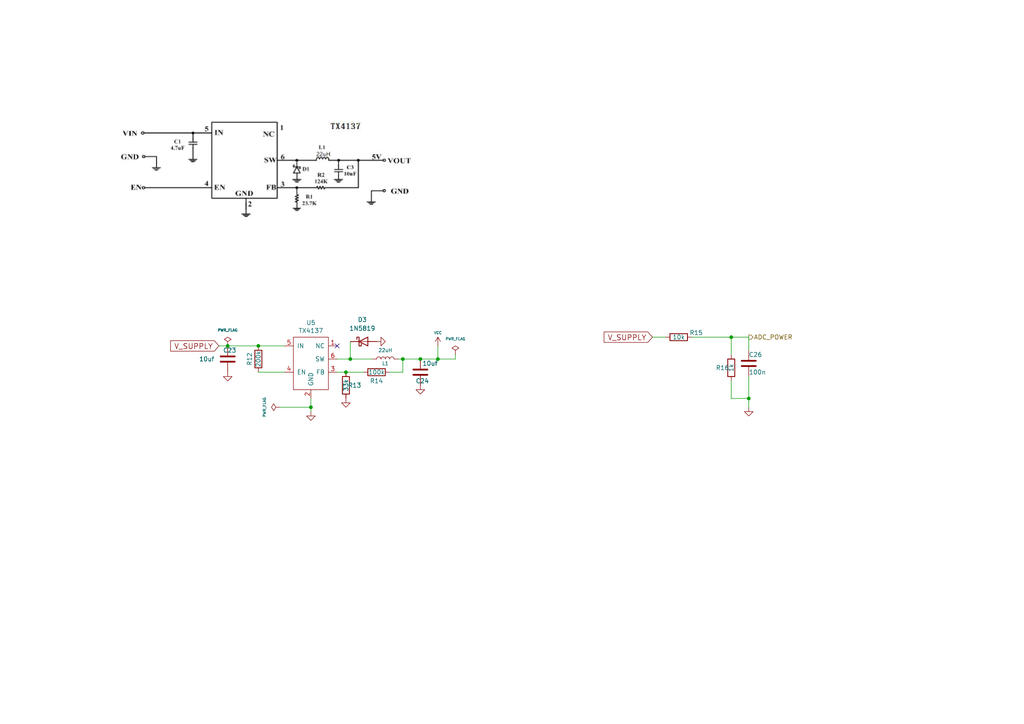
<source format=kicad_sch>
(kicad_sch (version 20211123) (generator eeschema)

  (uuid d9826928-3903-4712-a412-497b8ee84a28)

  (paper "A4")

  (title_block
    (title "Simple-VESC")
    (date "2022-01-14")
    (rev "1.1")
  )

  (lib_symbols
    (symbol "Device:C" (pin_numbers hide) (pin_names (offset 0.254)) (in_bom yes) (on_board yes)
      (property "Reference" "C" (id 0) (at 0.635 2.54 0)
        (effects (font (size 1.27 1.27)) (justify left))
      )
      (property "Value" "C" (id 1) (at 0.635 -2.54 0)
        (effects (font (size 1.27 1.27)) (justify left))
      )
      (property "Footprint" "" (id 2) (at 0.9652 -3.81 0)
        (effects (font (size 1.27 1.27)) hide)
      )
      (property "Datasheet" "~" (id 3) (at 0 0 0)
        (effects (font (size 1.27 1.27)) hide)
      )
      (property "ki_keywords" "cap capacitor" (id 4) (at 0 0 0)
        (effects (font (size 1.27 1.27)) hide)
      )
      (property "ki_description" "Unpolarized capacitor" (id 5) (at 0 0 0)
        (effects (font (size 1.27 1.27)) hide)
      )
      (property "ki_fp_filters" "C_*" (id 6) (at 0 0 0)
        (effects (font (size 1.27 1.27)) hide)
      )
      (symbol "C_0_1"
        (polyline
          (pts
            (xy -2.032 -0.762)
            (xy 2.032 -0.762)
          )
          (stroke (width 0.508) (type default) (color 0 0 0 0))
          (fill (type none))
        )
        (polyline
          (pts
            (xy -2.032 0.762)
            (xy 2.032 0.762)
          )
          (stroke (width 0.508) (type default) (color 0 0 0 0))
          (fill (type none))
        )
      )
      (symbol "C_1_1"
        (pin passive line (at 0 3.81 270) (length 2.794)
          (name "~" (effects (font (size 1.27 1.27))))
          (number "1" (effects (font (size 1.27 1.27))))
        )
        (pin passive line (at 0 -3.81 90) (length 2.794)
          (name "~" (effects (font (size 1.27 1.27))))
          (number "2" (effects (font (size 1.27 1.27))))
        )
      )
    )
    (symbol "Device:L" (pin_numbers hide) (pin_names (offset 1.016) hide) (in_bom yes) (on_board yes)
      (property "Reference" "L" (id 0) (at -1.27 0 90)
        (effects (font (size 1.27 1.27)))
      )
      (property "Value" "L" (id 1) (at 1.905 0 90)
        (effects (font (size 1.27 1.27)))
      )
      (property "Footprint" "" (id 2) (at 0 0 0)
        (effects (font (size 1.27 1.27)) hide)
      )
      (property "Datasheet" "~" (id 3) (at 0 0 0)
        (effects (font (size 1.27 1.27)) hide)
      )
      (property "ki_keywords" "inductor choke coil reactor magnetic" (id 4) (at 0 0 0)
        (effects (font (size 1.27 1.27)) hide)
      )
      (property "ki_description" "Inductor" (id 5) (at 0 0 0)
        (effects (font (size 1.27 1.27)) hide)
      )
      (property "ki_fp_filters" "Choke_* *Coil* Inductor_* L_*" (id 6) (at 0 0 0)
        (effects (font (size 1.27 1.27)) hide)
      )
      (symbol "L_0_1"
        (arc (start 0 -2.54) (mid 0.635 -1.905) (end 0 -1.27)
          (stroke (width 0) (type default) (color 0 0 0 0))
          (fill (type none))
        )
        (arc (start 0 -1.27) (mid 0.635 -0.635) (end 0 0)
          (stroke (width 0) (type default) (color 0 0 0 0))
          (fill (type none))
        )
        (arc (start 0 0) (mid 0.635 0.635) (end 0 1.27)
          (stroke (width 0) (type default) (color 0 0 0 0))
          (fill (type none))
        )
        (arc (start 0 1.27) (mid 0.635 1.905) (end 0 2.54)
          (stroke (width 0) (type default) (color 0 0 0 0))
          (fill (type none))
        )
      )
      (symbol "L_1_1"
        (pin passive line (at 0 3.81 270) (length 1.27)
          (name "1" (effects (font (size 1.27 1.27))))
          (number "1" (effects (font (size 1.27 1.27))))
        )
        (pin passive line (at 0 -3.81 90) (length 1.27)
          (name "2" (effects (font (size 1.27 1.27))))
          (number "2" (effects (font (size 1.27 1.27))))
        )
      )
    )
    (symbol "Device:R" (pin_numbers hide) (pin_names (offset 0)) (in_bom yes) (on_board yes)
      (property "Reference" "R" (id 0) (at 2.032 0 90)
        (effects (font (size 1.27 1.27)))
      )
      (property "Value" "R" (id 1) (at 0 0 90)
        (effects (font (size 1.27 1.27)))
      )
      (property "Footprint" "" (id 2) (at -1.778 0 90)
        (effects (font (size 1.27 1.27)) hide)
      )
      (property "Datasheet" "~" (id 3) (at 0 0 0)
        (effects (font (size 1.27 1.27)) hide)
      )
      (property "ki_keywords" "R res resistor" (id 4) (at 0 0 0)
        (effects (font (size 1.27 1.27)) hide)
      )
      (property "ki_description" "Resistor" (id 5) (at 0 0 0)
        (effects (font (size 1.27 1.27)) hide)
      )
      (property "ki_fp_filters" "R_*" (id 6) (at 0 0 0)
        (effects (font (size 1.27 1.27)) hide)
      )
      (symbol "R_0_1"
        (rectangle (start -1.016 -2.54) (end 1.016 2.54)
          (stroke (width 0.254) (type default) (color 0 0 0 0))
          (fill (type none))
        )
      )
      (symbol "R_1_1"
        (pin passive line (at 0 3.81 270) (length 1.27)
          (name "~" (effects (font (size 1.27 1.27))))
          (number "1" (effects (font (size 1.27 1.27))))
        )
        (pin passive line (at 0 -3.81 90) (length 1.27)
          (name "~" (effects (font (size 1.27 1.27))))
          (number "2" (effects (font (size 1.27 1.27))))
        )
      )
    )
    (symbol "Diode:1N5819" (pin_numbers hide) (pin_names (offset 1.016) hide) (in_bom yes) (on_board yes)
      (property "Reference" "D" (id 0) (at 0 2.54 0)
        (effects (font (size 1.27 1.27)))
      )
      (property "Value" "1N5819" (id 1) (at 0 -2.54 0)
        (effects (font (size 1.27 1.27)))
      )
      (property "Footprint" "Diode_THT:D_DO-41_SOD81_P10.16mm_Horizontal" (id 2) (at 0 -4.445 0)
        (effects (font (size 1.27 1.27)) hide)
      )
      (property "Datasheet" "http://www.vishay.com/docs/88525/1n5817.pdf" (id 3) (at 0 0 0)
        (effects (font (size 1.27 1.27)) hide)
      )
      (property "ki_keywords" "diode Schottky" (id 4) (at 0 0 0)
        (effects (font (size 1.27 1.27)) hide)
      )
      (property "ki_description" "40V 1A Schottky Barrier Rectifier Diode, DO-41" (id 5) (at 0 0 0)
        (effects (font (size 1.27 1.27)) hide)
      )
      (property "ki_fp_filters" "D*DO?41*" (id 6) (at 0 0 0)
        (effects (font (size 1.27 1.27)) hide)
      )
      (symbol "1N5819_0_1"
        (polyline
          (pts
            (xy 1.27 0)
            (xy -1.27 0)
          )
          (stroke (width 0) (type default) (color 0 0 0 0))
          (fill (type none))
        )
        (polyline
          (pts
            (xy 1.27 1.27)
            (xy 1.27 -1.27)
            (xy -1.27 0)
            (xy 1.27 1.27)
          )
          (stroke (width 0.254) (type default) (color 0 0 0 0))
          (fill (type none))
        )
        (polyline
          (pts
            (xy -1.905 0.635)
            (xy -1.905 1.27)
            (xy -1.27 1.27)
            (xy -1.27 -1.27)
            (xy -0.635 -1.27)
            (xy -0.635 -0.635)
          )
          (stroke (width 0.254) (type default) (color 0 0 0 0))
          (fill (type none))
        )
      )
      (symbol "1N5819_1_1"
        (pin passive line (at -3.81 0 0) (length 2.54)
          (name "K" (effects (font (size 1.27 1.27))))
          (number "1" (effects (font (size 1.27 1.27))))
        )
        (pin passive line (at 3.81 0 180) (length 2.54)
          (name "A" (effects (font (size 1.27 1.27))))
          (number "2" (effects (font (size 1.27 1.27))))
        )
      )
    )
    (symbol "misc:TX4137" (pin_names (offset 1.016)) (in_bom yes) (on_board yes)
      (property "Reference" "U" (id 0) (at -4.445 9.525 0)
        (effects (font (size 1.27 1.27)))
      )
      (property "Value" "TX4137" (id 1) (at -1.27 11.43 0)
        (effects (font (size 1.27 1.27)))
      )
      (property "Footprint" "Package_TO_SOT_SMD:SOT-23-6" (id 2) (at -1.27 11.43 0)
        (effects (font (size 1.27 1.27)) hide)
      )
      (property "Datasheet" "" (id 3) (at -1.27 11.43 0)
        (effects (font (size 1.27 1.27)) hide)
      )
      (property "ki_keywords" "DC-DC" (id 4) (at 0 0 0)
        (effects (font (size 1.27 1.27)) hide)
      )
      (property "ki_description" "TX4137在 5.5-60V 宽输入电源范围内实现 0.6 A峰值输出电流" (id 5) (at 0 0 0)
        (effects (font (size 1.27 1.27)) hide)
      )
      (symbol "TX4137_0_1"
        (rectangle (start -5.08 7.62) (end 5.08 -7.62)
          (stroke (width 0) (type default) (color 0 0 0 0))
          (fill (type none))
        )
      )
      (symbol "TX4137_1_1"
        (pin unspecified line (at 7.62 5.08 180) (length 2.54)
          (name "NC" (effects (font (size 1.27 1.27))))
          (number "1" (effects (font (size 1.27 1.27))))
        )
        (pin power_in line (at 0 -10.16 90) (length 2.54)
          (name "GND" (effects (font (size 1.27 1.27))))
          (number "2" (effects (font (size 1.27 1.27))))
        )
        (pin input line (at 7.62 -2.54 180) (length 2.54)
          (name "FB" (effects (font (size 1.27 1.27))))
          (number "3" (effects (font (size 1.27 1.27))))
        )
        (pin input line (at -7.62 -2.54 0) (length 2.54)
          (name "EN" (effects (font (size 1.27 1.27))))
          (number "4" (effects (font (size 1.27 1.27))))
        )
        (pin power_in line (at -7.62 5.08 0) (length 2.54)
          (name "IN" (effects (font (size 1.27 1.27))))
          (number "5" (effects (font (size 1.27 1.27))))
        )
        (pin passive line (at 7.62 1.27 180) (length 2.54)
          (name "SW" (effects (font (size 1.27 1.27))))
          (number "6" (effects (font (size 1.27 1.27))))
        )
      )
    )
    (symbol "power:GND" (power) (pin_names (offset 0)) (in_bom yes) (on_board yes)
      (property "Reference" "#PWR" (id 0) (at 0 -6.35 0)
        (effects (font (size 1.27 1.27)) hide)
      )
      (property "Value" "GND" (id 1) (at 0 -3.81 0)
        (effects (font (size 1.27 1.27)))
      )
      (property "Footprint" "" (id 2) (at 0 0 0)
        (effects (font (size 1.27 1.27)) hide)
      )
      (property "Datasheet" "" (id 3) (at 0 0 0)
        (effects (font (size 1.27 1.27)) hide)
      )
      (property "ki_keywords" "power-flag" (id 4) (at 0 0 0)
        (effects (font (size 1.27 1.27)) hide)
      )
      (property "ki_description" "Power symbol creates a global label with name \"GND\" , ground" (id 5) (at 0 0 0)
        (effects (font (size 1.27 1.27)) hide)
      )
      (symbol "GND_0_1"
        (polyline
          (pts
            (xy 0 0)
            (xy 0 -1.27)
            (xy 1.27 -1.27)
            (xy 0 -2.54)
            (xy -1.27 -1.27)
            (xy 0 -1.27)
          )
          (stroke (width 0) (type default) (color 0 0 0 0))
          (fill (type none))
        )
      )
      (symbol "GND_1_1"
        (pin power_in line (at 0 0 270) (length 0) hide
          (name "GND" (effects (font (size 1.27 1.27))))
          (number "1" (effects (font (size 1.27 1.27))))
        )
      )
    )
    (symbol "power:PWR_FLAG" (power) (pin_numbers hide) (pin_names (offset 0) hide) (in_bom yes) (on_board yes)
      (property "Reference" "#FLG" (id 0) (at 0 1.905 0)
        (effects (font (size 1.27 1.27)) hide)
      )
      (property "Value" "PWR_FLAG" (id 1) (at 0 3.81 0)
        (effects (font (size 1.27 1.27)))
      )
      (property "Footprint" "" (id 2) (at 0 0 0)
        (effects (font (size 1.27 1.27)) hide)
      )
      (property "Datasheet" "~" (id 3) (at 0 0 0)
        (effects (font (size 1.27 1.27)) hide)
      )
      (property "ki_keywords" "power-flag" (id 4) (at 0 0 0)
        (effects (font (size 1.27 1.27)) hide)
      )
      (property "ki_description" "Special symbol for telling ERC where power comes from" (id 5) (at 0 0 0)
        (effects (font (size 1.27 1.27)) hide)
      )
      (symbol "PWR_FLAG_0_0"
        (pin power_out line (at 0 0 90) (length 0)
          (name "pwr" (effects (font (size 1.27 1.27))))
          (number "1" (effects (font (size 1.27 1.27))))
        )
      )
      (symbol "PWR_FLAG_0_1"
        (polyline
          (pts
            (xy 0 0)
            (xy 0 1.27)
            (xy -1.016 1.905)
            (xy 0 2.54)
            (xy 1.016 1.905)
            (xy 0 1.27)
          )
          (stroke (width 0) (type default) (color 0 0 0 0))
          (fill (type none))
        )
      )
    )
    (symbol "power:VCC" (power) (pin_names (offset 0)) (in_bom yes) (on_board yes)
      (property "Reference" "#PWR" (id 0) (at 0 -3.81 0)
        (effects (font (size 1.27 1.27)) hide)
      )
      (property "Value" "VCC" (id 1) (at 0 3.81 0)
        (effects (font (size 1.27 1.27)))
      )
      (property "Footprint" "" (id 2) (at 0 0 0)
        (effects (font (size 1.27 1.27)) hide)
      )
      (property "Datasheet" "" (id 3) (at 0 0 0)
        (effects (font (size 1.27 1.27)) hide)
      )
      (property "ki_keywords" "power-flag" (id 4) (at 0 0 0)
        (effects (font (size 1.27 1.27)) hide)
      )
      (property "ki_description" "Power symbol creates a global label with name \"VCC\"" (id 5) (at 0 0 0)
        (effects (font (size 1.27 1.27)) hide)
      )
      (symbol "VCC_0_1"
        (polyline
          (pts
            (xy -0.762 1.27)
            (xy 0 2.54)
          )
          (stroke (width 0) (type default) (color 0 0 0 0))
          (fill (type none))
        )
        (polyline
          (pts
            (xy 0 0)
            (xy 0 2.54)
          )
          (stroke (width 0) (type default) (color 0 0 0 0))
          (fill (type none))
        )
        (polyline
          (pts
            (xy 0 2.54)
            (xy 0.762 1.27)
          )
          (stroke (width 0) (type default) (color 0 0 0 0))
          (fill (type none))
        )
      )
      (symbol "VCC_1_1"
        (pin power_in line (at 0 0 90) (length 0) hide
          (name "VCC" (effects (font (size 1.27 1.27))))
          (number "1" (effects (font (size 1.27 1.27))))
        )
      )
    )
  )

  (junction (at 127 104.14) (diameter 0) (color 0 0 0 0)
    (uuid 135fd072-5f27-4b88-b285-d1df2ea1d686)
  )
  (junction (at 66.04 100.33) (diameter 0) (color 0 0 0 0)
    (uuid 4c5d6bf7-a4ad-40e5-9572-3cc0b0da1329)
  )
  (junction (at 101.6 104.14) (diameter 0) (color 0 0 0 0)
    (uuid 5428d309-bf14-4992-842a-0dd4c4efc570)
  )
  (junction (at 121.92 104.14) (diameter 0) (color 0 0 0 0)
    (uuid 5781b601-958a-4ed3-b489-4b21ff39c8ce)
  )
  (junction (at 116.84 104.14) (diameter 0) (color 0 0 0 0)
    (uuid 5b45629a-1a53-409d-9cfa-4f84f7f8842f)
  )
  (junction (at 212.09 97.79) (diameter 0) (color 0 0 0 0)
    (uuid 6dbcaa6e-d4d6-47d0-a7de-42d12e04b842)
  )
  (junction (at 217.17 115.57) (diameter 0) (color 0 0 0 0)
    (uuid 9451e6f3-fc61-4cdc-9602-eb1e9b808005)
  )
  (junction (at 90.17 118.11) (diameter 0) (color 0 0 0 0)
    (uuid acdd2245-f24d-49cc-8aeb-bc77ac4c0b17)
  )
  (junction (at 100.33 107.95) (diameter 0) (color 0 0 0 0)
    (uuid afb62d5a-e5d4-41ce-bfa5-9896c9b1f9a7)
  )
  (junction (at 74.93 100.33) (diameter 0) (color 0 0 0 0)
    (uuid fb412487-a4e5-4081-b6f5-eb94a2867d24)
  )

  (no_connect (at 97.79 100.33) (uuid a1c5b24e-0672-4b52-bace-b71dee5ff68e))

  (wire (pts (xy 63.5 100.33) (xy 66.04 100.33))
    (stroke (width 0) (type default) (color 0 0 0 0))
    (uuid 0906313a-1afa-46fd-8c3e-8b92f7b8cc88)
  )
  (wire (pts (xy 116.84 104.14) (xy 121.92 104.14))
    (stroke (width 0) (type default) (color 0 0 0 0))
    (uuid 0f233b6d-46af-4059-add4-fa9b5379a99e)
  )
  (wire (pts (xy 127 100.33) (xy 127 104.14))
    (stroke (width 0) (type default) (color 0 0 0 0))
    (uuid 149824fc-9bc9-4d9c-b1fb-34aa9bfe6343)
  )
  (wire (pts (xy 66.04 100.33) (xy 74.93 100.33))
    (stroke (width 0) (type default) (color 0 0 0 0))
    (uuid 2f8f2a1a-a017-44da-bd07-3c140d55efd2)
  )
  (wire (pts (xy 200.66 97.79) (xy 212.09 97.79))
    (stroke (width 0) (type default) (color 0 0 0 0))
    (uuid 399d01ea-d572-401a-9c75-23f5c62f1d55)
  )
  (wire (pts (xy 212.09 97.79) (xy 217.17 97.79))
    (stroke (width 0) (type default) (color 0 0 0 0))
    (uuid 3d5bfd85-8a80-48f1-ab25-6e1ac2db5d29)
  )
  (wire (pts (xy 90.17 119.38) (xy 90.17 118.11))
    (stroke (width 0) (type default) (color 0 0 0 0))
    (uuid 3e72c227-cecb-4df5-9692-8c46833f4b6f)
  )
  (wire (pts (xy 132.08 102.87) (xy 132.08 104.14))
    (stroke (width 0) (type default) (color 0 0 0 0))
    (uuid 431e6a62-56ee-4699-8e65-f010188d3b79)
  )
  (wire (pts (xy 217.17 97.79) (xy 217.17 101.6))
    (stroke (width 0) (type default) (color 0 0 0 0))
    (uuid 4e0e7979-3112-4ad8-82c8-9e95e153a343)
  )
  (wire (pts (xy 97.79 107.95) (xy 100.33 107.95))
    (stroke (width 0) (type default) (color 0 0 0 0))
    (uuid 4f9019b8-fec5-43c7-8a2c-998e3f1143ca)
  )
  (wire (pts (xy 193.04 97.79) (xy 189.23 97.79))
    (stroke (width 0) (type default) (color 0 0 0 0))
    (uuid 562a7e1e-cd92-4b8c-9238-45460bf3c306)
  )
  (wire (pts (xy 113.03 107.95) (xy 116.84 107.95))
    (stroke (width 0) (type default) (color 0 0 0 0))
    (uuid 5a4bd5aa-0cdc-428c-9934-28c159d8f857)
  )
  (wire (pts (xy 121.92 104.14) (xy 127 104.14))
    (stroke (width 0) (type default) (color 0 0 0 0))
    (uuid 5ec66230-e5dc-4f34-aa42-0a3bcd8132a6)
  )
  (wire (pts (xy 217.17 109.22) (xy 217.17 115.57))
    (stroke (width 0) (type default) (color 0 0 0 0))
    (uuid 620667a0-c550-4848-9e15-f2e615a50302)
  )
  (wire (pts (xy 127 104.14) (xy 132.08 104.14))
    (stroke (width 0) (type default) (color 0 0 0 0))
    (uuid 637ca153-f528-4e7b-be3e-03626af42cea)
  )
  (wire (pts (xy 217.17 115.57) (xy 217.17 118.11))
    (stroke (width 0) (type default) (color 0 0 0 0))
    (uuid 7098fd39-3454-4531-924a-69c90c6fa342)
  )
  (wire (pts (xy 101.6 104.14) (xy 107.95 104.14))
    (stroke (width 0) (type default) (color 0 0 0 0))
    (uuid 82ca95d5-e4f4-45f9-a4de-6196d6a2b3df)
  )
  (wire (pts (xy 101.6 99.06) (xy 101.6 104.14))
    (stroke (width 0) (type default) (color 0 0 0 0))
    (uuid 849372b1-2bc9-49e3-9476-eb58e48ac1ec)
  )
  (wire (pts (xy 74.93 107.95) (xy 82.55 107.95))
    (stroke (width 0) (type default) (color 0 0 0 0))
    (uuid 850273a6-82e8-485e-84e9-0fe4d01af252)
  )
  (wire (pts (xy 212.09 110.49) (xy 212.09 115.57))
    (stroke (width 0) (type default) (color 0 0 0 0))
    (uuid 87da0ebb-2a4d-4cd6-8afc-fae2e4aacb1b)
  )
  (wire (pts (xy 116.84 104.14) (xy 116.84 107.95))
    (stroke (width 0) (type default) (color 0 0 0 0))
    (uuid 96718f33-c9ca-4381-9eb8-a745420d4842)
  )
  (wire (pts (xy 212.09 97.79) (xy 212.09 102.87))
    (stroke (width 0) (type default) (color 0 0 0 0))
    (uuid 97ed730f-4fcf-4586-9686-112d9860cbbe)
  )
  (wire (pts (xy 81.28 118.11) (xy 90.17 118.11))
    (stroke (width 0) (type default) (color 0 0 0 0))
    (uuid 9b9859ce-fd5d-4292-8d11-370f64973b62)
  )
  (wire (pts (xy 115.57 104.14) (xy 116.84 104.14))
    (stroke (width 0) (type default) (color 0 0 0 0))
    (uuid a7f3b094-8494-4f5a-a946-25d2dad84e4b)
  )
  (wire (pts (xy 212.09 115.57) (xy 217.17 115.57))
    (stroke (width 0) (type default) (color 0 0 0 0))
    (uuid abc636d7-a401-4eb1-806c-8397a860a5e5)
  )
  (wire (pts (xy 90.17 118.11) (xy 90.17 115.57))
    (stroke (width 0) (type default) (color 0 0 0 0))
    (uuid c227eb87-8bb8-416f-893f-b743bac096ca)
  )
  (wire (pts (xy 97.79 104.14) (xy 101.6 104.14))
    (stroke (width 0) (type default) (color 0 0 0 0))
    (uuid ca96b7e8-2952-4a74-b702-4e17c6865d85)
  )
  (wire (pts (xy 74.93 100.33) (xy 82.55 100.33))
    (stroke (width 0) (type default) (color 0 0 0 0))
    (uuid db82d3b5-55cf-4e8b-8a22-828e04235a7b)
  )
  (wire (pts (xy 100.33 107.95) (xy 105.41 107.95))
    (stroke (width 0) (type default) (color 0 0 0 0))
    (uuid ed5e893c-28e4-4643-a61b-af64c5bc7447)
  )

  (image (at 77.47 48.26)
    (uuid a00cdcc5-390d-4357-8997-bc3a4d992a68)
    (data
      iVBORw0KGgoAAAANSUhEUgAAA/MAAAF4CAIAAACXdj7GAAAAA3NCSVQICAjb4U/gAAAACXBIWXMA
      AA50AAAOdAFrJLPWAAAgAElEQVR4nOy9eZgcZbn3/6nqvXt6tmwzIQskLIEEQhIgggKBuASRsAiI
      IArqcUH9Ha8Xznuus1yveo56HZfjAVFxARFRZBWBoMgWlrAqe1gCCSEkJJksk9l6equu+v1xT99U
      agIJx0gmnfvzR9JdXV1VPfU8T93P97kXJwgCDMMwDMMwDMPYzXF39QUYhmEYhmEYhrETMMveMAzD
      MAzDMBoBs+wNwzAMwzAMoxEwy94wDMMwDMMwGgGz7A3DMAzDMAyjETDL3jAMwzAMwzAaAbPsDcMw
      DMMwDKMRMMveMAzDMAzDMBoBs+wNwzAMwzAMoxEwy94wDMMwDMMwGgGz7A3DMAzDMAyjETDL3jAM
      wzAMwzAaAbPsDcMwDMMwDKMRMMveMAzDMAzDMBoBs+wNwzAMwzAMoxEwy94wDMMwDMMwGgGz7A3D
      MAzDMAyjETDL3jAMwzAMwzAaAbPsDcMwDMMwDKMRMMveMAzDMAzDMBoBs+wNwzAMwzAMoxEwy94w
      DMMwDMMwGgGz7A3DMAzDMAyjETDL3jAMwzAMwzAaAbPsDcMwDMMwDKMRMMveMAzDMAzDMBoBs+wN
      wzAMwzAMoxEwy94wDMMwDMMwGgGz7A3DMAzDMAyjETDL3jAMwzAMwzAaAbPsDcMwDMMwDKMRMMve
      MAzDMAzDMBqB+K6+AMMw3g7f9wHXdUulkr5Np9Pyqeva5NwYWVQqFSCRSMjbarWaTCZ36RUZu4bB
      wUEgm80ChUJBXjiO09fXBzQ3N8tuveVuIJfKxQspoNRNeWJBD9JSiRGLAX2xRA2Atlp3tbsbqI3Z
      V/ZJV6sAtdqW+sAItFD1PA9Ixv0g8IFiLZWMJ4F4YRNAMrku0QwEML7crV+sJVtdxwWc0pCJVIv3
      yUddQQrIOKlqCSCTJl/s0S9uxs9n8sDGWiIbA2jrByAJyc0AjoPXPvSrnX4gHUsDqU0J0gDdTUOH
      6mUDkCS5V3crQIVyRxmIEYub2WZsDzMLDMMwDMMwDKMRsMmfYYxcKpVKuVwG8vl8d3c3cMcddwBP
      PPHE2rVrgSAIMpnMrr1IwwAqlcrEiROBOXPmAAsWLBgzZgwQjw89ZXT1adddo/GuIiK9kMvlRKrP
      5/Oq1m/ZsgXIt+UADy9OCki3UwYgIAB6N21qGTdO9i9XAIiRaG8HynhAnHh1YABI5POyW8kDaImT
      iMvCUdlxXCART3i+B8RlEalY9BPNiMA5OAjI4oCbcr2aByTi8VrRAxg6MBknBQx4g/lkFugfIB94
      ciggP7Zj6IfH6C15QFsyDlCmWi0AiaYmakM/QdT6mrxPJ3AAPChWPSCZqC9zre4HmJiPEZP9TbM3
      tos1EcMYuSSTSTWMnnnmGeCHP/wh8MILL6RSKcB13Vqttguv0DCEVCoVBAHw8ssvA5MmTTr22GMB
      3/fFmjebfk9jYGAAEF+sZDLpOA4g/wLlcrmtrQ0YrBWAQqGQdnIAZYr+q8Do/Gige/yEVR7A5EpX
      s+sCg6VkNpcDisSBGLTnmwBqXiweB2plADc+dKJioT+TawJcHNeNA1RqAJlM2QdwXWh6cxJSCYJY
      LA5Ue0qJpjRQqpYAz/OCTDPQFM+6NYDWJijGAfJ5YMP6la2trYCXHtuWjgNsGQDIZuOpScDGTT25
      0WXAx2+qZACcBNBfrOTbkkCaQjzhAU3kgEK54B2QB+IJ3LIDxBMp87Qwtou1EcMwDMMwDMNoBEyz
      N4yRS7VaFYnLdd3+/n7d/sUvfvGTn/wk0NbWJk4OhrFrWbJkye9//3vqEbTiRSbIslIsFttV12bs
      Epqamoa/DYJAxrRyuSxh1vK2rbmN+ggnav1AdQAIEmTETvFcCgUgmR06bBAAxBy8vj4gXnfy0TDa
      cqlEfdEAqFQrcq6YRNzGYinVNmV0zeeBmOPIkJpsSpd6C0B6VBogwbogANKOI63bT5DdtAlg9Ghg
      r4695GBvrqLW23yhUAZGj27tCfqAlJOi4gOkXCDfliTYxh8wl8rFawDVColUDKAW4Drb2NUwQphm
      bxiGYRiGYRiNgGn2hjFy0dSB1EXQ3t5eoK2tberUqUAul1NHfMPYhSQSiQceeABYuXIlIXfqeDwu
      yQer1SpbN2mjsZFEvYVCAWhtbZVFm76+Pmkbxx9//BNPPAFvCowd/higRq033g1IC7r08eCwQwHi
      919/7Pu/DCxNNVGtAv9y8cXAwoULz5gzC9i4eWPZGQ2c+/nPA9//98+OHT8ewEH2Hxz0Wltagb7N
      m4AZM2ZsmnIK8Pyzv6elBYbiaCuJ+hV51XRzBlj76nPA0Ucf/aXv/Rr4xNmnjMqALBqMHa2/16G6
      bs1qYPxBx1AuA6MrRSAT4+7uAjAKHKcZKEE2/hLw13vvBw5f8DUkhDa2Xg6VDwBSKTaV5gHfu+aa
      iz6aA1kEyP2N98VoeMwmMIwRjeSEdhwnn88DuVwOSCQS4oRjdpIxQujq6lq3bh31yaf45ADlclnc
      IdTWN/YQpOyGxPo7jiMB1s3NzZs3bwaeeOKJ8847D7jyyh8B7aPbg80B8PAdD29pfQw4/vhPAQ8+
      +Mhhhx4JtM+d+9xTvwNaT/i/e+21F/CVr3wBSMAvf/lL4GMf+9ivrr8FmD//SGBMpvrmpSQSQGtL
      U19/H/CVCy4AegvBpEmTgACCvj7AyWYBFwZKg8DcaQcvX/UqkEwDFEtDw6+aTZUK8WoFwPOA+x96
      5IQTTgdmzTvht7/9LXBgsw/MnjTpgL33Bu5/9NGpU6YApRLt2SQg+YKATEsL0LXuqaZME+AUlgJf
      +MIX7l8/HzjrrE78AhAUi07OLHtjO5g3jmEYhmEYhmE0AqbZG8aIRpxtNLWlSPVh+dMiaI2RwLhx
      4ySBvTRIjZ6s1Woi1gqm3O85yLqNBrD29PQALS0tf/nLX4DRo0d/+tOfBsoblwMHdjYt29wEeImm
      WXOPAea8dyqw/NE/jf3KkQCJDvYdBZx/1kcvvvhi4E/XXwucfeZZtz3wBLDXQYcfPXcu0CIVPjwv
      KJeBUrUv09oKuA6333YbcMcd9w9doVcDNnQzpbVZL7sY+Jl0Fnhm+bO1nh7g7HPOAO699xHfbQY8
      6O3aBLSPHU0sDYjvzeP33edWAN773qPHj24DKL4MnPzho5664WXgaz/5zR++8/+AUU0E1SLw50cf
      AA6aM33x4nuAbP8yJxEDFj/4MPC7G575x5/dAlQgqFQBJ2uCvbF9zLI3jJFLtVrV56K4KYvTajwe
      FwvJ8zzzszdGAj09PeKHI1nM1Rsnk8lIW7UMOXsaMnZJS4jFYpK9HliwYAGwevVqcdehvBJYv747
      446TPWP4wH133ge8wQRPjxgEwFlnnSWW/S233ALMmDFDXF+++c1vjhkTckPwfSeTATLpoYnly6+8
      fOGFFwJnn30q8Nvf3iylsiIujaVSKZnJAlSrsdbWN3+INzQIF2tMVvd6zwNIpQDxEQKWLl3aW/SA
      llgMqd12w8vApk2bUimAcpl0Kg18+9vfBr6ROli+GMu0y4uf/exnwLRpiXPPnQy44Mg3DWMHMG8c
      wzAMwzAMw2gETO0zjJ2P1t0UiT2bzYrYExHgNf7V8zzRNYMgEGcG2VMjZV3Xla+Ik8Pg4KB4OJhg
      b4wQXNcVCVZafth/THR6rUErTbdcLt95553AXXfddcQRRwBnnXUWFhTecOigFyGtaecr3cAYh2eD
      NmCT3zqWAAgIgL2qRZHq+1ITvCTA3NktHztuDvCnG64F+l99qrs7AD5w+hnSwopFgGTKJZBs8FXJ
      K3/ppZe8971HAh/60IeAa665OZdvAtJZBrf0ANn2diCXyQ7F3sarBFUgVvWAOFRoAYhBrQAQBOIL
      6cYSwNmf/oezP/EpoCvXOdSIN68GFt9zE8HewLRZp6V5FUhRHGQ6QAogS1eAD1DreerPfwau+4MH
      XPW7JeNcD6hSHSxngGSSuLmzGdvDNHvDMAzDMAzDaARM8DOMnU+xWBTpMZvNAo7jiPReq9U2btwI
      dHR0yJ7ihJpIJCyy0NgTWL9+/ZNPPgncf//9N910E9DV1dXZ2UlI1DeM4RRK5ETl9/3/+I//ABYd
      eyLwyKPL/v2SPwBtLUgl1zdDORwH8H3/scWLgRtuuOHhhx8G/vKnPwDVgP6NG4FcbEitx/eBwaCa
      je/owpGbybz5pq+P5mbARRR47r/tNuD6m5cf/A8XAf/3wnlUXgCc1NC3aj6A79ZcYnIBl19+OTB2
      wgTg8MMPD/CABAlZ+ajViFsvMbaHWfaGsTORojy5rVMOl8tlqTOVTqcljEyq+QRBIOGGvu+3t7cD
      zc3N4mAjE4OURU0ZjUVHR8ecOXOAQqEgOVJKpVJLSwv14NpKpfJW/htGY+IXgbRPMdYMDMTSZWDI
      SgdvjXjjeNlsLwDNtb79Dz8IWHjMFGDJklfHTt4f2FQknwGIJQH8gUFXUunHOP8z5wGXXvrTKftM
      AZamc0BrLl7MtwIbetg7K3OCOJCOJ4ZO7Rbk/1gQADGo0AxUAEpyjYHbDhRLRSDb1EJ3D/DYG95J
      8+YBk/tfAlJw+gfnA+1AtQUgntkyCNDcBOBSqA30AUsfWX3dbc8Dx372h8C4qU4LUrvKGXAmAEEM
      eyQY28Vmf4ZhGIZhGIbRCJhmbxg7E/UoEDcb8bFJpVKivnd3d//oRz8CrrrqKiCdTvf39wO5XO70
      008H/uEf/kHKIhpGQ+L7vqS932effUSb37hxo7ioSdCt1WcwtoPvl1etApYufRUoeUM1aE8/+Xvy
      +VAiymxW3v7LP/+LhGifeuqpNb9GPYFBT8HzCgWgqQmcGAxl1fR8UjuseXo1D40SrpbFG+fA5tFd
      fS8CYwfuA37xn//5uU98Anjlla9d/c9zAa+3t7mt/c0fVOiPNTUDl156qbR+eRzIhwDEymWATBrD
      2C5m2RvGzkRT2Wwzd82qVatWrFgBiPtBJpORXDd77bXXzJkzgYkTJ8qeUoB91KhR7+rVG8bfGcdx
      NA2UuK7FYrF8Pk/dG8cS3u9xODHAd8CJy4s4HvXcOCQmiMGd6a8158UZPfGnux8E0nGAiWN48r67
      gKVLC7On5oCcOLEH/tInnwTuuuuue+65B3Bj8XK1HD7z6LZ2IB+HgTJAOg1k1ax3i0MXiA84UHYz
      QBnUG6e72AS0NKWBeG3IiyybZSgzVDoJfPzss/7Pr34M/OYbF/zwSysBJ97e6m8EcGMAuZaXHn8c
      uPrONfHcQcB7ZnUCbpVakARiyVST2fTGDmPeOIZhGIZhGIbRCJhmbxg7E5Eh4/F4OPi1VqtJscPV
      q1fPmDED+OpXv0rdVwdoamoaN26c7Cn+PKbWGw1JrVYTVT6ZTEqgeSqVkl4j6129vb1arNQwlOZ8
      bCiw1XG++93vAj/84XeB7u7uE798E/C1r33t3pu+D1Q8gHSMGbNnA8cdd1xHxzSg7DJq7Gigun4T
      MKmzfelDDwGTUjO//LFpwKU//zlQhsQOW0ai1peqAZAGCgWgjyYZ2iWtfaVSKUqOfdd96qkNwOzZ
      Y0Wtr5aKQCKNZFColMv1hSyAZIKgHAC1SpkkQKlCysLLje1hmr1hGIZhGIZhNAKm2RvGzkQKK5ZK
      JREgJZ99LBYrlUrATTfd9NxzzwG/+93vgClTphx77LHASSedJK7G1MvWynHM59hoMOLxuETKVioV
      CWQslUqSE1ZWq0yw3+NwUkDFgcAD4gFZBqn72a+PtwQ4QGdpDYODwJ13Lnl+zSDwnmOOA/q3bKFp
      EfD0ow8+/uTLwMyZ+wM4Q/npv/+D733/0kuAGq1dG7uA+679LfCl/++fJh33ceDee380tdgDEI8D
      GTWLHE/+dwMfcMFzUoAH9ZycgVSr3dg7AJw65+D169cDY8/69i9+8X9gKJi3fcyYCYELBG5ic84B
      CnlaCzkgUU0CpNd+6zv/DNA0xi+XgWwPQDZNLbcWqFJN+Z2A74Fp9sb2MMveMHY+WjhdFmGDIJAc
      OKtWrdq0aRMgpszSpUvvvPNO4KGHHvriF78IHH300ZFc+IbRYEjaqFKpJBlFWlpa5IX4IVSr1Uy4
      +o9hCNUq2Szwj//4j//x/y4CSCaB/NSpn/zUp4BfX3qpVLC69Q+/kW/4nge4yWR1sAC42dZxY8ZR
      rzfiQ19fH2IGSU4zzwOCODteNVAy13SMzgOTJ09+6fVVwOwJE7Jif/eWgcV3371xYCNw4vEnHnXY
      GKBQrX9/SLuJDblfFrtoaan/MoIqLi4QJ15+M8TXMLaDeeMYhmEYhmEYRiOwlWYv5TAlDV+tVpM1
      Uy0HKILKm9+Mx3VLOLWf7/vih+A4jqyuOo4jq67qWiDbgyCQCELRLyMRh7L/4OAgdZcG6mLP8AqF
      mmrwrbZICsLBwcFtCqKe58m1yfVojJfRYEgzUDSAdadTqVSkrUpvCoKgubkZuOKKK8TZ5tlnnwWW
      LFly8803A9dff73sMGHChClTpryjK5SmHgSBtHZt+dKJImk39S+gR4583XEcucJIT9He6vt+uKMZ
      7zLDR0u5p5Gm4nme3HoZpYMgkKrG1O+4Zp/UjTJKu66re7Kt2y3LUOl0WtuDXECtVpMXsv/wRiL7
      9/f3iyTf1NSkbjnyc+SCZaPRMGjziIxFAwMDYnJMnXo0EIvl8e4APn762B/84AfAOeecA2ScoRZ7
      3xOrFixYAJTL5f/6+W+Ak8//EtAcND/+5ysA/NfvueW3wIeOXgUsWrSopWXIsyuINwGrXn1N6h/3
      9PQAmUym+MTVwJzRf7z44ouBT3ziE0CmnvD+pNP+9Y9//CN1k8PJZL59SitwcTZ76aWXAp/+9Keb
      6rYK8J0brq9ddBHwm29/7Jpvf0x/aSwW++iZHwV+/eufD/XbBDVXlgpcwGH2lvIhALWLxyXGAbWm
      LYDT2gazgTh4TglwXBPtje2zVU8TK0STe8gjRM1o7Zayg3bUiLW0adOmsWPHymsZoyOPCp0zqPWs
      9rS8CD9vwmO9Oisnk0k5qRr60j3CR5AXkblHLpeToUT21wlDPB6Xx5X8WDPrGwZpMOobo+1BG6Tc
      9524+i9nTCQSOkMGYrHYXnvtFd7tkEMOAY4//vjjjjsO+MY3vvHUU08Ba9eulZT24S7z9qgJpRab
      /Ctt3vd9afMyc6D+0EokEmqZAUEQaLNXm16+KH+9SqUi/cUs+12L2vSR+yiUy2UZt/V26xAq27Vh
      OI4juom8TSaTemQZV2WMTaVSkZmDdJYgCKRtl0qldzRDzufzcsCNGzdK73Ndt7u7G4joOEZjoCNM
      RG7LZDIy5oiUoHuGTQigWCzKc/mYY46RBuM4Tm9vL/WqIMBf/vIX6gYM9UE4lUqpWClHmDJliuQo
      U6QTbdmyJXzGUqkkg95tt93W1dUFSG0113XlCaKDoc5C5Yzjxo376U9/Clx++eXhuTf1sTSVSukT
      QX67XuH3v/994H/+53+k4IlEmwwODsoZm5qa0uaIY+ww9oQ2DMMwDMMwjEZgGxG0qsHL3Frnr5s3
      b5aJryTxqFarMunUYuDyNpfLyTw4CALV++WYMvtMJBL6VuUiQqu6vu/r+oB+FH6rW9SFRufBuqAs
      H8lxyuWyqgI6y5cLEJUok8mIECVfr1arNj9uDOQ+ilpJSO8UVZKdqtaHz6iItqQNbNOmTSKmivg0
      fvz4E088EbjtttvWrl0L5PP5yJr1dpFupVVvRUAtlUpynHg8LmcUcSibzUZWA1Tal07ked7Q0nN9
      4UuPI/sXi0VN42PsKmSkEuS+y5ZUKiWNvFAoyBioSZbkrXpVBUEQVsd1hEylUmF3R3VNLJfL4bLK
      Okq/04DvDRs2rFq1Cli2bJl8d++9996wYQMghUL33XffAw888B3+PYyRi64iRpb3Y7GYjorA6NGj
      xeQIy+dAMpnUFihtu6enJ9xEfd8Xtb5QKMh2afPFYjEyGq9Zs2bChAnUW7sOhnpGtR/0K1JmRFA/
      BR0MBwcHZTBU8T7SHWTU1SXcSqUS8SWWt4VCQb84depU/VR7qP7pisWixZcb22UrGyLsxa5Nra+v
      T7qHls6RRtzf3y+1FXQRXxak1ONFl8aGu62rxSBnlH6i3cnzPDFWisWiHERX8fQ4kRgAPbXs4Hme
      Og0TetoB8giRxbV4PC7dUleT5YWZ9Q2DtJOIQe84TmSKuNPdS3Q+LFZ1PB6XVeC77rpLtojDqF7h
      zJkzZ86cCYwZM0ZNtB08lxr08rhauXIlcP311z/zzDNAW1vb+973PuDMM88E1q9ff/fddwM333yz
      9NPDDz8cWLhw4Xve8x4gFott3rwZeOSRRx599FHqjkOHHnro/vvvT31ib+xaIv6NhGx9adu5XE79
      m2W7DrbyXcdxJDGINMhcLiejrgougg65wxukWhvitbyDjBkzRp4sHR0d8+fPlyuXDiiyS8SwM3Z3
      NO5ClbuI2+3o0aMJ6XeR6DhC7mHSRFtbW2W7GuIilORyOXWGJBQK0t3dLbaKmPXU7W89oDb4yCSk
      XC5L+9fuJmdU8zqfz0ccPkVF0vFfrSD97bqbnEt6q7oqdXV1dXZ2snXQI6FJhZn1xo5g3jiGYRiG
      YRiG0QhspdmHdaB4PK61vpcuXQpks1mZQcp8V2eT1F0OZI21WCzKFLxSqYiIuHnzZplk68RaZ96y
      g/gh5HI5kQM7OzvDbj/U56/PPfeczLk7OjoiHgsRx6GIIqsvPM+LhObIT47H4+GsDkbDoMmXwn5f
      1IVM9TzZ6UQWl0ql0uOPPw5cdtll69atAz7ykY8Ahx12mPiDNTU1HXnkkUBzc/M7zdijOXBk6VbU
      qTfeeGPJkiXAtGnTPvrRj1IXjVpaWkQTSqfTEnYmAVue50m3nTBhgvTWMWPGyNLWvvvuC2jGHl0T
      N3YJGkQob+PxeMRDQNU+eSH3Xf3BwmjiJkLOkJGbGw7JDadHU382fS7sII7jyBNkuBuPxgTv+NGM
      3YhIPi40M4zjANVqNRIdLiQSCR1OpUnH43F50Mtxwg1GjiALpOrZmE6nVZsPt7Fwuh5p5LJdzYDI
      6r26tCUSCXWziTRX2SHi9KgafyKR2OaSrL6VwZl6dw6CQDpaKpXa6ckejAbGDFnDMAzDMAzDaAS2
      Ur41sgpIpVKiJlarVcnH1NXVJX6QV155JZDP52X2qX6cMov93ve+90//9E/A1KlTZSb661//+ppr
      rqGuNn3zm9886aST5AjLly8Hvvvd7wLLly8Xj8/Pfe5zp59+OpDJZCS2Ri7s1ltvFfWxo6NDJsSa
      xy0yka1Wq/Ir1KNUXVHlmkUuymQy8hv7+vpE6ZQT9fb2hgNtjd0XUV9SqZRmK5PtGoCx08+oiVnD
      G5uamubNmwf09fW98sorgCj3kyZNEr2zs7Ozo6MD8DxPWrXIUTsS8qH7iFwk6TWbmpqkuw0MDEhr
      FyXecRxxl583b54UQr/vvvuA6667Ti7gvPPOk77Q3t4uBwz/y9+zCICxI0TGOt/3dRgEksmkKujb
      jIgoFovStHK5nPSO4QnvpQ2r2K+3PrxSGo/HZfCMbN8uWjykWq1qI5dzaWCA5R1uDDS4n5AQroVu
      giAIB/2HRe5waQ71Qa/VahqHKruFw7714NRTRupYmkqlNMJKzhJxrx9+kSrhyxZp6uGYE11xCqfw
      rlar21xxUmsqk8nIlehumltcfos+ODQ7yFsVFDKMt2EbEbTSwtra2mRxf+LEiTNmzABuvfVW6QkS
      V3fyySeLlZzNZsW2kCZ+xBFHTJ8+nVAMbiKRePnll6k3zVGjRskjp7e3V44s27u6uqR8T0dHx/jx
      44H58+eLh4A8aVauXCnuAZGKV9obi8WiXKF2G5k5XH/99ZJ1Yd26ddLnTzvtNODLX/6yZqUNd3WL
      oG0Y1M6WbPG33norEASBOMPMmjUrkvz7byfSeDTGS549Cxcu3LhxI9Df3w9MmTJFn0lq3LzTZCNi
      wWtCep3NRspN6AxcHn4SF6tff/LJJy+//HKgtbX1lFNOAWKxWLi8g+/78uLv5L9k7CBqdsud3bBh
      wyOPPAI89thjQLValQX9M888U5JsyP19+eWXJbR65cqVMga+//3vl+FUxsBqtfrQQw8BDz744Jo1
      a6i35La2NhlgR40aJTrLUUcdBcybN0+arud5kZwnb08k75kQiSb8G/48xggiUjsybNwzLFuO4zg6
      E4ioCRFfWRUXRINQBgYGZDyXbB/a0jQJT6lUCge8qgeaWvzhiyHUFDVHjVhHKhW5rju8GQvhjPuu
      6+oR5EoKhYIcXLY7jqP1T+Qg+mPVG+edPheMPRnzxjEMwzAMwzCMRmArzV5mn5GcU4lE4oILLgAu
      u+wyme+Ka8173vMeTfUqWc/+9Kc/AV/4whfUlUVkwkKhIJqo6JcaPdPc3CynOPjgg4GJEydeffXV
      wD333CNLV62trbNnz6Y+w47H46pCaWp8OZTMpMOTWvF5kIJwV111lfyo973vfRLI+N///d/yrYsu
      ugjI5/My15dZvgUINgzScn79619fccUVwLJlywDf9++9917g/PPP/+xnP7tzzyhtXhu5pm3V+CfN
      vAZs3rxZG5s4s6kHRSSZ2tuwzZiqIAikMcdiMWn8moZcrqS5uXnhwoXUe83FF1/8xBNPAD/+8Y8l
      ynzy5MmiJ6mqFCkdbewSdIFUbsTee+8tK6ISCf3444+riHjuuecCkydPBg4++GDZ3tPTI21y4sSJ
      0jDEMez3v//99ddfD2Sz2Y9//OOAhHSriPjCCy8sXryY+gLXvHnzdDHnnSYeiDSkSqUS1mg1476x
      uxPR7IenGA4nZtVYcK1Sr/G1qr7L9kQiEfHzkSXQfD4fDubW5PEDAwOyXf2+Ig1MV8DERAn7wMgZ
      xTzIZrM6XGsh53Bj1nTbruuG14HL5bIcsFqtalLa8AVoqlntFOpEoAtZcmRLYGDsCNvwj9S0x9r6
      xUP3jGTb8CYAACAASURBVDPOEMv7j3/8I3DuueeKSwPw3HPPAZMmTZJ/pVE6jiPNtKWlRTqedJvO
      zk5NnC+neOONN4ArrrhCKjnfeOON999/P3DJJZeIQSYWfEtLi5a0CNc/dxxHDSm1h2Ru8Mtf/hKY
      OXPmN77xDaC9vV3y2cuj6ze/+Y24GlerVelpcj2aM8fY3ZF2smTJEnEwkLelUknmov39/eLJMGIX
      OpPJpLTkRCIhpptcebValfwP4fXoyPqvNObBwUExzXVFW95KlwQ+9KEPyQGljzzzzDM/+clPAIlp
      oZ5oYsqUKZEUy8YuJAgCNSkOOOAA6ob4pk2bxFvyyiuvFGcbiVkaNWqU3Ljm5maJxHBdV44giswl
      l1wiLefjH//42WefTd120SlEZ2fnq6++Sn0mqek+hvtIqHt0ZLsO15HJYcS/yxKUNSTbvK0Rf1rh
      bbSDbYZ88BYhJdquwkPWNieNunG4q6HmuomcV78SvtqwEBM+kdrib+XKODxSZfiJIocyjLfBxlDD
      MAzDMAzDaAS2odnr9FSVdZmJnnrqqaLuSPr566677sMf/jDguu7NN98MSEoc6ktXuVxOXhQKBZHA
      RcspFosi3ieTSXEMkFrilUrlq1/9KjB27FhRDRctWnTeeecBl112mZxIpXRNYA9kMhmdssul9vb2
      vvjii3rG6dOnS9SXZpMVjfaVV16RcpsafS+rDalUShcBjN0aXQOVcpuKNIO1a9ded911jOCoUM1n
      3NraKpK8SPi+7+s6g7qihdd/BwYGNCd0JAO6HKdcLk+cOJG63DV//nzZ/l//9V8PPPCA7HbMMccA
      hx56qHzRFrJGArpMLy+0TKZo9q7ritr3yCOP/OY3v6GuKZ5zzjkysHueJ+2hVquJun/LLbcAq1at
      EnX/iCOOkCNoXhEZDJubm3UUBTKZjGjwnudZwzAMwxg5mGZvGIZhGIZhGI3AVpp9OPNjuVyOZB/7
      wAc+cOyxxwK///3vgRtvvPHCCy8E+vv7Jc+aBNSWy2VRE2u1mviEZbPZcMLadDotDpq+72sGKKBU
      Kr33ve+V/cUr+tZbbxX58Gc/+xnw6quvqkNeOKNfrVaT7cViUXSplpaWgw46iHqEwE033SRXOH/+
      /EWLFlHX8k899dTPfOYzwPjx40XHEmU3Um3R2H2RVZ0rrrhCogPFk7hSqcjtnj9/vniTa+W/kUYs
      FtNsmH/+85+BG264AchkMtJEfd+P5HIWNJgsl8tJZ9ElOI2IDXfwzs5OkWzXrVsnBSsefvhhqT6r
      zqMay2UBjruQSCrucrkso98+++wDtLa2Sqbg9evXP/zww9RDAA844ADZIZlMavDf888/D0hSAeqJ
      UA899FCtSivbNZxx1qxZDCsKUavVTLM3DMMYOWxl2cvyvYz7nufpcr8E7bW2tn7qU58C7rzzTtko
      CbA9z/v3f/936ov+1IM8NLKkXC5rRQmgt7dXHkW1Wk0eEpLhW/efNWvWv/7rvwIDAwOSw+Tiiy8G
      mpqaxLbQDMr6RNHYPllBjsVi8pT6/Oc/D1x99dVyqbfddps8xuTTM84447jjjgOy2awcUHPH7oQ/
      rTFiUEv0jjvuADzPk+Dv888//4QTTtiVV7Y9NP4VeO2116jHLzqOI63UdV2t6iLTGC3FIp5muVwu
      XAZIXwwODoZroySTSZneXHDBBfLnuuKKK6Q7aFmZSI5nY5cg9yucYUxGPxml29vbTzzxRGBgYOBX
      v/oV8Je//AX4xS9+IU09CAKZqrmuK/dXDjVmzBiJxnZdV0dROYXed/0ioWwe76hMlWEYhvH3xrxx
      DMMwDMMwDKMR2EpuCedvCr8WmbBWq4nCLYL3008//dvf/hb43Oc+JwmwVVCX1VstIh2PxyW2T9Oo
      qeAk+qJkbctms6L6p9Ppww8/HPj617++atUq4PXXX5ftuv4b0ew1rZUImYODg3IuCcCdO3fu008/
      DTz33HNf/OIXAal9O2vWLHXjETlKDqjuPcbujrST448/XjL9iezd09MjjmRz586N1Poeaahg7/u+
      uGHIL0qlUtLCVdTXdJYaKyydoqWlRbqbVgyVpP4bNmyQHSKeSJMnT5Zes2HDBu0O4R3MG2fXopK5
      btH0psCoUaPkhp511lly+771rW8B1157rWT4Peyww/SOa/54oFgsassJb/c8L5JmXheFwtdjGIZh
      jBDeciHVcRyxsxOJhNgE/f39kkZDXFxOO+00cayXeihvHjEel1V+3/dlf9d15ZkhT4hKpaLeOPKo
      kDTJfX19Yl5rUYY5c+Z873vfA77+9a8DAwMDkoRbakdTtzk8z4tcodpD4nJ69NFHS1aHDRs2hHdw
      XVeeXlrrR66nWq1aOZ5GolKpiKeBeg6IUet53jbLPI0cPM+TNhmLxXTmDNRqNXmbzWbFDSOZTIrp
      JkUhxo4de9ppp8kOUsNBskWVSiWZJ/f09KxcuZJ6bpz29nbptq2trdOmTQPOPvvs1atXUw9OiGQl
      N3YtmhuH+h2RJq1DX0dHxymnnAJIHatf/epXkgknnU5LOBP1MCS5v8uXL5fb3d3dHS6SoKO0NgC1
      77Xyyd/7xxqGYRg7jskthmEYhmEYhtEIbCW3hBfZXdfVrPOyJZ1Oi0gjkVhHHXXUvHnzqHu2UA9j
      TafTmhtH3ABKpZJI4LKM29XVpdUTpaC9qEqrVq3SzNlCb2/vggULgFdeeQW4++67t5lmXk+kWe0H
      BgZEi9V05iLqjxs3Tmuzy7+Rctay/4j1zTDeKdIw0ul0OCradV0ROLdZuXBEoQGy1FeWJLqxt7dX
      4mWz2awor9TFV/ml5557rvy6vr4+6deyWzKZFN+5IAjkgKLyZjIZlXuFo446SjLc6/EFc8XZtUiT
      1rz1tVpNWoIM177v6+gqHmif/OQnAcdxJC1YuVzWGy1Dt4znN954o6zq3H///RJfLsOgZmcql8vi
      zCbtp729Xa/Eqn8YhmGMHLay7GUo1wIlauBqLkj5SFaBf/CDH4h5VK1W5WEvbwcGBuSF67rr1q0D
      pk2b9vOf/5y6TdDZ2SmW+pQpU2TLZz/7WaC/v1/8Cpqbm+VR0dnZKXOJCy64AAiCQLxrCoWCTBXE
      TA9nthHTPJ1OR2IGxDxKpVJy8WFHUsD3/bC9Ui6XLT1OYyA32vd9aYrSYPL5fHd3t2wf4V7Cruuq
      U5z0PjHHm5ubpXuKVSfbpd+JK4W6tOXzedlTXeBkB3VD0pRWYhomEgnt72ICiqWonWuE/8UaHrWn
      5W0sFhMPe2nhzc3NY8aMkY/khs6ZMwfwPE/s8kQiITNAz/OmT58OSLbTZcuWSQDGokWLJJJKsmRS
      Hyc3btwoaXYkLOqII47QB4TWRDMMwzB2OfaQNgzDMAzDMIxGYBvBT8Plaq1aLx/Jv3Pnzt3mETVN
      jed5og6ecMIJ4fQasVhMlFTHcUT+kYg9x3FUYVVFKiwTXnTRRaJXZTKZiHAoirs6DkWCunRnx3HC
      H6lOH3G/McH+bQiCQO6C5j4avoNoeOowINRqtbeKS44EZe5Efw85suM4stqzZcsWIJFIaKx2RAEd
      gWje+nD9oEqlIqtP2jfZut3q3zDSmGOxWCRoWN9qLwgfk/q6h8WUjxAineWll1665557qLssvvba
      a9IwDjzwwPCwtv/++3/hC18AVqxYIYUOqDd7SUT2rW99a/HixcCzzz4r9Umky7S1tYl35eTJk8Vb
      UrV8aRIa5K0XJocdHnJtflyGYRjvAiPXoDEMwzAMwzAMY8f5OyYsSyQSIhqpMiq4rqviTVgrdRwn
      kl4t/BHD0q4Z7w6a3V/vgsq3os1rpLVWrdfFkzC75K5FWpquIagObTkcjd2LyALjpEmTPvzhDwOi
      xLe1tU2aNEk+ko4pTb21tVW0+alTp4ari1BftJk1a1ZHRwfwgQ98QJZYtTtLJ2pubpZ0w1qbXPqO
      67q2nmMYhjFyeDdSEYdtwQg7+EgYyc4SDY+av7LKH76bYmSoqaHuIvoi7OvyNhmHIqv5O52wBxFQ
      Lpctm4exW6NB/9lsdr/99gPk33AnktdipicSCbHLR40aJdvVa07m4bFYTCpYdXZ2hodlz/Ok/0YG
      YS1cZTqLYRjGiMIsZsMwDMMwDMNoBP6Omv3bBE69fUyVfhoJyXqbPd/maMbfTlicC4JAxPtwqvXI
      bhoJLXuKWr/du/P3u32e50luRxEpe3t7JZuqOhoZxu5CJOZbV59kSxAE6ksTdorTBTTqw2YQBJEd
      hi/KAbFYTA4YOZF1HMMwjJHJ39GyfxtDTT+KOEVEvrLjpp6mQHlnl2jsAJVKRWvWyBZ1zgnnsdYq
      9GouuK4rr3e5L7vv+2LKi+2ilj3WZozdjUhviuR30vm21h8QPM+Txp9MJtUvTraIP73rutvMCeb7
      vuzwVnKMlvkzDMMwRgKmuxiGYRiGYRhGI/BuRNBul/910hv1DzHl9e9HJNGNBsi+TUSsaHia8F7u
      TrVa1XQc7/79El1Tlh20bqvl9DB2O7TRalB4pCfKelRkhc11XakorNRqNXXLIdQldbtsCRcDCR9Q
      32p9EsMwDGMkYJq9YRiGYRiGYTQC70YE7XA364hI/zcquCbYvzuIV30QBBogK6qhBtSqui/bI1Ji
      uVxWzf7dj4uQc8klhYscG8buiOd50ssifaparao/vWwfXmVZ9iyXyxEVX3tlRK2PhN4Kb1WC2jAM
      w9i1vBsRtNs14N4qwnK7uXGMdwFdnY9Y6r29vStWrADWrFkDDAwMTJw4ERg/fnxLSwvQ2toqZofU
      0FmxYoXUynn30Z8QiQU0Py5j90Um2Do2igtcMpmMhK3rDpEQ2Gw2K3MANei1NJXsJga95o8angtL
      3YGsExmGYYwczGI2DMMwDMMwjEZgZEXQ7uB2490kFouJtieUy+Wuri5g0aJFzz33HPCRj3wEmD59
      uoh/DzzwwNSpU4EpU6b09vYCP/rRj4Curq7//M//lD3lUOLe8zaRuDtIuVwW/VI1eHVRUM+E1tZW
      oKenB2hra8vlckCpVJJMfyJGhr10yuWybJfLs7SqxohCW/hbbdmRtjr8IGG2m7c+8lEsFpOTipY/
      vMyzdSLDMIx3gRFh2Ru7EalU6tprrwWuvPLKCy+8EFiwYAGhCUBfX19bWxvQ2toqZrHY9y+++GLE
      7Wq4n4AW2Xmnl6SvJe+NHKFQKIgFr8m85cIIORKErZNSqZROpwnl9o7EEkTSBBmGYRiGYYwozBvH
      MAzDMAzDMBoB0+yN7VCr1UQCFweVJ5988pprrgFisdj8+fOB/v5+oKWlRXabOXOmaPCZTEY0+0wm
      AzQ3N4skrz4zf+O6fBAEg4ODgOu6copisRjeIZfLDQwMyAv1t5GPRH1PJBKyQ1NTExCPx+UKXdcV
      kV5/u2XsNgzDMAxj5GOWvbEdqtWqerEDK1euFG/1jo6Ovr4+YJ999gGKxaK4srS0tIgDfaSETW9v
      rzrgat5MwHVdNfHfkR+O4zjibBMEgRjiYt8rlUpFTHZA5gBy/GQyqVcoO0S86qnPOsJ+PoZhGIZh
      GCMc88YxDMMwDMMwjEbANHtjO6huLTJ2Op0WYdvzvEjlGpXeZQfNhK317UWqH+7ZMryYzo6gqwRX
      X3317bffDsTjcRHvVaGXt9VqVS7pxRdfBAqFwkUXXSS/RQ4lp06n0/ITisWixNoef/zxxx13HDB2
      7FiGrQkYhmEYhmGMKEyzNwzDMAzDMIxGwDR7YzuoEi/RpVOmTBE9u7u7W+R8iVvNZDKizRcKBdnu
      OI58RVNJbjNkVr3kE4nEO4qpVQW9q6vr2WefJaT6ywGlFC4wODgYLtiZSCTWrVtHSKSX/WOxmCTN
      7O3t7ezsBA455BBxzTe13jAMwzCMkY9Z9sZ2CIJA7F2x1w899NCzzjoLuOqqqxYvXgyceuqpQCaT
      eeONN4BVq1YdeOCBQHt7uxxBvtjf318oFIBKpSKpaTRDjrwIgkD9dnbkwjRd/UknnXT44YfLNchc
      Qv71fV/OmM1mxTSXND6VSkWvbePGjdRz47iuKxem2Xs6OjpGjx7N/9ZfyDAMwzAM493ELBXDMAzD
      MAzDaARMsze2g+d5YV+UgYGB8847DzjooIPuvPNOQNLb12q1/fbbD5g4caIo4v39/atXrwZE9j71
      1FMlS+bg4KCI3+p7E3aV2XFyuZxo/FOnTp02bZpcaqVSAbLZLOD7vhxTklpSXz3wfV+yXkaSWlYq
      Fdk/Ho/LkT3P0zyYhmEYhmEYIxyz7Pdc1MNEfFeEWCwmbz3PE8M3kUjInmKIa4b4I488Ukz5LVu2
      AOVyWSz4vffeu7e3F2hpadlrr72Aj3zkI3Ic+W4mkxH7W6xnLSPleZ7ms9drkEvS7fIV+bdUKqkF
      /8ILL8gp5FDihJNIJOSLruvKJTU3NwOVSkWS54wZM0a2SyRAX1+fHDAej4vpP3nyZLHs5a1Z+YZh
      7NZoojAl4mooo64mFovFYm8f/qRJ0vSwMnpbdT/D2FWYN45hGIZhGIZhNAKm2e/paE56lVhEvAn7
      xkgErW6RPVtaWkSDF2Fec8MTKiUrGvnMmTPf/hpEwq/VaiL2pFKpSOZ7UY+CIBBZSDSkbDYr1XBv
      uOGGW2+9lVAOHL1gTagv2+Uiy+Wy6lIi3ku2n/7+frly3/cllPb973//6aefDkyaNOkd/E0NwzBG
      JLoqqyuxkZVSfSsvgiCQ7bJuSf2RoS6a7yihmWEY7wKm2RuGYRiGYRhGI2Ca/Z6L6NkaZqqIJBP2
      ktQSrfJWBG/qqo/o6KVSSaQdx3HEW72/v190HRWBhIGBAfXgB6rVqpxLZHKgXC7LR5FVAt/39RTy
      qSabHzVqFJDL5fRiCGn8lUpFBKdHHnlEPj3qqKOAlpYWWVWQ60mlUlo9V140NTXJR+YzahjGbo36
      08sLGcbDWQRklIvEFDmOs83a4eqv7zhOuBi5YRi7HLPsja2WUzWaVsfxIAjkSaA7iAdLc3OzPBvE
      fNf9ddE2k8mEHwaaxj6TyYTPqBG6nudJEhvJUq9odvlYLCZ7iveO4ziy54IFC2bNmhW+bLmGcG2s
      9evXA6+99hpQKBS+/OUvA/vuu6/sKd+qVCoyVdBvjR49esyYMVgErWEYuzlq2YeH376+PslgVi6X
      xedQi3vIqKiJDWQM7O7ulh1UN3FdN2LZm3+OYexazBvHMAzDMAzDMBoB0+yNrfB9X5VpyQiZyWTC
      7jTlclmcbaj77USSphUKhdbWVkLp0kRiTyaTxWJRXqiuD6RSKY3ZlRcRNx51wonH42G/oMHBQTn+
      6NGjxRsnvLYgF6CRsiK9i8bv+77kv99vv/302ggVwSVUH1feinuPafaGYezuyHAqY93rr79+3XXX
      AVu2bDnhhBOAD3/4w2ydvUDG7eXLlwMPPPCADKrnnXeePAgiiwCGYexyzLLfcxE7OOJnr697e3sf
      e+wxIJ1OH3LIIfqRmvWrVq3685//DLz++uuEvC1nzZp19NFHA2PHjpU91XrWdAqy/rt48WLglVde
      aWlpATo6OuQJUS6XDz74YED+VeccXReOXIla5PqMkbfqCep5nmbdAYrForj9lMtlrV0V+bpOEuRc
      EQchwzCM3Qu1v8PJbSqVyjPPPAOsW7du7ty5hLKlCclkUqx8qTP42GOPbdq0CTj77LO36d5jGMYu
      x7xxDMMwDMMwDKMRMM1+z0XUaA2ZjbiyPP/881dffTXQ0dExefJk6i4r6pnz0EMP3XPPPcAbb7wB
      tLS0vPTSS8DkyZPVuUW0HE1Qo9tFAu/q6gJuvvnmww8/HJg9e7aIQ4888ogkqteAWl0alouUa04k
      ErKD4ziaV0eI+NJoPUUhCAJZRohE/WqaCE0HUalUhmeQMAzD2O2IaPbytqWlRZOkydqpbNcFT3WS
      bG9vl081vX3Ed9EwjBGCWfZ7OjpSa0JJMXNffPFFKf907rnndnR0ELJuNVHMggULALH7BwcHf/zj
      HwP77bef+MGvXLlSLHj5t1qtiimfTqfF612+2N/fL4+Q6dOny4LvwoULZQfxt6lUKvJoiWTPpD7Z
      0OeK1rrSZ5JeqqazBDzPE8M9Ho+HvXQITW/kjMlkMjwlMAzD2E1RT0sZFWXwTCQSOopqCjJC3pWD
      g4MygMt213V1LH2rZJdm6BvGrsW8cQzDMAzDMAyjETDNfk9ny5Ytsggryk2pVJK42NbW1ra2NiCT
      yWzcuBEYP348oTzHRx99tMRgydcfffTR/fbbD5g8ebJoNldeeWWhUAD+7d/+Dbj88sslVOviiy+W
      ZAsariqZbXp7e//whz8A55xzzujRowmVN5dL1SQ5Ij5p7h0lFouFM+gPl460xJW8qNVqkfIrkaJd
      bGuhwDAMY/dFhnpxZXRdV4bxYrEYTj8wODgoees1eYB4MGqhK3W2JLTeiwXUGsYIwDR7wzAMwzAM
      w2gETI/ccxEPcvFoBwYGBoBHH31UstGrP2VfX18+n6euZ5fLZXkhzvfKM888M2fOHCCfz4vb+lNP
      PSXHXLduHfDKK69ICdj169eLA70cv1QqPfvss8CSJUuee+45oFqtiieo6uWRiNjhyvpboXuK4CTV
      cwcHB+WtYRjGHoIo67FYLLwWWigUZAU1Ho+Hh9mmpiZZql27dq1kH25ubpaDiNgfj8fDdcqpBynp
      KG3KvWHsKsyy33MRM7e5uVleyDh+/fXXy/Jra2ur+NK88MILa9eupZ7/2HEcTRIvcwOJl33iiSe+
      8pWvEIpG7evrEwNaJgaJREJKX3meJ/vI0J/P58XtZ9SoUVLeXJ8xOwtNhiPPsGKxKG/fKgLMMAyj
      wVBDPGzBDwwMiPzR0tIio6IY7qVS6a9//SuwcePGfffdl/rEoFaryXg+MDAgw6nmLgu7TWJuOYax
      6zBvHMMwDMMwDMNoBEyz33OR1VXqLiviXTNmzBgR73t7e0Wzr1arW7ZsAdasWQOsWrXqsMMOA1Kp
      lHxRqo6n02k5giaObG9v37BhA9Dd3Q2USiVZHEilUqL6Sy3DSqUi1Wrnzp07ZcoUoLW1VdYBImhp
      2Ihzzo4Q/ormdzMMw9hDEE29WCxKBK0MvytWrBCpvlarPfXUU4Q0e0lSPGHCBPGNlLolvb29It73
      9PRI5oNsNrvNATkcYmsYxruJWfZ7LrpmGjajzznnHNm+bNmyBx98EJg9e7b45yxbtgz46U9/+tWv
      fhWYN2+eDNy33HILoVQ58Xi8VCoBEyZMeP3114GHHnoI2LRpk9Q68X1f3Hhkt3g8LlOIIAhmzJhB
      aNVYrzOy5Z0+MLSUlfyQSqVilacMw9ijkGFTYpyoR1gdfvjhIqz09fV1dnbqDr29vdOmTQMmTZok
      kVeS+uxLX/qSDJ4tLS1vP4rueDSUYRg7F+t7hmEYhmEYhtEImGa/5yLavOd54hsj4VAHHHCACOST
      J09esWIFMHPmzIkTJ1KPuB03bpzkOR4cHBR1RxZ5Dz30UNGEdAXg/e9/vyRhEC+dE088UVZ1m5qa
      JGfO9OnTgc985jOSKZ9Q+cPwdYZrmEfE+x38ja7rimYv15ZOp+Una51FWzU2DKOxkQE8CAJNUQ/s
      s88+U6dOZZjzTKlUktHb933xxpQV1xNPPFF30KFe1mD165aZwDB2LabZG4ZhGIZhGEYjYJr9notm
      ixdhW5wmY7GYiPf5fP5LX/qSbBFtZvbs2UBnZ+fee+9NqGbhySefDIwdO1aEcGX+/Pmypzhouq4r
      jvWZTEZituSAs2bNEo0nn89rEUStERu55r9RYo9EelkorWEYewjqYS9EBsNCoSADuDwOksmkLpDK
      gqciK66ycivIV+SB4jiOJlEwDGOXYJb9nosWLpG3+kIrUsmirbjQUF9yFWOdUICU+Oroymx/f78M
      +vl8fv/996f+RKnVavKEiMViMouQB0AsFpNT6CMhCIJwguRwJJZcgzxCdiRCS/dR1yP51549hmHs
      Ucigp7lxxKZXfcd13XBErOd5PT09hNLVixyTTqdlePc8T911ZJjVwfad+kwahrFzMW8cwzAMwzAM
      w2gE3k6zj3g++L6vs/bInqK5ykzddV35YhAEEVVVa1BrhE24zLXneXKuWCwWPmn4+HJAc6LYKURE
      eiWSy0x9bMJxV+HdIu1BKhQK4fXfsJCjNzpyigiqJymRdeEdRPNmSgNOpVKyXqFt1ZqTYbz76NLZ
      O8qQ6Pt+2P1jD+bNhccgCGRMc9wg5r450vqBL2Obg4MTAOlMnAAgFnOBWq2qY2N4uHZdV5JdFovl
      WEzyDcQAAuTprX/8IAjqD3RPtpQrJSCZTMp2idzNZLJyYYVCUbbncs027u4uqGesPrV10UbwfX+b
      j9HhGyuVihxEenGtVouYEGLvvZVVYOwIW42MkT+o3JLw4Cs3QN0zdDkvcg+k1IXerVqtpoYUWw/H
      mrokfF7f93V/+ciyjxuGYTQAagE4jhMx6OXJ4nmeTOAjKVZU0NHngqFo3jA/8LyaR/2p6jouBEDA
      kOmfiCdkrX5oJlA3vFpbW8MKXblcTiRSQCYz9PDVv/nAQBFwY0N7JhKxurXnA4PFwWQyATgM3a+m
      XBMQgFyYKkSViidSS1PTVgEAxghEDfparSav4/F4uHBkuEtu09lVJ+Qqz9XbT0J6eq1Wi3iIGf9r
      bHw0DMMwDMMwjEZgq7lRWHqv1WoRyUSXY2Q3XYOr1WoyFdOASFHrJVpRtkRCamSmXqlUJBZHjhwE
      gUZGRgIfIzlSXNcNx/WbK4VhGMZugY7t4QeEjOHyZInH49usaKGPJBPsh6P5xFzH1T+sUKlWgP7+
      /scf/wtw1113rVvbBRx//PHABz/4wQkTJgDr16978skngVtvvRVobm7ef/9pwMknn9zRMZZ6wZNE
      vimfzwC8eYv8/v5+YH3XWuD555+fMWM6MGXKFLkS+eITf336hRdeAM488+xRo0YByUQ8mTB1djcj
      ArxU6gAAIABJREFUbBZKT5SUd+l0Wpw1dAeV9tX5VrbI/uEd1MzTOjPv3u9pUGyINAzDMAzDMIxG
      YKsZs0a4sgP1PsNhrLJnJIvicH96QQuCqruVnlf8/HSS5/u+TPrfKm5SQ2+Hn9EwDMMYsbiuq1pd
      OG3i8MrQEe/bIAhkzLcYO6VSqUg0msPQg9t1hmQ7kcw3b968dOlSYOzYse1to4FXX30VuPbaaz//
      +c8DfX19y5cvB2bNmgWUSqWnnnoK2LJly1e+8hVC6RCKxSpQLPVLsoREYmiVvqurC1iyZElzcx6Y
      NGmSXIl8umXLlqeffho488yz5TilkjfkaZ00jXakU6lUNPpFtPlUKhXxp3+reMhId9YIzEiS61gs
      JntaBO3fzjYiaCPJwj3Pk6EhFotJ35a/fqlUElM+k8nojQFqtZrceNd15VDxeFyOpuN4JOQiYpF7
      njcU65NIhEOpwha8ljQa/nXDMAxjZFIul+WZHfa61EIT8jZi4us4r+6Xtl4fYXj8ohNzAAdH/tqp
      VOrYY48F5syZE3MTwOWXXw7ccccdn/70p4GWlpZjjjkGmDZtGpDL5a6++rfAn/70J0ls39LSAqSS
      Gfnjt7c3y+kGi/3ZjBgGPtDb2xOPu0AyEa96Yvk5QKlU2bKlF0jEUzHXAfxY3Iy33QW1sxOJhBiK
      auurpS5JkBKJRDjnobpSa//VGFxptOKbDSSTyUjWFuN/jXnjGIZhGIZhGEYjsJXaLTMwEU6q1aqs
      rcTjcVl006RFMtPKZDL6RZnDyXaV9oejuoJM41S812RnskMymZRT66qrav/yNhy8i0k4hmEYuwmJ
      REKH60hhk7dCFoE9z1Ph0KqcRtC/TM2vhSNo47G4COodHR2TJk0GHJw33ngD6OvrA1KplNyF5ubm
      8ePHU9dQ169fPzAwAGSzWblfjz32GNDb03/SSScB3Vs2Pvvss8Arr7x8xhlnUHfGyOVyQxk1gqH0
      pnLAWq0mNkPIDAgSCXtw7x4Ui0VpY4lEQl5Uq9Vw1suenp62trbwV4ZnwxQqlUrYekwmk2LIaTFj
      y3L+t7ON8VTGhfCKiWxR7xoJhG9qapI7Vy6XZWjQwUUG4mQyqWus4Yz1ruuG/fKp38jw7dRFWNlT
      vXHCizh6hFKpJBdmjlmGYRgjGS0Pp6vw6nWjq/wyzufz+XDOnEiGNCOCPjQj/rRCKpnqHxgAfN9/
      6aWXqD/HZ8+eLd4UTU1NckdE4HvooYeee+45YNq0afL3X7FiBbDkwYfFET+Zrr3++irg2Wef/cQn
      PgHUalXghReWvvHGauCmm24KgjfDJ15ftbZ+f4fq4cRijtzSmLnTjniy2axMBYMgUB/pcBtTs97z
      PLEAw1EWgO/7khUnm82K344eWc28cAs0/hbMG8cwDMMwDMMwGoGtJssSKasLJRs2bAAeeuihZcuW
      AS0tLfvuuy+wZcsWQoL6uHHjDj74YOqTs2XLlj344IPA+vXrOzs7gYMOOkh2EFW+Wq1KXtvly5eL
      bHDAAQcAEyZM2LhxI/DXv/51zZo1QHt7+9577w2sWrUKyOfz++yzDzBt2rRx48ZR13JMqjcMw9gt
      0LT0YWVO0qrIg2bVqlVTpkwBJk6cKE+Q4SK0uV9G0KoysbirWXEAr+Z5XpXQwsjtt99+1533AIce
      eihw/vnna8Di5s2bgRtvvBFYs2aNPLUXLlwYyWUnNwW3KF9844031EsWaGpq6ujoAKZNm5ZMZoBN
      mzYBvT0F+bqebut6OcaIpqen56abbgI2bNggsdR9fX1yow8//HCgubn5tttuA8rlsnTYSZMmAdOn
      T5cXGkH72GOPSU8X5s6dKxaguVXvRLay7MPOT/fee+8999wDPPjggx/4wAeAgw46SGxo2W3t2rWS
      JOsHP/jBkiVLqEdGZ7NZWTa96qqrZLw+9thjv/71rwNz5swBYrHYmDFjgJdfflkc9eT4vu/L9ssu
      u0wmD/l8/uc//zn1MeWRRx65+eabgQkTJpx//vnUx6ZEIqEJN6VllEolddkHqtWqXHm5XJZrFkfD
      CRMmHHTQQbJdhhv5adVqdSfm29ECXvJWBkHf98MJhQzDMHYcTUyhaGo59coIm8Lq0a7PzlqtJmvf
      MugFQSCjqA59EaGHYXmNBR1d1WTXAjT6Lc11I5/KkFgsFkUMWr169TXXXAOIoHPMMce0trYCbW1t
      cmR1B9XfYhZABH32eV4lmUgCNb8GxGPxeCwGrHh1xaJFtwObNm067bTTgPe+973yXYmLW7NmzaJF
      i4B169YBCxYskEpVY8aMCTtXAOJ/n8oE6XQGcBxXHGxisQQwfvyEk05aCHzwAx8slUvUb989dz8g
      dzmXy5ZKQ+FzVnNs5FAoFIBMJiMdTVynqBsw99577yWXXAKsXr26nu00IRb5/PnzgSAIRKj97ne/
      K5XIzjzzTGDGjBkyUvm+LwNOKpUSu07Srco8QY4Q9rvbcdNo+OAWoVqthh25NYBTz1jvO56OWlsF
      q4Q2quNQOJXn8JFWfmkikdCP5O/p+74cbWcZfhr+GjFZrWMZhmEYhmEYRiOwlZkv8Q0SAv+Tn/zk
      r3/9K7Bw4cJzzz0X2HvvvWVWJxx66KFSjHrx4sUyv5GpfzKZFJ+ZAw88UGb/ixcv3n///am7zRxy
      yCESgz9u3DiJumhvbye02BeLxWRZMJvNijfOkUceCUyaNEliehYtWiQvfvrTnwIzZszQ/KmiMyWT
      yfCUKJFISNGN66677rXXXgO6u7sBx3HmzZsHnHvuuVJhe6iAdih7w99OOH5co5AjFAqFXC63s85o
      GEZjEy7zpxkLAMdxVBgL7z98QIvFYmE93nEclcZFdtIjqCQmWlo4Xxkh8SmS8Ua/5bruNofTTCbz
      +OOPA5dccokc5JxzzgFmzpwpmr3G3ungqSnRrIbJcIaqfQVDap3+zXt6e4ClS5dKCOx5550385BZ
      hKoEyA19+OGH5YH+qU99Cjj44IObm4cy1osWK+aB67qi2ff2F2SNRVNiiHkgrVFIp9LA2u61wJYt
      W+SLusgTjyPCaNwExl2HCtWRzEWO48h2MYoeffRRKXcwbtw4ucW1Wk3csydOnAj4vi+rQBMnThTz
      TEqhNTU16bgh8nwulzvllFOAuXPnAiLwM2yc2XFV23EcsbIiBTH0CBGHbcdxdEu4PGs8Ho+MXYLv
      +5FieW9jH8pHOniq71nkGiLVu7ZLEARa2Cv8G8NVQcJYlzIMwzAMwzCMRmAr5UM0Egmg+eMf/yhT
      gXPOOUeE8yAIZFYnE6NkMjljxgxg1qxZ4dlVPB6XCJszzzxTpik333zzlVdeSX22ceGFF+61115A
      U1NTU1MT9ZmQHiQIApncl0olkfOFadOmyerB3XffvX79euD6668H9t13X5lWat4lLVOsevkvfvEL
      4Pbbb5drllWFFStWfOc73wE2bdr07W9/m/q01ff9YOdF94TnamHfVinsJ+qUBQEbhvG/QL3bw2Ib
      4HmeDNQRtUldRePxeDjHnHrDu64rmpl+qkd++2x0GgAXHnsZpr35vi8up93d3bfeeitw7733SkL0
      o446ChAv3siR5UXkyMZw9G81dC8YepiuX7/+3nvvBYrFYlOumbq7/MEHHyyRsqtXr3766aep//2v
      ueaaIHBkB1nZFqfq+xY/8I1vfAMYO2702rVrgfa2sfFYGqjVfGDUqNEi9vuBL7G8Q7kOc8lJk8cD
      sXjgxnwAJ1bzq0Ace/ztMrTBRJKJx+NxefH8888DL730kthOBx54oBh4Y8aMEetFvy7Vi08//fRn
      nnkGkBW5xx57bOHChbKDDCnLly8X+X+//faTC5BFANW5d3xFTpcZdewi5HperVY1IXtEjNdfPVR7
      oW4oqngfvoZaraYlmzRsMlL1WUOMItvli5pvRhce5Tg7Yvhp4W05QkS5f6ugo63+ghLDfvvttwOV
      SkWiS2XFBOjv75ceq3mFxez+5Cc/GR67K5WK/La5c+dKC3AcR6Kqr776av5/9r48yqrqSv97981D
      TVQVRTFUMQ8yFMUMCgoogiIOiXNiWqOmM3bSWZ2kXemOq5dZ6U4n6YzddkziEJNoGxFxCCIKiiDK
      oDLPM1VFQc1Vbx5+f3x5+3e4VZgCCiiL/f1R671b99537znnnrvPt/f+NlBeXn7HHXcA8Pv9oogP
      IJlMSi6X2aby2bKsBQsW8HePHDkCgLnY3/zmN2nTy9oDp6Z/7d69mxfQr1+/r3/96wB69+4NoLq6
      +l/+5V8APPXUU01NTcja2U6n03QpniPYONLBvOVAIMBr/vKXvwyAKxyFQqH4eMiLQQx0c64X89r2
      cjIh07Xkk3GjbOcHKQXPucvlcpnzfCKRkHcYJ1ubtEV7ckQKHfIVvnLlSk7goVCIW5599lkAtbW1
      1157LYCBAwfyFWN7dcnbUfNo28O2CnI4HHzRDB8+/Ctf+Qr4gnb8tfIjgOLiYiqczJ49mx0qoa10
      6efl5dHWLy8vB9B8ZysNepfboqnn9f61dBEVjYLBID+0trYyxJQXMHbsWL7mfD6fyeJdoHZRnAbS
      F/KYy3NNg5D6KGvWrKG9/tprr1VUVAC45ppr5syZg+xznUqlGI+9aNGi3/72t8imYj/zzDPXXXcd
      z0zlkl27dnEl375iHdFheEmH6LAYVocBKh1OTQ6HozO/Zc6NHUJmJImZkQuT5QpNWTHxO796kXqs
      5upFIMsY2xVqNI5CoVAoFAqFQtETcMq6gbLxzDEtKChgcI7ku0g+DVchra2tXIIPHz5c8lYBWJZF
      wjsej9O7mslkmLG6cuVKAI899hiXF9OmTZNlIk7NTuAver1eU3vIsixeUmlpKTl7Zva0tLQwM8Nc
      lkk+GYBoNMof8vl8XG6Ss+/fvz85oQ0bNqxZswZG9k8XhsfIkgvG4m/v3r2kQG688UYAdGMpFArF
      x8OMeDEhebRC3tD3LQm1UgKcWzKZjC3LltxPLBbjT3AKFRVqWwyMeIeR1U4Q/+rpaDDxLXDPXbt2
      HThwAMDUqVM5GdLvv2LFisOHDwO47bbb6LXnq0HeRFIWXfNoBUIWwpGBAzDUloOBIICpU6deccVM
      bkHm/3eQ0I2xWILREew+r9fL5m1ri5hahDNnzszJCQKQTo7HMx6PA8CQwSMADBo4LJ2J46/J3BEA
      Bfl5APLycgYOHAAgg7hlOQDEExGni69srTnaXSB6jk6n08yYr6ioYPzwgQMHqEeyatWqf/iHfwBA
      CXK/3895oHfv3ldccQUAxtpt2rTp3XffBTBt2jRqjvfr14/x2AIxt860Bq1MQWYGrQj+ytxlU710
      OBzCoJtEuIRUpNNpW5Vc2w5oF04iG830X/EeCONum7c7U1eb+8hPtHdQdHjUKTMjbXf+dnNzsxnW
      w+1Mfue0u2rVKprLfr+fwjJUl+/bty+7J5VKMRjm6quvZkgf23316tW//OUvAZw4cYI/IUsC/lAy
      mZQbZjuylX0+H/eJx+PmO8myLIm9YQHknJwczkq8kvz8/GnTpgF47733HnnkEWSlfNevX79q1SoA
      s2bNeuCBB+Teu7a4sUgQwBgx//zP/8wPGmGvUCjOAhLcYkoyC5qbmzn7cdaNx+MMjfB6vbb5jbuJ
      bJcpmAMgEolwS1tbGz/YiBhkRVEikYj5EjJd7ea1JRIJViQ8efIkVyNFRUWMxKWzfvv27UuWLAEw
      ZswYxoIa8SGQc55lq/VQnK5BpPHb2trWrXsTwIcffhiNxJGNrhkzZgzZrpaWthUrViBL7aXT6REj
      RgGYMmXKoEHlAN5//0MA77+3gd3n94fYO5MmTairawXwzpqVALZs2ULLfuzYsePGjUaWt7Iclt/n
      B9AWjng9f319azmXiw4ZITbzGtkwKioTXn311Uxu3L179/r16wH85S9/oSE3evRo7sCjQqEQlezJ
      5B47doypm6FQiJH3n/nMZ7inrU4FzuG5NusXCdLptEkNmxDjVkKJuF24gw4DpJPJpI1YMQMXebhp
      0YlwvsTf2xYGnRn/Z/eMaDSOQqFQKBQKhULRE3AKZ8/80ZKSEgDHjx9nSrtJt3Adw2TT5557jnql
      BQUFP/jBD2AULeMiw+R+mELBHU6ePLljxw4ATz/9NLVuuN2UTxbfCtdG9PJIkbO9e/dyxcMM3T59
      +tjUG2yCx0VFRXfddReAeDwuagwA6uvryeV/+9vfnjlzptxs1+azCrUGwxP9n//5n+Ts+VtaVVGh
      UHQGtoqD6XTaJL1isdj27dsBbNq0iUXdSbw1NjYyH87v9zPBccCAAfSSb926FUAkEhk1ahSAiRMn
      st4Iuds1a9bQI5pKpSorK5HVVHC5XHwR1NTU0Mnu8/mE7cNpFPRhpOiJCE8kEjFzNIuKili8vK6u
      ju8gehtsCmxd0JQ9C3+lIU+Vu06n0/sPHgCwZMmSJUteBLB7926P2weAEREDBgyYPHkygPr6RirI
      iZwIa9BWVFSwX1avXg1gx/ZddIwHA72WvvgqgJtuXsg4jb8sWwqgtrbWciYBFBUVzZs3F8D1118P
      YPKUiew1r8+ZRhyAyw0LKnN0kSHGks0HKIomfOq9Xi+rEk2YMGHevHkACgsLWUqWQRyCUChEMaUr
      r7wSwOLFi19//XUA5eXltDAlFEfEADoUluk8hJu3OR/MVFr+hMTYiHi/7Rc54aTTadqcRDgc5m5S
      YcMGCTORGEXh8uViREOFW7jD6VwKJjj9Op3ObBUIF4zZVWvQKhQKhUKhUCgUPRmnmPnFxcUAFi5c
      CODZZ59lhbndu3dT3EqWVoy7AsB4O7fbPX/+fBjpp7KyYXi9y+XiFkodHTx48Fe/+hWA/fv3k6fn
      gZlMhrv5fD7buoRIpVJvvPEGgIKCgoaGBmTTT4X7CYfD5H7i8TjXXjyhx+NhzbPy8nKGiAktQZqq
      oqLCFFFuampqr6l81jAzJ9LpNG+tvr7e5PKTyaQG3CsUir8JKSfCr+Ip5Vy6Y8eOF198EYDb7ea8
      PWTIEABbtmwhl59IJMhXjRgxgpIJL7/8MoCdO3fOnTsXwIABA0jq84d27NhBDbuSkpLPf/7zACZO
      nMif4/xcU1PDzNfLLrtMeCnzgm0K6wCKiop4QiofOJ1OCuRxSiwvL5e6Iqb6sFQpsclrKkw4HI5k
      KgnA5XQBSKQSLAj65JNPer0+AN/5znfycguQdVx/8MEHJOPz8gpIsjLnoaam5v33NwB4/vnn6Vim
      52TRokUTJkwAcGB/1e9+9zsAv/vd79jvvUsKAHz3u991ulIAXnvtNToBeOC4ijHs36A/2BZp44cL
      2jSKjiCuMHLDwWDQVgFD0mw4DAKBAKvGXnPNNRTElCKyRCwWI+HNiIx33nln9+7dADZs2PCLX/yC
      Z2ZmDgcGOpdI2iHoLKqtraUSq9wChVyLi4v5E6lUim5ApgqkUilec0lJCW+KjZBKpTZv3gzgwIED
      pocwlUqxAlJlZaU0Dq+5rq4OQFVVFUVixJCjXyI/P59N0djYyCuMxWI0sxlvwgoSHw/Ow7m5udR9
      4eQpTedwODpMTujAp/mNb3wDQCaToQ/ll7/85UMPPQSgrKxMUmNhJAeIO0AMenpnnE4nc+19Pp8Z
      2HP//ffzsh566CFO3Lx5l8tFN5/f7xe/LX9CtBRYmiqVSlGal0sF0UwQc7x9Ciz7b+bMmYy6+Xjw
      fXM+IC+nQCDA2ZBDnJ2tODu0tbXJQDdXdDA8jFxk0vpJpVKSN2N7gG3lfhobG81iHArFRYdMbrby
      Lvx66NChP/7xjwCuv/56Vn1nNM6sWbMYZrl69WoqJXg8HjIjGzduBLBhwwaa17W1tTwhWY/Jkycv
      W7YMwOHDh/lelLcyz9zU1MQi84MGDRKLHB1FV8qzRqNh8uTJzK3cv38/37u84H379vG9OH78eMYF
      2erLmO77rm3bSCRiijqIlv/pvPAXG6dI3GRz8tyxaByAw+cG0FDf8n/PvgDA6wnd+3f3ArjnnnvY
      TRUVlQB+8pOf/OlPfwIwY8YV3/rWt5Bl7lpbW2kAHDlyiOYO37nf/vY3aVvU1NR4/UkA3/72tzkA
      vv3tfwIwZ84c9u/4ikltrTEAz/3fUgBzZi+gZEoqlfL9tXlF9ruzN2zLO6Ql5/V6Zd62zf+2ugcy
      w1+slaGsVOXpYHyIxH6cLriira2NY7LLGUBpCl5SMpnkBXg8Htpjf/jDHwDU1dVRImXhwoW0ynJy
      cmjg0aaSsECv18tmnzJlCv9yDXn99dfLy5TvaxE+kdcx75Ev63A4vGnTJgADBw7kRJFMJk0pm1gs
      xtZoa2t79NFHkbU8R40a9a//+q9sK0lgpQoiqeHNmzf//d//PYC8vDzePqe+xYsXr1u3DsDll1/O
      WyP27NnDKO6pU6eypNKwYcOk3AcAl8v185//HEBVVRWDl1goSbQQ3W4393z88ccffvhhZNOUf/rT
      n15zzTUAhgwZwsXGv/3bvwFIJBKcXb/5zW9yQn7hhRc4GfIxlCJcIlRjg0bjKBQKhUKhUCgUPQGn
      rAu5ciJV8+Uvf5mrluPHj5MpLysrIynO9Y3L5eISvLKykusSrrT27NmzYcMGAPF4nFT02LFjTc7D
      6/XywC996Uuk0rl0i8VizKxNp9NM2XG73dRL4gqvra2N27/+9a/TY0i1zXg8rqEslyZIePz5z3/m
      Yr2xsZH+Fm6PRCLkIdxuN7kc7pZIJOhHzs3NJTVCp54QJ9FolM6ym266iTSDGTqlUFxEiJS7jXcU
      dUvSzCtWrOB4JnM2c+bMESNGAPB4PCTGEokE53NKAK9atWrPnj0A1qxZM2nSJACkiHJycjh7R6NR
      zs+M7pg7dy7V6NPpNKuVO51OqR+CrNACjAonnOcDgQDfF2PHjr3zzjsBrFu3juVE6EMvLCxk2A/V
      9JCNOBICLJVKmQrrXQI+2n6/nxFKDDM4duwYXzGVlZV89dgqAHQfmPIV4sAE0NzczI7IZDIcCSJU
      z6iqyZMnMxwrLy+PudGc60KhEG959OjRHDDjxo0D0Lt3b+7Qr18/Rm2NGjWKnD2/St0bj8fDHuQ4
      2bNnD8N4ZJrNZDIcGJ18fcsAiMfjvCS6elasWMFeczqd1F6UH5KSDuQ1nU5ne6XFCwNeudfr5S3z
      GYHRGkxnf++99xgFzVC6iRMnMppO+jQej3etqyqZTNp0bEW/hGwxX44rV67kFa5evZoyqWVlZdSv
      JB0uD6O40NnUt99+O084ZcoUXrl4woVslgHAKYgE+dtvvy3y9hy6t99+O0cah3ReXh6fxz59+vCE
      b731FoBDhw7dfffdyGbkw8gGpkU6atQoWrnIWrP//d//DeDxxx+nYXnllVfSS8AJraysjKGMP/rR
      jxiC/oUvfIEzA383HA7v2rULQG1tLS0H+rUkZNGyLMbSOJ1OHsLWDgQC9ITMmDGD7czIxv3798tI
      5rTZ1NTEHWxeqUQiYXPeEh1E43DQT5gwge3y4YcfsoP9fj87jBf94IMPskc58pCNeAkEAnyeI5EI
      HQrtnyLOEaFQiM3EF4zT6WS7/93f/R2HezwepweZl56fn8/hPmrUKJ6Z0JjLSxOJRIIjc+XKle+9
      9x6A48ePUw+ET77E4yYSCfNt53a7WcdATH9Cykm0trZykE+bNo0RAu3lnhSKiwKZ7mwxhxycffv2
      pdTJK6+88pvf/AbZt9327dspUDZ06FC+FTKZDB8KVoN66aWXqCK/fv161gGkZW9ZFp+p/fv307Kn
      i3zatGnURnO73RTN2Lp1q1QYxKlFW2zlR/ihb9++d9xxB4CKigqGq/KOysrK+LbjuxDZmIr2Bk2X
      R+Ps2LHj6aefBkAy6/Dhw3x/33rrrTRi+ALqhmjfFHxpVldX80P//v05lcmw4UCaPXs2FecqKipE
      Toc70ABYtGgRDWiOK5kkkTWgH3jgAb642VaCPn360MrhDzU1NZm1cbj9jMKcJOw2FovxkqiY/pOf
      /IR2VSgUYh7dfffdB+DGG2/kwDOH38UiAcUg63BxuHbt2h/+8IcAVq9ezcZhbMa8efMYWBIIBNh6
      bre7aw2e9iNHqmpyBuDKv6ysjAPJsixyvv379zejiCW0VS6PBuHNN99MK1biW2zRzrISaG5ufuGF
      FwCQd8vJyeFP79mz5/vf/z6AHTt2/P73v4exziFycnJuueUWAIsXLwbQ2Nj40ksvAbjyyitlpNEk
      oMF59dVXy9T0/PPPA/jf//1fAMlkUiZJHsihPnz4cGaf/ulPf2LS0dChQz/3uc8hO+v26tWLcfYN
      DQ00xG0D2+Px0FqOxWJsFvbm5z73OeEvzMJHlmVJtA+N4RkzZrDcBy9JnoV0Ot3hkFYOUqFQKBQK
      hUKh6Ak4VQLTsgBwBS8Z0HPnzhWfCFcVXH2a/CV34Gpj0KBBzCMWLU9RG+UyRbaXlZWRRRC1B/qL
      Bw8eLLyCmUHrcrlkfWn6YbtrepPi/MLtdg8cOBDAvffeK+pMTPqhdHd+fj7HqiTGkS9xOp0csYlE
      giONQ+jEiRPk5Hw+H73bEydO7NriBgrFOeJ0RDVn7zFjxtx///0AEokEU2NZ93Hr1q0k7++55545
      c+YgG/qCLDc/depUOrJqa2vpE2dYRVtbG4t+1NXVUcmB+vcbN24kDVZaWip5bIyCI5f/7LPPMh1N
      XGcivSCsnhBUZrlcj8fDK7Esi9m6PDAUCvEFFIvFeGAXcvY84Y4dO9auXYsst+dyuXgvjz76KDX7
      zby6boVMJiMF2rmFnXL48GH69y+//HJ5aUooCIDRo0fT6+71ek1Hv5CL1157LbtV3vjsvkgkwhf9
      HXfcwUMkEpJXEgqFeCBdQC+//DIn53g8zpHj8/lEpK4z99jc3MzU6vr6elKkjPulK4k7kMXnsFm1
      ahXHcDqdZrM4HA7elKm5dGEgY54/7XK5aA6xBY4ePco005aWFhLSHG9VVVW8YLfbTQd1v36t1bhS
      AAAgAElEQVT9zO47d7jdbjYOyWaPxyPmFuNGqEMomlqZTGbnzp0AotEo6WQZHhIoyC1sfLfbzfii
      jz76iANAJFX40EWjUYZgtLS0LF++XH7xkUceYXxXdXU1I71Xr17NKYiGogjU+Hw+KuizcsLSpUuZ
      Kbtp06axY8dyBzpziKFDh9LKzWQy5OxpMIwfP37GjBlmIwjlz9C13r17c7C9/PLLN998s9xjMBhk
      rzU0NPCmRF9fjF7aHpFIxBRLvPzyy8X/YD4Lbrdb5kb+t6ysjHEEtFhisZjILXYYWtZBNI5tujQF
      GTk6bTEJUk+K46O9nR2JREzviQgdpFIp3i3Hgc/n4/mlWSVw0+bASiaT7GkRw9Ew6EsQLS0tHAAz
      Z84U8VAGzO3btw9GTRxRhuLk5XA4ZJIy15zxeJzqqJWVlTLmOTjNhYFCcRHBkSyLUpwqABIMBunC
      LigoeOWVVwAwUO2jjz6i1ElbWxvfGawALwdOmTKFfuHdu3dTDIfO3yFDhlANs7W19aOPPkLWnMrJ
      yaFIYnl5Oadrj8fD9TAtuVgsxridaDTKB4cX3NLSQhMwnU7zBS8BBrwRr9crlp+E/PJwPoaJREIk
      L7qqVXnl4XCYNj1RWFjICaSpqYmtxxbohhDZkGg0ylcw37nxeFwE6ET8xKyVg+x707IsiZYBkMlk
      /lpYyus14wdEXsbj8bDXioqKTNNcotsTiQQjEGj9bN++nSNKpMn8fj87upPzqtQVisVi/AmeEFkB
      qJaWFs7wjIpm8D0At9styx6JaTmj5j138AJEHM/pdNK4FNOFXz0ejxnOEY/HKXVlWRab0eFwcIeu
      QiqVYj/ymQoGg/wgZhubOp1O8/n1+/2MnfP5fBxCfIpDoRAXVIWFhRTRYqxOa2urROnwKbMsS36L
      5+cAiEaj7FByDddeey3f77W1tVxDbt26lYYfG0csT7fbzTUDo7CWLFnCtcSSJUsYQhaJRD744AMA
      DP+Lx+M886FDhzhZ8dY8Hg+nJsk9IOLxOL9KTb0NGzawF9gpsViMt2CT7RJb17Ism6Vui++VklVs
      7VgsJlvYaGLryyQp5+nQ+lVTWKFQKBQKhUKh6Ak4hbPnKoHrIVkBmIlQ/CDlpSSl2qa9KkE7XBnb
      FhPCGci6mQsXh8MhLgyhZMyoG5EvdbvdNpVxTaK9BJGTkyPLWW5xuVzMH+ffcDjMoZjJZEg7kSJK
      pVJceScSCaFGABQUFHC8mYSoWWVaoegmMOlVU5Gmurqa/5o8eTLDKWfPng1g27ZtTz31FICdO3fS
      o71gwQI+BZy9R4wYQWmULVu20CdOVunyyy+n4EFtbS3zShknkJOTQ2lnieqRTFnqV8yfP58HSjaY
      QKh38fvzQeZf8dkGg0GTFEwmk3wqHQ4HH9gudNKy0TZs2PDqq68iK+fCNE0Ao0aNYggTNTq6ISSx
      VehDvkMTiQQjDSorK8kviiecEGFsh8Nh+kAkVCYWi0l5Gf5Lgi5kEMoWfpXJk41GCMtoWRZPmJOT
      Q49oh6V22sPj8XBid7vdDNjgQF29ejW/Op1ODmkWapDaNaL5nU6n+YvtK96cb4hKvVR74Afy3B9+
      +CFTt6PRqOlVmDx5MgNNpaaS+Ny68ML4W3ymAoEAn77m5mZ2mZDEvLBAIEC/Vq9evcw6RZZl8fkN
      BoN0E3H/dDrN7fn5+RKJJO9lGHZdbW0tO5S+vh/96EeMtj148CBDlfr06cMsbXnw5QPbhF7Hq666
      imIAr732Gkse1dbW0j9A7j+dTkuAn/iXAPj9fuHFuYW3Jo+GxPHa3CbhcJj7S2yMHCgfeKCI98v1
      ywVwT7GZxQVn82hJbLw0u3L2CoVCoVAoFApFj8Upi78O6+2ZKwZzsej1erlSz2QypkKQBEFKCJEw
      AdwunL3D4ZAIexhUvcfjkR8119Yi/GSDmZKluKTAgWSWpmNeC+u6RSIR5sPt2LGDgZhcqYsksGVZ
      5HUorpqbm0u60eVyidCyme+iw0xx0WFSOyY4RHfu3Mmkz9tvv52qhSI6zvLm4XCY5J8kmXBWLygo
      YBba2rVrmSHHAwcNGsTfGj16NNPLyJsOGzbMxp9JEie3L1iwgAH6yD53QkZKxHaH4c6nywmTx/Z0
      oaXnjokTJ1KokSm8u3fvJs+9aNEikn+U4+yGOF2joV2VUwHZYhgagpz0hKGX8GvbvCcvehmK7A4J
      EJd8ORY6IFFqpufJ7CqMZidvU0Ysva9UJfd4PEwpGTJkyKc+9SkArJMwduxYDrympiZy+d2h7g3j
      6V0ul9kg+/bt4xvq+eefZ3oA30S33377F7/4RRg1hpPJ5HlK97I5wKVoAJFOp9t3VodK6jIUJfKC
      NLOw/jJQebjQz8lkknMOC8o+8cQT3M3j8TAR9rbbbmOwBttQ0iwjkQiHN0/4xS9+kfUodu/ezdKw
      I0eOpDy83KNk8jCmn9H2TU1NzMzu1auXbajQfReJRPgT48aNM41ht9vN6VdygQhRAs1kMnzcQqGQ
      macuxrDH4+F44H+lDU2j1+yOZDLJ5nW73R2mG51i2YvBbR7p8/nEXyAVowAEg0HpaTOf1e12SxkR
      /qRcpa0ggvSHgENEhk4ikeCBkqElWfn8CVttBc2gvaQgaS6WZYk/l/44jgTRx33ttdc40kT2gUO6
      qKiIRdNo33u9XilXbnP3y1N0YW9RofgbaG1tpaXOybaqqooFZfr168dYCNqmmUyGHwYNGkT5+UAg
      IM5xAA6Hg3XRZ86cyWmWdnzv3r05/ZaWllIkh5bHvHnzqHMvxEpOTo75Rpf8NpujWZSY5bENh8Oc
      +c0UMRiSVnyliQWJ7Duik1EcnQFf+ZdddpkpljVw4EAGFC1YsIA2Rxf+YtdCGjOdTrPR5DUtk56E
      0fID3+aS8ycpkmwK6VabdrgcnslkpDuEWIEhVxCLxfjT7NZ0Os3ZNRgM2mzBTraqw+GQNz5/iwzO
      iRMnGGBWXl7+pS99CUaEGIduQUEB70VEci68FoIoCoo9KumkAAYPHsziSgcPHmQyKIXV77vvPu5Q
      X1/PdGR09SCUBFbbaYVptekXRSKRDuu6iL0n8dvCu0lrs/GdTqcZp+1wOCQqj4WiaL5v3LiRhmUo
      FOI6Z8qUKWYhI5lY5PwcHhMmTGDU3GuvvUZBsNGjR3NNLhfATNljx46xKh/1vtra2ljL0u1202CQ
      uEEKE6XTaXbflVdeaTZaKBTilQgnyO3SJsh2t/S+PDIS9mObjflBZkvbQkvUQSQd2RajpaawQqFQ
      KBQKhULRE3CKmW9a/WZerEgC8ass4mU5IgsRE/Lf02mTtfcP2rxyskyUM3QouylpCopLCjb+hjDJ
      vJycHFZJ7Nu3LxfEZDeTySQ91L1796bzXRb9MrRsKVbK1iu6FSQlS+otkPvp168fg3COHDnCtDNO
      s9XV1Xw0PvWpT5G+kvIgoovAjNsJEyaQ1CeFL6EvbrebBDYfrkGDBpH3Es3mSCQiJZ9hTMtOp9N8
      BZiPUoessOzcfp63vQg6D8nYk7nC5uaV551S2dSAf+WVV+jNI2XYzSGtza/SqrxHmeJsdLVNhg9/
      K7vUlNuzvdnlX7wSCeuVHrd1tO3KO490Os1T8eKld/r162erg2u7F8uyzqj6jcm5wghMko3i2RCV
      EdnZLPJjWZboLMvNig4m74hP39ChQ/nYMnlUrr9Xr14csV1ed7nDyGec/pVnPpXmWJILsx1oWpW2
      xm9v4LFNGBbIvx8DUeJ3uVz0UNEQdTqdrBj91ltvkf6/9tpr2Xq8R8k6LS4uvvfeewFs2bIFwMaN
      Gylv//DDD9vamdsbGxvpybz55pvNQjfNzc0VFRXIym3D0LPn11gsxvq4119/vdk+pqY8A4HYAsFg
      kGnK8t/2T6Ute9iGrkyyVii6G/jcittOPFzik+1anQGF4nxDQkVtcz3fuJWVlQxFCAQCDIinNEpx
      cTGLrQwePFjqy3QYDDlp0iQug1kYRdzByAZM8/U8YMAAebV0f2KFlr0Zv2cGDkkVHpFi42v18OHD
      FF1BuyhkxcWFGToimX5dHitlM+/avywk9ol/TdP/wsvvXMow2T2/38/1+cKFC0eOHAlg2LBh7DsR
      lpHwWtIcDOJ67rnnNm/eDOCxxx5jPA9H1Pr162n6X3fdddyzrKzMDKYqKipiJZyqqipG5P/gBz8A
      MHHiRI6H5uZmfqioqJC6fjCWSQ0NDSzCQM7R6/VyRB04cICz7hk3yFkco1AoFAqFQqFQKLoblLBU
      9CjYUutkjW7uI0neOE12v0LRbdG+PIgIDAAoKSmh0FM4HCbZI+mMPFBYIiHsZQc+BYMHDzariKTT
      aQlc6d27NwBm8plFmrt5zQdJEm0vsWATdUCWfOW80dDQwPkBnwS/xCWL85fWLOVyCanMIGFdTqfT
      FBSS7GHzDADC4XCHEcuKc0SHId8Oh4OiSZ/5zGeGDBkC4/0uMxtnS3HisTTH+PHjKabncrmoJMbu
      DoVCt9xyC4AZM2YwUrE9eIbi4uKNGzfCqGpPGZ+CggJekhTh4Tws+a9SY4dSSLm5uefoHlTOXqFQ
      KBQKhUKh6AlQzl7RAyEEmy0ykkt2qdcIDZxVdBt0knoUdkpU4c2qh5lMhiSijUdvH/UrVSBstUUl
      vYwQBVgRHZZHhuRT94dJ1fNe4vG4mQppWZatfdh6Zh6OSip3K5guFKHSu7yPJEuYL472Ug0wioaa
      B2YyGTOnVgn78wTJP7apyJMRnz59OvOSxfdiFt8AEA6HqQXMhOzBgwdT3t7lctXV1SHby4WFhTxc
      CjOnUinTtGhra+MPzZ8/nzn3TNQJBoMUzi8vL7dlytKzKldSWFjIa6Bst8/n4+x61nmAatkrejL4
      JEuBa0Lqq5smvkLxiYAkC4rOtM3gEJuDtoUo1bQvKGMTQzOVmGEUmrHlEYqVw3dV918bp1Ipsfxs
      Om+ng9RaMgOTFN0HpmV/XsXxaNLZHjoZUU6n0yy5I6V7UqkUnzuzUIPiPMHUvAIQi8W4Mhfxe5nE
      RKGf5QVk2Mj6jfIAbrfbJrIkw0BU5M2BIUE1brebBrrUnyouLuYZRHWeygTmaWEI2Es0oAjbn12b
      qFmjUCgUCoVCoVD0BOhSUvFJhZCLf3Nd63A4bD5TKbuonL2im6CT0TikeUwW0GSPnE4nacJoNMoP
      ZKGkAmgmk+GW0/HWZnl5frA9X1LOU7h82bN7Ip1OkzCT2u+ZTIY+cWrMOZ1OOuVFo5qUnkAy7RQX
      EaYYvAkhyCXduasQjUZt1e4JU8/efPpcLpdN9bJ9LVJFl8M2c8o7XSq8WpbF9hfZa/aOyAmI2j0/
      RKNR0zDIZDLtq0BwsHF4+P1+zjCNjY3cU/bntcXjcU4peXl5Zo6+x+PhB7fbbWb5h8Nh8R6c3cjR
      2UrxicfpZnyc3oLncyjWib62zwhdK0bRhZ70zpep76pfvPBoP1YZCcC/mUyGO0hRGL45pFaO7BmN
      RrkPXzk+n08i9c2oZfELy0MkSvBs7fZ6IN0NooWVyWRYJX7t2rUsO88o2KKiImpfTJs2jYdwFYTs
      G1rX/90BMjJtz288HucKrbW1tWt/0VZZqbW1lZZfIBDgkIjFYrTwWBEJ2ZETj8cZlWGGWCjOExwO
      B+c0trbX67VF1cdiMXalKBrZKtbx8FgsxklS4ultmlrhcJifpZyILZ4nGAzaohMlSocziUybQqzw
      hLLYIGQ4nfXUqhOWQqFQKBQKhULRE6BUpaLnw0aZZDKZ7p/2p1B8DNLptNBUtkxWqbfKr1J1Vf7L
      z8JH2qqUC79lcw7E43H+hPCmNjqq20LK6DocDgbhrFq16plnnkH23idNmrRp0yYA48aNY+4dHR2m
      F14cFBfnHhSnwqRUE4kEiXPxtHQVEokEf6K6uhrAnj17KE+ek5NDhjUajTJFsqysDEBbW9uaNWsA
      VFVVsfrp5MmTAbAQhOI8QeYicSoK1c0tNqGweDzO51r8je3FAMQFCmOGlPNI5qsUseZ4kKAauo9y
      cnJ4TqkWYlkWfaTyWzxQRD6EwuckfNYTjlr25wr2B23HRCIhzhr+NxKJ0L9j6yEJ/OIAisfj4osR
      57jpUTJ3UBCdGfQd7qOv53NEt23AbnthncEZhXxYlnW6/W3alB3+14TNL2yLQGi/G9FeM8es44OO
      /Mg2F/kFg5k5wDJbDoeDt3PXXXcBWLRoEat6yR0x7D4cDtNklLBaQsz9RCLBV7s0mmgd2mwCCf+T
      8Gtb7FNDQwMMNY9LMAXIlDDiFglhF3FS2u5+v59LL7PoDwxDrf0gl9FoDs6PCZKRft+7dy+AP/zh
      DwD27t3LqC2Hw0HTraamhpWJWGDonXfeodzh8uXLn3vuOQA///nPYVj2Nkkf8/Mneu66uLAsq30c
      PD902MXmFHe6MfDxAbo2NsTcmf1o0zmVy7Msq8O6frb5/NzDty6tuUOhUCgUCoVCoeipUM7+XEGS
      hrSQrMxaWlpsydeE1JGRpHvRqRDuXxaUpoMpFotxB+blKBQKheKMYFmWcOpkxciU79279+DBgwDS
      6TTn5/Xr1wPIzc199913AQSDQdKupIqj0Sh3S6VSlZWVACZNmiRS2fJbAJLJpMhumFciznepMyA5
      c3Ie8tOXzoQvQRS2HG6BkPc4lSt1OBxsZKG92zP38rlDalzyGiWcg53S2tr69NNPA9iwYQOAW2+9
      ddGiRTBe60eOHOFQ4Xi44oorWLHI4/E88cQTAJixLdnqCsWFgXL2CoVCoVAoFApFT4By9ucEKWYm
      +nH8YJYl5w6kBPx+P0mjQCBA8qCtrQ0GSxEOh0VT2dSY0/LUCoVCcRYQNfpUKkV5xHg8fvLkSQCv
      vPIKgHfeeUf2JCvPKOpIJLJ06VIAGzZsENlpAJZl8Wt9ff2DDz4IYOTIkaI/DeDEiROc53fs2MEP
      LDyZTqf5oaysjBO7UMjiDWCOZv/+/S81KV6JNU+lUjYOnm3o9XrbJ3vAyHaQFjvTmHWXyyX6yObh
      NTU1DJfnePje977H/pWc7MLCwhkzZiCbmCF7plKpvLw8ZBMnunmKuaLn4dKaO7ocDoeDXlQ6455+
      +unGxkYAbrebk1FbW5vUGYYx9TQ2NnKHJ598EkBhYSEdfC0tLXS/NjU10RtL794tt9zCV0KH6RcK
      hUKh6BAiZOH1eqlhsnDhQnIltAij0Si/RqPRbdu2AaDCSVtbG+fbGTNm0FCjieZyufbt2wfghRde
      oNiOCJwLmFj5xz/+sU+fPgBmzZoFoK6ujlbjkCFDhg8fDqBPnz7Hjh0DsHXrVgAfffQRXygPPvjg
      pZNSybenmL/tk7NtixxbcrbD4eCyKjc316wbZdvH/MrOkjRlWVTYfrehoYE/PWDAAADDhg3j+cPh
      MLspEAiYb+S6ujr247Zt27h0ZJTX9OnTL53eVHQHaDSOQqFQKBQKhULRE6Cc/TmhpaWFZA+p+jfe
      eGPt2rUAvF6vZMSaWm91dXV0z0mpSDr7EokE3cTIplLFYjGG8QwdOhTApEmTyDYpFAqFovOQEA4p
      ZDF37tyZM2cimwqZyWRI3tfW1j766KMADhw4wO2Mlhw8ePBXv/pVOdW2bdtefPFFAEVFRZzPJTeX
      bHFxcTGr265Zs2bq1KkAyNA3NzcvW7YMwNKlSz/zmc8AuPHGG3kgnQBLliypqKiAEe9xKUAoebZe
      KpWyaYayidLpNNskmUyajZNOpyWl9UzlAiWMx+TU5QKOHz/OM3MYHDt2jInUMqISiQTf73Q45OTk
      zJ49G8ChQ4dWr14NYNWqVQDuvPPOM7oqheIcoZb9OUE8cSUlJQDuv//+efPmAfB6vR988AEAt9vN
      uYPR883NzZySevXqxRmB4gwej4fbo9Eop5h+/fpx+uBUNXjw4IulBq1QKBSfaEj1eH71er2mapnD
      4eD0u23bttdffx3Z8Ogbbrhh8eLFAP7whz9MnDgRWRv0xRdffOmllwDU1NRwQg6Hw/yX2Hyc8EUM
      jfWMRowYsWXLFgBPPPFEv379AMyaNYuRHqWlpQDi8bgZr3+JQMxx2tMS9X66ams2893j8bBMAQwJ
      fH5uH7fD1ytPKGE/iUTCtp3nmThx4qRJkwAsX74cwNtvvz127FjuRt4tHo9T/YYD5siRI+PHjwcw
      adIkrujI07WPDlIozivUTFQoFAqFQqFQKHoClLM/J1DQAFln3MyZM4VdYD3q2tpaumXJ3Pj9fubO
      19fXkxUgLSHSN/F4nOTBokWLWJha/JK2NCOFQqFQdAakZtvLD4hwGYMhly9fznn7nnvuAfDZz36W
      8+3//M//vPzyywBGjBgBwOFwTJgwAcD06dP5wel0mrItbW1t/BoIBPiOYLhmUVERuXm/3//RRx8B
      OHjwIOl8iqtkMhk5Dw+8FEqP8yWYTCbl7caXIHunpaWFX2OxmAje06fBd2tNTQ2/xuPxmpoatKuC
      7HA4RGiOH9iqzIqGQdILuFtpaem1114LgOmwmzdvXrFiBYDc3Fx5L9P5c/z4cQBvvfUW47h69+49
      ffp0AMOGDQMQiURE8k6huABQzl6hUCgUCoVCoegJUM7+nGArMevxeGTpz/C7I0eOMG7y6NGjAIqK
      iphZG4lEyNOTjaipqZEQQ+4gqTlSNFHZeoVCoThTiJ49svSwLbDb7/cznn7VqlUjR44EcOuttwLo
      168fmdc333zz7bffBnD11VcDmDt3Lon2lpYWssVyQnL/Pp9PQr25gyRoclaPxWKc2FtaWkwl9UQi
      IdHklwJbT7B3MpkM28SyrEOHDiFbZ2Dz5s3k5gOBgGRK8M1LYeiWlpadO3fywO9///s4la3ndltg
      Pft38ODBDNCXBGgBHSaWZd1yyy3Iql6uWbOG5P3Jkyfpe/H5fHTj8AKcTicHQCgUKi8vB8BEbc2O
      U1xgqGV/rjAdf5KgE41Gv/WtbwEIh8O0yKmlkEgkmpubAbS2tlKonnOT1+udMmUKgJKSErrtZFrn
      h0wmc+k4ZxUKxScOYrzaYiHa73CxILOxXAkNxD179lDDpKmp6bbbbkM26sayLCrV3HTTTTQZGZPz
      yCOPUCOltLSUt9nS0sJwGvI46XSaFqTD4aAxKoFANFJzcnIGDx4MoFevXrwYSZkls4NsLApP2CXg
      G6S9Wrytv2iGZjIZm318vrvPsiy5MDbC7t27Aaxdu1beffzg9/v53uTbMJlMDhkyhAcyxkl0injN
      ciMul4sDgFJFzI4FEI1GTeKsublZKk/xVHw7jx07lo1z/PhxJkDLBTNxlrE3AFiUBtk2d7vdPDAa
      jXKN4XK5uIV3akYiKRTnDl1KKhQKhUKhUCgUPQHK2Z8rOuQzfD4fOZhgMMhFOUsSvvvuu/TWWZZF
      FocJtfn5+ZTT8nq99POKwq7IeClbr1AoFGcKCcVxOBwkWePxOBlxzrEbN25ct24dgClTplxzzTXI
      ChXE43GSr5WVldOmTQPABMoFCxYsXLgQgN/vJ/Oam5vLmZweV8uyyM3H43Gyv5z29+/fzyjN/Pz8
      T3/60wA47SPrvA0GgzLPdyFbT8iZ+U6RwFHJLjV3Fv+zDeI9Ph8cs4SeMvrl5ptvBjB16lReuWVZ
      krfKtyq/mtVgWKnddmuZTEY0o/lepkq1kPoej8e8WSHskSXd6dvxer08Yd++fTmQRKWarREMBnkL
      cjZbK0mfhsNhnpPX43a7jxw50hVNqFAAatmfO6S4Bow3B7J+OqfTyUd39OjRMOIvZU7hC6a4uJgB
      f3l5eTYlY5XCVSgUirNGKpXibCwmvmVZNLkYz/3SSy+dOHECwOzZsysrK+XAeDxOm3LUqFHz588H
      wAXA66+/zkCOgQMHys6cyWnZt7a20pQcNWoUjUhGiUSjUQqc33333ZQ+czqd9fX1yFI8ZWVlZHxq
      a2u5ZxcSOswxEJNdXlWi0maWTGkvLENkMpkzrQbVSTidTl6hVJ4aN24cgFGjRvFrNBqlZSyJE7Z4
      IYnUlwUAL1UqkSE7BmR/7illBFpaWgDk5ORwoeX3+834ewnHN9eKZuOIQR+LxUwNfllpmCo95hrA
      pq2kUJwjNBpHoVAoFAqFQqHoCVDO/lxhph/ZkpBgMBz33nsvsowO2rEODoeD9auDwaB4GM0atDa1
      XYVCoVB0EpxU3W43ozjcbje5UirerFq1as6cOQAYciOQ6ToYDFLkhLutXLmSjPs999xDcjc/P59x
      ICRi4/E4SX1RTJfS48zNLS0tFZkX/ouaPHfddRepeq/X2+XeWmGabRBim1/NaqyEjV3u2qsyzy9S
      NmwcCsrV1tYK880eaWxsNGNZhVbPZDLcLm/V9qo7bG3mvxYVFfF2JEjGFrCEdjUQJJrLDMIxIT4B
      s6HkczKZ5LXZQq3S6XSXB18pLmUoZ69QKBQKhUKhUPQEKGd/rugw/QgGBUJSR1bkIpTLr1z6t7a2
      Cj9EVikej3cohKzKuAqFQtF5OJ1Ooerlw7Zt2wA8//zzAEKh0Kc+9SkAQ4cOFSodgNfrlbhtsrxz
      584FsGLFiiVLlgC44oorRB+Th/DwgoIC5k0NGjSI24WWFi5c6GEWNhk1ahSAsWPHnu9a4+l0mo3A
      F4rT6ZSIcNONbFL4JqmfSqV4oC0f7FxgcxrEYrFdu3YhqzH63nvvsU1SqRQdGvX19fzA7bFYjDLz
      ubm5bExh8W0eBrfbzYZlbu7tt98u/5I6uAC8Xi+pesnQYAnhZDLJiH8zLJ6twQB9p9PJlGv5XV5h
      dXU1DQCPx8PU6sLCQh7CcZVKpWgnKBRdArXszwmSCNseopljVrOyeTwFoVCIc4rL5eKMaVmWqcWb
      TqdP50tVKBQKxcdAZMVpYDU2Ni5btgzA1q1bAdx4441MnBX+RRIuJRiS/7r88ssB3HDDDW+88QaA
      119/ncroyFqTopdvMy4lnoQqLul0miZgOp02NRhcLpdotPPwLpz2RWZNyjbZdjBrZqBiNvYAACAA
      SURBVEnciNfrNfXfnE4nrdUutOwJicZxuVxSDQBGlcZYLMbtXq+XW/j3xIkTTFAeMmQIk25lPWZj
      0DweDw8Ru5z30tLS8v777wNoaGgAUFFRMWbMGACWZbH+zMqVKwH4/X5eQElJCX8I2Z4lMWc2KVvv
      4MGDAN544439+/cDWLBgAevYHDt2jNnb1GLKy8tTzk7RhdDBpFAoFAqFQqFQ9AQoDXxOSKfTXGrb
      OHiTmyddRJoklUoJW8CUWX51u91SINCWqGTyKAqFQqE4I6RSKXGcciLdvn07SXcpEEtu9eTJk+R0
      JbiCVH04HOYETsZd8l+XLl3KVFr+hUEGS4SJGUWZTCY5vUvspfyLopler5f7nw8PrbDCZuSJuZFb
      GIhivoBsEUq2pNJzB88vcUFOp5Mi0Qy5ueGGG6T76OhoamriZfPAjRs37tmzB8DYsWN/+MMf4vR6
      9hJFY+Ps6+vr3333XQD8+8ADD/ACIpEIfTtvvfUWgJtuuonOgZaWlrKyMhjhPdJf7MdkMskupvdg
      27ZtLEJfVla2aNEiACdOnOC/WN+guLj4PGmJKi5NqGV/TjidQ9OM0jED8U0D3czih5GDLyVUOGXI
      zKtx9gqFQnGmiMViMrvSZN+yZQvj7GnYrV279vDhwwBqampYpUgKIYk+PU18WmMtLS11dXUAmpub
      33nnHQATJ07kDrbZ2+FwMH6aF+DxePiLMu0nk0lbWIvYoF3eDjTcT5w4waJIvIVMJkNzOTc3l7fQ
      v39/ZKP/ARw5cmT37t3SVgMHDhw6dCi6NBOAdrbD4WCzJ5NJXglj0Pv27cuXqZQXKCkpMam0xsZG
      fs3JyRkyZAiybWgW2+KZcaqefSqV4r0PGDCAHcQVQiQSYQcdO3bsL3/5C7Jx9rNmzdqxYweAN954
      47rrrgNQXFzMgC6W1gqFQlVVVQACgQAXe2ylSCTCVUo6ne7duze3MI6LF+BwOBj2o1B0CdRMVCgU
      CoVCoVAoegKUs+9imMlGhOlXNT+335PoUNdWC9QpFArFWcCMHiF3m5uby8xFlp7Ny8tjbGRxcTGn
      6OrqagDr168nhT99+nSJGOFuPDwnJ6e4uBhAW1ubiJ/gVM+qLXbFRnULYU/uFuchM1XAW2tqanr1
      1VcBLF26FMD06dPnzZsH4P3332drXHXVVQDmz59Ptfhly5atWbMGAN0aFRUV99xzD4AJEyZ01YXJ
      S5D3bmsB+a/H45HYVFG+h5GvLAe292x32KpOp5M+lkwmw34k2R8MBnnChoYGOnk4DBobG+lG2Lt3
      L1ujqqrqP/7jPwBcccUVAG6//fbvfe97AIYPH86CBhwVkonb3Ny8ePFiAJs2bfrJT34iV9LW1lZQ
      UHA2badQdAS17BUKhULRY5FMJkWokbEQixYtmjJlCozodpGyYfAMtVCampoGDhwI4Bvf+AZjVETH
      RtKiWKCKgifIivB0z6pDTBLo3bs3zVzqwBQUFMyfPx+A2+3+p3/6J9ku2i8jRoxg63FNsnTp0pKS
      EnSpZd95dKgBnUql2H3SiX8TtqAp0QsSYTp+CAQCe/fuBVBRUQHA5/MxhMnn8/EMgwYN4pqQhrss
      OaLRqKgbcX8OjGg0yg/hcJjdwYVfMBhksysUXQKNxlEoFAqFQqFQKHoClLNXKBQKRY+Fy+WSKA6G
      0wSDQaZaCtdrC3c8cOAADBn7ESNGkOwnVZxKpcxETBPdk60nSA8HAgFeNjljkXj3+/319fUAWPXJ
      7/cziTYUCk2cOBHZfNadO3eyKS4iTldDRvKS/yakm9ihsVjMlLBramoiJe92u0nec5zk5eXxQ35+
      Pr00Xq+XB0o5AoZ7NTQ0mOVowuEwG7O0tJSVE6RcgIDnUSi6BMrZKxQKhUKhUCgUPQHK2SsUCoWi
      xyKZTIpQOrlVqUMiKZhMkE2n02bJ8Hg8LswrMylFqpiEq5DH0WiUn7tQC7LLwWtubGwkUU2SeOfO
      nX/+858BrFq1irkHd955J4BevXrxKL/fz5tiiPm0adMuSoS9CYfDYebIWpZl1vE901MBaG1tpQdD
      SslKPjRTpXfu3Ang2LFjzCru06fPiBEjAJw4cYKpzxw2DodDRho/yHDitfl8vvHjxwMoKiqSIsTm
      LSgUXQK17BUKhULRYyGWPQxT3jQNJZNSVM/FZKcpn5+fLxYbThWbZ6Kky+Xq/pWGaFzGYjEqvTAA
      KRwOr1+/HsDy5ctnzZoFgH9lteP1enft2oVslM78+fOZTnpRrr/DupCJRIJ5zzS7OwPa8T6fjyds
      bW1lCix7+eTJk1zIFRQUsLAUv65du5b5srNmzWJGtZRKYMGpDz74QBZ4FBpi6YB0Os02b25ulmJn
      cvHc//xpIikuQWg0jkKhUCgUCoVC0ROgnL1CoVAoeizMdEnGPAi/TsY0EomQUrUV/I7H4+Ro4/G4
      FBMF4PV6uWcikeAHOaEtSqdbQdwOpI15qaNGjaLq5fr16999910Aq1atAnDHHXeQRa6trX3xxRcB
      9O3bF8CQIUMo5U490AsJs6asiXg8zn7hfXUGJNpTqRQzZV0uF7OEpfYtGfeBAwdedtllAD796U/z
      /IxEmjx5Mj0effv2/exnPwugqakJQG5u7g033ACgV69ePDP9JNOmTWOk0+DBg7ldonQ4ctLptFmf
      XqE4R6hlr1AoFIqeDAmvt8U8SGkkU31ctnu9Xm4XbRMzCh+n1j+iocylQncuLBiLxcQMBdCrVy8a
      nXfddde///u/A3jllVcATJ06lUHnixcv/stf/gJg2rRpAI4cOcJFzj/+4z9e4CtvX3+KcDqd0l9n
      dMJUKsVe69279/XXXw+Af6PRqKwG2e+MUGptbeXSIhQK0RDPzc39whe+gGy/OxwOWuqyAhkwYACA
      sWPHylJQapnxp7ncSqVSatkruhAajaNQKBQKhUKhUPQEKGevUCgUip6M9jEzVIbhdrfbTeo0nU6T
      pGfyqMvlktRbE5lMxlYMVZTyuzNbz1vOzc0dOnQogOnTpwNIpVIMYrnrrruqq6sB7N+/H8DmzZsH
      Dx4M4ODBg1SyZx5tW1vbl7/85Yt2Dx3B6/XSvZCXl9fJQ9jLbreb/WUTOzLpc27h/uTvATQ2NvIX
      RcBeZO9FTImtze3iAXC73dxfdqCfQdwOCkWXQDl7hUKhUCgUCoWiJ0A5e4VCoVD0fAjXblO9FFiW
      xe2k6kViXHYWjUt+TaVSwv52n6xZksG8MKaKAohEIhLhffXVVwNYsGABTtX3ZOg8k0dzc3N5+1/6
      0pfMJASv1yvUNZHJZEhy23Q/I5GILS2h89fPvAgenkgkyGcLlS6ptLwwy7KYM5BKpUwGXbrP4XAI
      U85GsLliHA4Hf5GHtL9s2/75+fny2eTapQVER7U9xKtjnjOdTp+FGL9CcTqoZa9QKBSKHgszeEaC
      LkyDLJ1Oi+VnMyJp06dSKRF3N8+DdlmbpmV5IZFMJnmPTqeTtqMtLkis1UAgQJuSISKpVIoy8NFo
      lLWTuBiQFuvVqxdvlk0hYSSJRIKGrGVZ/EDbtLW1lW1ypmZ9OBzmT9uuvP36CtkOomWfTCZ5SVIf
      Sg6Uu7B1Kz/ImZ1Op7kskbXK6XJ2FYpuDh24CoVCoVAoFApFT4By9gqFQqHosRDiVrQF20fj2Kh3
      0sYiYuj3+80itRJ743A4yBbLCS9WJdrT/W48Huelut1u4aEloZMHMvFUyHjS3kLJO51OM9BI2sTl
      cvGE0WhU0kBxJmmsAp7H7AIpBszPvCTLsugWcDqdPEQYegnLMS9VTiLqpbFYjD0r4Toih2qrSczt
      ytkrPqFQy16hUCgUPRliEdpqVIk5LlHO3IEFqlpbWxmpEg6HabDaDGjLskSPnDblxbIFxaKVmHhe
      mNvtlghyCafhPlS1z8nJoUmdTCbNMBizLBTrQPGrx+OxhSr5fD5TaEisbTMYpjMwu4bXzBWIGdrE
      XjPD2WFEIrUvSmDG2/CEZg86HA5ebTKZtJUw61ATSaH4pECXpAqFQqFQKBQKRU+ALkwVCoVC0WOR
      SqXIxSYSCQq/nDhxwow8keiOTCbDPU+ePAkgNzeXPPT+/ftramrkhKJk4nA4yHPn5OQUFBQgK3l+
      ERnfdDptC57hLZgbyYIXFRXxK5ODk8mkTeZF/A9mnIxlWbxlM4JF1NxxqgBRJ69Z6rOSkhc9n6NH
      jwJobGzkFYZCoWg0yh2owc/OOnToEC8gHA6///77yAZTiUq99K/H42E38a/k+LpcLvL9pqq9QvHJ
      hVr2CoVCoeixEAN0+/btzzzzDIAPP/yQOjC07VpaWmgjptNpGuX19fUAjh49ykCUX/3qV3V1dcjK
      HUrAdywW4/6jRo267rrrAMyYMePC3yCAZDLJK5FoGcYRHTx4kNbqyJEjabCmUqnDhw8DqK2tBZBI
      JAYOHAhg4MCBLS0tyMbAOByOY8eOAaivr+/duzcA1mY6evTogQMHALjd7kGDBgEoLy+nwb1v3z4A
      DQ0NrGw1fPjwM70F6akdO3YA+M1vfgNg//79tPXT6TRNfAG3Hz16lNW1EonEj3/8Y2SXIiKCKVo3
      gUCguLgYwDe+8Q0AhYWFsoqwLcYkfOuMbkGh6CbQaByFQqFQKBQKhaInQDl7hUKhUPRYOBwOUraR
      SIQkbiKRID/Nv42Njb169QKQTqfNWkXjxo0jixyNRhn+QSLc6/VKKSvRzJFkzYsOEtvr168H8PLL
      L/ft2xfAsGHDSMYfP3586dKlABi4UlVVddVVVwF46KGHSFGL9Pu6deu42+zZswFUVFQAeOedd554
      4gkA+fn5X/va1wAMHTr04MGDAF5//XUAkUhkzpw5OHPO3tS/Z780NDTwdnhJyWSSMTNSA4tfc3Nz
      r732WgAul4tBUyLvQ+rd7XZzSzqdpq9GxHZOdzHdpzcVirOAcvYKhUKhUCgUCkVPgHL2CoVCoejJ
      YIj5+PHjhw4dCqCurq66uhrA8ePHAbS2topuI7l5SRKV3E1JwQSQSCTIf/fr16+srAxAUVERyeCL
      FZ8t0uxyC1u3bgWwbNmy6dOnA/D5fGS4GxoacnNzAVx55ZUAFi9e/MILLwC45pprZs2ahawaZnNz
      89tvvw1g5cqVEyZM4M0C6Nu3L3fo27cv04WTySQTjgcMGACgsrJyxIgRAKLRqCmc3xlQbDQYDE6Z
      MgVAnz59ACQSCZL327dvJ5VeX1/P1pajmAlQX19Pdl+yJthfhYWFTJAoLCwsLS0FQBeNZAzbpEKh
      EfaKTzjUslcouhI0EUQZWl63UiZG8tgAOJ1Opp0dPHiQPnF5MZuvLoWiJ0EUSGhRpVIpSXmEYVSJ
      pg0RDocl35EGt6281Mf8nOij09YsKiriU7Zy5UoAb7/9Nq/E7/czQoP/TSQSfJCdTid34FPZ0tLC
      rNP777+fMScS18Fc0gtvF4qRmk6n2Uo0jh977DFasalUirpAY8aMGTlyJAAGrtTW1r733nvIlotC
      Vr1+06ZNjY2NPJBmMZGbmyvmNfd87bXX2CzMIZZ7P1OzHtnmFZWeIUOGAGhqauI5ly9fvn37dhgl
      qHjNoVCIs248HueB7I5QKMRM6OHDh3/3u98FMH78eHaQqQKEjrSMzpM8jk22yPysgjyKLoRG4ygU
      CoVCoVAoFD0BytkrFF0JYevJJ9nYO3JLyNKN+/fvf/LJJwFs376dru0pU6aQuCJrKCSlQtFjQK7X
      5XKRK20fAiH8MUG+3HyUOsnWE0KIJhIJfojH43yyxo4dCyAQCJDUr6ur47XxKXa5XEIPcwsPz83N
      pXhiXl4eOWCv1ytVTs+sLboIbW1tnDcsyzLL6MZiMdF0ZyBKOBwmYy3NfsUVVwCorKxk3ioza3Ny
      ci677DIAmzdvJrvPXpCWP3z48J///GcAjY2NCxYsAECv47nDxl57vV7eGkNu0G6OtSyLPhy3281j
      eSM5OTmiyyku0IvVQQrFhYRa9gpF1yOVSpnCC1IBR6wTvorefPPNZ599ljvQlBfoG0jRUyHrVZqM
      hw4dYqAI173l5eU0yBhGguxT43K5aKTaair9TUjxJpfLJR8YCz5s2DAAiUSCdvCqVas++ugj+UW3
      2y0LbEaZM2adR5kQ2Rb+vfAPbzAYpJkryxg2UX5+vsjCcEZKp9O8SAbiOxwORtHk5eW9+eabAHbt
      2sWv1LOPx+Nc9vCvcBOhUIgB9xs3buSZZ86cCWDQoEHspnA43MmQQjHQZYtZMcrr9ebl5QH4xS9+
      wf/W19e/++67yI4faW1Jh+Atjx8/vqSkBIaEkUJxiUCjcRQKhUKhUCgUip4A5ewViq6ELVOWiEaj
      otZMwuytt94C8M4771CjY9iwYaZCMy5qgXqF4vwhFosxmqK+vp4JrCtXrmRmJInzoUOHPvjggwDm
      zJlD7lweJX6QYqWdTFRtL1su0T78l9frfeONNwAsX7589erVyOZoOp1OcvY5OTlMmWXIXHFxMXni
      WCzGyqyWZfFUF/GxFc6e1yAhTGTZk8kkm7egoIAVXvfs2QNgxIgR9I3s2bOHSkFsiqKiot27dwPY
      t28fK7xWVVUBaGpqojegb9++d955J4DS0lIq2f/qV78C8LnPfY4xTp1vClv4jZSMld6nkyccDvOc
      H3zwwc9//nMAGzduBBAIBETaiI6FyspKAF/5ylfmzZsHwOv1Ss1gTrOarqro2VDOXqFQKBQKhUKh
      6AlQXlCh6HoIJ0TmTMKCm5qaDhw4AGDnzp0AWltbGQAqjJoQXTb1TIWiZ8Dr9TJLtbq6mk/HuHHj
      GJC9fPly/p00aRKAyZMnU2+R+4vXy+fznXWJUJLBqVSKH+Q8zCItLCy85pprkH0M3W43fzqTyfAK
      qXEpKpAS4Z3JZITmx8cWNz1/4AVIKzEIPhqNciZxOp0FBQUA6uvrWUSWTHxFRcXRo0cBDBkyhLVm
      OXc5HI5XXnkFwPHjx1nFlskPVVVVzc3N/CFWpe3fvz+TE1588UUAXq+Xng16OTqD9gy6+B9g+D8l
      PWPcuHF33HEHgMsvvxyA2+3mJTmdTnYcL3XixIkyf0q/KFuvuBSglr1C0ZWw2fS2cIJDhw7t3bsX
      wNVXXw2AYvYwfOiCi2IcKBQXAFzNlpSU0Izu06fPoUOHkLXgX3/9de4g+Ze0v1OpFD9IImznwQMz
      mQwfq/YPF9feFRUV48aNk68ul4smpmSRChil43a7uadkzF/Ex9a22qEdP2PGjMGDBwOIxWK8tq1b
      t7K1KVe/detWBhSNGDGCh9BobmxsZHf07t2bbcLzx2IxBtsUFRVxiisvL7/tttsAMKs1mUwybqe0
      tPRM81YlcZb9y68SOiW5v8XFxffee695lNQAkQoJALxeL1c1DoeD3eRwOC5WKTGF4kJCrQeFQqFQ
      KBQKhaInQDl7haIrYauvKUw8g3C2bdtG5ozlFT0eD33oQiZJoU3NoFX0SEQiEQaxUBKeoMAiYypK
      S0vLyspgxLBJ1qMI4bfXSfx4SISJBOGY0TjpdJphGza1SuH426tY8trMyq88gynXeIHBi4nH4/x1
      Fpp94IEHJO2YQTITJkz4r//6L2TdDplMhsFFRUVFci8A8vPzb775ZgDXXXcdZ6SGhgYAI0aMeOqp
      pwAcPnyYqbehUIiptNSzD4fDFM4/U2QyGbaeLWYmnU6LliWrB7SHjARbhQROqhKh5PF4NBpHcSlA
      rQeFoish7xh+4LsqGo2uXbsWwNatWydOnAhgxYoVAKqqqmjZ19TUMDJn9OjRfI/aFgYKRc+AaV3R
      lD948OBLL70EYNu2bQBKS0tppLa2tnJPW1jOmSKRSIiWjjyeZjxGJpOhCXg6FR2bOI8J2yXxPBf+
      sY3FYhL6wkuipU5BdxgxLVKyisskn8/Hm2poaGA0jjQF1zOBQMCsHtDW1sYfGjt2rNjZXDOwmySW
      5nRW+OlgWvbmdrPNpWF5O7yFYDBI2z0ajcoSDoDH47HlKUUiEa39p7gUoNE4CoVCoVAoFApFT8B5
      pBaECLGts5PJpDhV6RCkW7a6upqcAbKOwra2tgEDBiDLX0ajUR6Yk5NDIRGm/kiijMfjOXz4MIBA
      IEAPozAutpqF3D8ajebm5rbfroIkirMGi8t6vV5zFFmWdeTIEQCLFy9++eWXkSXGGhsbOdTD4fCr
      r74KYPTo0SyiLsQV+ad4PG7K7DgcDikGSaTTadL/PHNLSwvZKYfDwUviw9LQ0MAPoVDIlByprq7m
      9kAg0Nrayh1MXrOpqYlcXVtbG6+EdKDpK+eeNjlqxUVBMplkj3BUNDQ08Ktoe0tCKsdJc3MzB4DH
      42HchYw0jpP8/Hx2K0es1+vlgRI7kclkODB4Wul9yS4VqRPbpdbU1Jw8eRIAB96aNWt4zQUFBZSs
      Ifsrv5hIJM6oBu3f3Fny122XKvdyuoxbGPQwv14sJ5vpOuAlSfuLaI/U3+V2PvjhcJjPdUFBAfuX
      t5ZOp/nBsiyZ0/hXEpq5RdrK1kpnWoj3dLFVprqAnJM722rctv9F2xR00Ql7KYdsc/6IRyWRSLBV
      bQ9RNBplI6iygqIzOL/TkG2aEwOd9vfrr79O+5v6XHPmzGG0ZWNjI0tmpNPpm266CVln38mTJ1nQ
      ZPPmzTzhokWLAJSUlBQWFgJobm6mn3HVqlVM/L/++uthVOuQ+Zcf5GtDQwPrV0v9bY3GU5wdZFDZ
      AnnHjx8P4M477+Trh2N+06ZNfO/m5OQMHToU2aEOYyjyg3iWOdc7nc72McH19fU8J4D9+/fzDTFq
      1CiObf7QiRMnqIwxbdo0ytLx/d3W1vbaa68BOHr0aJ8+fQDMmDGDO9ACiMfjjJ346KOPysvLAfCh
      E+c7DDkgtekvOmTupZkuoky1tbXsuJEjR3KE1NbWAqiqquIAGzJkCAcMZ+Pdu3dz5IwcOZJDkWqJ
      qVRqxIgRAC677DJSMw6Hg5YWVwhyAW632zad8oRut5vEyrx58yhz+dxzzwH48Y9/zCF6/PhxPkS8
      sL8ZCXMu4NBNJBL8LV68w+HgSE6n06K+0lW/2LXw+XwiC2PqcbVntWCwDwACgYBUx2O/cLtlWZyj
      PB6P+R6PRqPs32Qy+fHt73A4urCDPulgd8h8bhvMMotKcBT7QhaxMtuf6bJWcWlC138KhUKhUCgU
      CkVPwHnk7FOpFNf6sk4llxAMBsmLLFmyhKW8SdgsXLiQbuJoNEqe6YUXXmB1aBKZ5eXl3/rWtwBs
      2LCBirlkGX/605+ShQqFQvyhdevW8RCb9y0ej9OxKyXBuV0O5N9oNHqmnkSFghDvkJDuAPx+//z5
      8wHMmTOHjAt5socffpgUe2lp6Zw5cwCMGTOG52lpaeGBMkp5ZqkVzxiJQCAgZe1JKLI4/FNPPUXW
      55FHHrn11lsBnDhxAkBraysL0ADo168fsuxROBz+/e9/D2DdunXcfvfdd999990A6EwoLi6mvM/6
      9ev5cJH5M1lMDcLpPmhubmbXMMRxy5Ytv/3tbwG8+eabdHU+/PDD3IFzXTKZfP/99wG0tbVxrG7Y
      sAHAd77zHQqi33///axMtGvXLgDPP/88p/H77rvv/vvvBxCJRMwhGg6HbemnhMnj8ikIh8NUWeGL
      YMyYMXQvoF1Mgg1d6FkVrRteEh8up9PJe7Qsi6+M7gxeudfrNUlfh8MhLzXu4Pf7uYMou/M13dTU
      RO+cUPi8ZafTaWr5+/1+hsKK4Ix0aPuOVtd3e9gkFgjh7JPJpFkIpX3sTTKZVM5e8TehnL1CoVAo
      FAqFQtETcB45e1mvx+Nx0kKSQcU4XRLzABht2atXL1Lvx48fpzLgvn37mKVHkiAYDE6YMAGAx+NZ
      smQJgDVr1gD42c9+9tBDDwEYOnSoJPOx7jS/NjU1kbiyLIsEA0/odrtJyaRSKTO7S6UGFWcNIcwk
      sJJ/Gb3q8XjMNLUJEybcfvvtAPr378/o9ng8LpXtcWr2uVk9MRAISKKV7MPniEM6NzeX1GlZWRlT
      colhw4Zxt/LyclLvvM7Ro0cvXLgQwMmTJ7ds2QLgscce4yH33XcfgAEDBjDsPhQK2VLxbPeu6A4Q
      bQAOGHH+OBwOEuQDBw7kEOLwqKys5MgJBAIcitytoKCAzpni4mIKlvOotWvXsuboli1bmIARDAb5
      E0L68qtEfks2Kp0/+/fv5y+OHj2a+3P+Hz16NCP4hw0bZh54Om64S8C8rPz8fFMQXUQg5AXRnelS
      W7lrXrk4n48fP06fzMCBA/kaJakfj8erq6sBfPDBB2x2ug3D4TBv9sCBA8uXLwfAo6ZNmyaymBeg
      X3oYTtdE0obiWjGzqmAkxJ9pWV/FpYnzaMLKoJRRy6nE5XLJdMNoGWbqWJbFLKW33nrr05/+NIC7
      775bdBi4PyuYzJ49mwf+7ne/A/Dss88yhes73/mOKPLSaqFTNS8vj5PXSy+9RPkFPiQDBgyorKwE
      QJNFYFmW5KorFGcEvg7be6LlKTCL7CxcuPCGG24A4PF4pHg7P/AZEavIsiwzvIePEgxhKNGy4AhP
      pVL8GgwG+SZeuXIlgCuvvHLKlCncn+tbPlx+v5+lbe69997FixcDWLduHTMaaW/deeed/OByuWxv
      HYHNtlBcRMRiMTOIoq2tjWPG5/Ox+1pbW9n1GzduBDBgwIDhw4cDCIVCPJDMSzAYFHEV7s+p1e/3
      c6A2NjYePXoUQGFhoSRx4tRUclnfAnC73czB/f3vf09JnKuvvprzMFcI/fv351dWc0M2vMeyLJFt
      6fL5mVoOAOrq6gDs2bMHQEtLCx/DsrIyslHd9r1gVncyewHZDOlVq1Z99atfBTBx4sSf/exnAMaN
      Gwfg2LFjTz/9NIBf/OIXjIZ69NFHAZSVlTF+7/HHH2ec3oIFCwCMGTNGFo0ikmN+NS1+nQoEoh8l
      WyRcCkAqlWKv+Xw+zvMywxNi2as2jqIz0FGiUCgUCoVCoVD0BJxfPXtTgRtZwalOlAAAIABJREFU
      Si+ZTPKD2+0mJU9Kpqqqat26dQDq6urI4pNCMMEihTfeeCOTAhk2sGnTJiaHlZaWfv7znwfg8/nI
      BjH5r7Gx8fvf/z6AF154gT8tAsnXXHMNgO9973ukZMhiplIpm869QtFJMHRBKjUySdGs7SCOfpzq
      WiV54/V6+dTwPJKmhiwJKuFk9EehXfkF5r1Fo1GyPtXV1Tt27ADwwQcfACgpKZk6dSr3tCW/cvBf
      ccUVdHw5nU6GWzz55JMAAoEAJWhhhBjxq4gYCp/Ei1TG7iLC5rXPzc1lf8XjcSZnHzlyZPfu3QA4
      686dO3fUqFEwwnjYfbW1taxmevjwYZZc4KiIRqMM37rjjjs4UW/btq3DFGqXy2WOhHA4zLiOqqqq
      t99+mx+4Q9++fQHMnDlz0KBBMAa/CKvLCc/TANu/f//jjz8O4JlnngFw/PhxZg/fcsstd9xxBwC6
      NbonJDrODCgCQKnoZcuWccuuXbvopRk2bBiAffv2vfnmmwBOnjxJLw11KR588MGDBw8CePXVV+mT
      odzFsmXL6FFHtkfaF+jVB/90MCMYTdEOy7LkgeV8zum9ra2Ns7TL5dKq5IrO40JY9jJB22Ycp9NJ
      K4TT9PLly5999lkA8+bNk33EaABQXV3NaJxgMDhr1ixkQ4HvvvvunTt3AvjBD34gIjn8UZpTv/71
      r7nnVVddRbkPRlUuWbKEZYPKysomT56M7GMm+vcKxZmCsQrJZNKMhchkMhzJmUyGdg+/ejwevgUj
      kYgMdQYAcH6Px+MSkMZ1LGd8r9crC2auAeLxuGkA5ebmcvu2bds+/PBDAAxujsfjYtCL1j5PwsP7
      9+/PsJxYLMY3OjVSfv3rX9Pmk4h/QXsHsVr23QEcURwG9fX1Eh5N1mPDhg200dl98+fPZ//GYjGz
      +lIwGOQ0vnfvXhIutBTdbjdLNIgufiaT4QfGg61bt45jNZVKiQI6AKfTyR8qLS1lgIff75cihgBq
      amr27dsHw4KXK5eAtA5Vd869rXbv3k1pKRHnkdopvCm+d7ohYrGY1I0SZXQA4XCY2Wh79+7l9lgs
      xsA8hjzt2bOHQnMlJSWkADjP7NmzZ8WKFQAOHTokEwKANWvWsHzY1q1bRXOd1yClNmwrfwWMnBNh
      dmhjSIwNiRVyl8gGKkvKisvlUptE0XloNI5CoVAoFAqFQtETcB45e8uyhHon4UFSwe12c5UfiUS4
      nSUPZ82aJcyNLPdNzqa0tJT7RyIREhLM4r/vvvueeOIJANu3b2duUFlZGd2m/MXNmzdzvfu1r32N
      oQj0L/ft2/eee+4B8OMf/1hyswDk5uaSKFUozhQcaX6/X6paAvB4PCS0RGRDvkpCrTwsPAMZssLC
      QtZjLigoYAgZ3U3xeJwPRTgc/n/tnXmQVeWZxp+79nb79gbdIOICtLIFbMSg4C5BjXtccZnRikYT
      t0lZZSxnpsqZiclMGS2tOGakoo4TNGrc4mgkGk00xo0K6AAy0Ahi09hC09Ddt/vu584fz9y3Pk4D
      QQJ0c/v5/UHdPpx77rn3fOec9zzf874v1R2bzOUGOzs7KZQeeuihLDDFqfbKykrLwXXtPZWVlXzR
      1tbG+atLLrmEMhLz1BcvXvzLX/6SO8YcXHfyjS9MqnezhMWgYNI7h8HIkSNNLOTVb+rUqXxBb0ZX
      VxePWllZGceer6L27Nmzme391ltvAXjwwQdp09qyZYuVsafPh3NEbW1t1t6Y00SWsc0xHIlEOMVa
      KBT4RhObee5YVqidSpaDyy375o7+GmwmzSq2AaitreWufvzxx21tbSieC0MQq76VyWTcFrNmhQqF
      QpdccgmAjo4OzsIxL3b16tX8Ga+//voPPvgARddNQ0MD/Xvjx49nTSS6tj766KOf/exnAB599FEe
      94GavS+zVsDpQWtXS7s1AAiHw5zgsgJTLAqivjpiz9CtVwghhBBCiFJg32ZjmPROWdFNgYLjv+Qj
      /uTJk5nwark+nufRcMnULgCU0s2XSXHi1ltv5Zbvuusu059YvIyrVVdXc4PLly9nbha1/yVLlnDH
      jjjiiLlz59pub9u2zc1cFGKwsCzzeDzObrX0AVdWVrJOn1tbkGeB2W2pqI0dO5YtRWmSrq+v52pf
      fvklZSFuIZvN8hyxDdbW1p533nkonmUPPPAAq2G2tLRQXnKrcPJPX/LAXsTV/9wETX5iMBi0ORBs
      P4dglfjc7VgTAF9SmpWWs2KjO9sOSafTXM1NazNrLJwKgPu/L69vDmfLli3WrIMXvalTpzKTlS2H
      Y7EYf0xrYmqKO5X1aDTKyZ+zzjoLwIYNG/7lX/4FwEsvvcQ5HLtKcyrg1FNPZdnKvr4+a3OLodqi
      mF/5008/ZVIvbx9WGBQAW0QzoXYIsjvzY9dddx2A//7v/6b6/uyzzwLI5XL0zV922WXMEbrnnnsA
      LFy4kBMpl1xyyZVXXoliM+OHHnpo/fr1ALZs2XLaaacBGD9+PMc/x1U6nebsYn19vaa+vyqJRILV
      SGk6cC8sdonb62eQ9U3nn5bxtbOr7l+Pmz9p1VETiQQDQsuisR3jiLKobNfJxAMbLNiF3Tq4c6x6
      nsfSrpxUjEQidr67v0k2mx1YzJpjm9uxmfOdYTuAYvkWm42xKS/XNuJ5nu2wr0LGbrIPI3ubH0Rx
      7216l3s/cuRIZr5afxN+hyOOOII/9LJly5555hkAt912G4Da2loeWssWsu98zTXXAOju7l6wYAGA
      devWsc0Kt3zhhReyI/rdd9/NCUdOua5Zs4ZNUr7//e+ffvrpKP7cyvwTQwRLvQ2Hw6zXwdsqihcI
      yzKEY1oAEI1GeY6Yz4fJf01NTbT3vP766+wHxzzIUCjE0L+lpcW8c1YYBMDq1atfeuklfq57xXdD
      CjfK37u/g3tfsezkcDhsF1z3cummnbnnsu22G8rDib+tTRi2v7IHAgGukEqlrIQRnOg5m83a4bCf
      fe/+Al+VRCLBqyX3PBKJWGTAEeJ5Hm2QPMqWn4riBZD/mn0rkUjwB+Rmo9GoXbcZB8diMTa94gPD
      FVdcMW/ePADhcHhoRvMuvE+vWrWKFWOeeOIJAJ9//jl/nIsuuoi3GGpPByg8jrNmzWLsyATZcePG
      8VHtyCOPZJTDfNkPP/yQX/bkk0+ePn06APaEicfjzMWfNWvWjTfeCOCMM86wFGcAgUDAMmt3He6I
      gfT39/P88nUncCsK7t1PHJjobNeBfXfa8kN9hRbs46wunF2I+K27uroYGfIa64bLu8YqC/F6vn79
      +s8//xxAR0cHu7Nx+z09PbyDlJWVccuTJ08G0NfXx+vDunXrqGpVVlbypLA/+RgcCoXeeecdFAtP
      jR49mj/m0qVL6etrbGx0xaBNmzZRLsnlcl/72tdQ1BQaGhr4E+1ZWA+5cYQQQgghhCgN9q1mbw9/
      lpsFoFAoMBvJOvzxIaajo4MPOvX19eyD/cYbb/Dpn9pSX18f67UtWbKE878mFXAS55ZbbuHT3k9/
      +lM+EjFn69RTT+XD3wMPPEDBkoLcrFmzLr/8cgDnnHMO94FPYOXl5ZLtxVDA8zx7aueQpjacSCTc
      CU3C/+IpkMvl+OKzzz6jnMCz78svv6Rj7cMPPxw7diyK52YikeDg7+jo4OlmCgrnhb/73e/ys95/
      /3133nCH4vReP31cSd56ApjaFAgE+F82feHTciwllMttdtXezm9hs72+LMBQKMQVysvLucRn+7H3
      2udaRdHBkqt5STQ8z+PxtQzLTCbDnRw9ejS2b2LK2RsquFYmNRAIsDwiC0G++eab9IMdd9xxvG4n
      Eomuri4AHG/u1DbxTfoPKagut7S00ErE4/vYY4/RpTl//vwDWq0nHMPjx48/6aSTUKxuOXny5OOO
      O47/yzOd5pzW1la2KaA2iaKW39LSwuExceJENoGBYxTha55ce11dHg7YLAfPzVwu55tz2+v47D25
      XI7XgUwm43bD3bv+ZPfKYBYM+wgK5CtXrmQZ1iOPPJK+vrq6OregqpUQ9bHDuw81ezrQfvvb3zIE
      vfzyy3nj4NWytbWVJ8WKFSt4x6FnJBwOM5v8n/7pn9rb2wE0Njb+3d/9HYALLriAe86L5Msvv8xq
      Lj/4wQ8A1NfXMwR9+umnOeVeX1/PyfM5c+YAeOutt9g1IhaLXX/99QBoHkFxAPhuVbvPvq2Nwxc2
      REh/fz+7iE+cOJGFjfnjvvXWWwy729vbaXZsa2tjNQYelba2Nh7RDRs2sCoOfYG9vb18EY/HOT+Y
      SqW4xPLN2ZFq+vTpnFLkUG5qaqLV2D7CJt/33c8ixO4TCoXsfskXPFni8biFbgyYQqFQR0cHihep
      mTNn8prS1dXF52SO7WXLlrGKued59E7wEvbxxx+3trYCGD16NP05wWCQgRr9tccccwwjwpqaGkY/
      O9xbvtjr9ex94aDZJW1m022aY7+VLfGd13at9JWeMD+9OQPtFmJfzc0usEpH9mzgYxCvJPbjMA5L
      pVI0lhQKhYMPPhjAxo0baVm0/gb2pGSpHQBOOOEE6ilffvklq6bQQhmJRGi/vuCCC2i/WbVqFX9Y
      t/qTy1D25NhJxG5ZjFkrKyv5o02ePLkE+gTx+I4YMeLCCy9E8bw++OCD2SUmn8/TGHDppZcCGDly
      JAve8/kfwGGHHQbgxhtv5OE+44wzLOuAVways6drsTskk0nXdTMwqtt9C8puYh/BUyCfz1svILcB
      kR3Wvx5fRJ7NZhnZe5732muvAeC/b7zxBq9djY2NjIZvvvlmnphcTgWKuLtnV91CocAx39/fv3jx
      YhRzSHp6ephzcvXVV/P2Z7Zt1k585513fvWrX6F4gwgGg0wiqq2tXbt2LYANGzb85Cc/AcA6cpMn
      T+YWjj/+eFaQo+GtoqKCP2ZlZSUjz61bt7LRGxsrXXHFFdylH/3oR7yu3nnnnQBOO+00Ci57/Hgs
      N44QQgghhBClwD58qs7n83yOiUaj7hxKV1cXH0duv/1262QOoKysjErbhAkTqAokEgnKBnwgq6ur
      YzJfbW2t+4hmmhOAUaNGAbj22mspP3C+GEVbTmNjI3VKg0qMZZvx2TGZTKo2jhgiWPNCCmPWdZwZ
      OYVCwcY/RzurVpsaYQIG/5w3bx4bf4ZCIWp1FOYPOuigW265BUBvby/PU2sRbVtguvno0aMplvi8
      dsFg0ASGva7ZW7ImnAnKgfl59rnUvSwj1peOZqK+CfAmM3ML0WjU9dtYHrMJZj4pJRgM8uhYlwCb
      JRis0v6milF2Ovroo612jfUqdqcscrmcNcXkhCerwcyePZuX6+7ubm6T85+BQIAXSa4MIJVKmc8H
      Ts0Hm20fypo9j5dN9fDFtm3b7PDtRc1ysLD5JWYN0uFgQ9pOCqvNwnESCoVcL9zs2bM5YR6Px/nj
      pFIpW5MfZCnag55HfsCxs8BjP8yEuJdEAGvXrnVP273YUbhQKPjcjJwk/Oyzzx577DEAixYtAjB9
      +nT6wTZu3Pgf//EfABKJxIMPPojt1Xo4c62+O45p9lu3bv3xj38MgPXlZs2adfvtt3Md3kTMPMkZ
      qnnz5nEGmzsWiUQYN86cOZO9HX74wx+uXr0aAD05d911F8tRxGIxXkmslgNv0+FwmLfpaDTqxqsA
      rrrqKgDPPPMMP/G+++4DwKp0fw068YQQQgghhCgF9q3P3rLQ3AfNqqoqPnI1Nja6j27pdJpPSLW1
      tZTerXodH8VGjBhBJd4Kt1kSoXXdowGLmoRhmpw5/k2i446ZtE9KQJ4RpYENxVAo5Bb8Kisr40lU
      VVXFsyYUClEnoPnVtJ9sNusa9A2TVGm2jsViPDWamposH851t1v3Cdpz3T3kTrq1fvf6GeS6nO1i
      0tXVxQkHO6/5EzU0NFCJiUajVjOOX8Fkaet04fsgTu5ZbX770ThVUigUrNOnLeR2fHUw910B0N0k
      kUhw56mn1tbWMjvCZht6enrswHEJD7eNNOZTWpHiyspKDoyBUyVmUueo4zixn+4A6kmczWa52zy5
      rHEKhvxNYfd3L5fLuTmRnudZ22wOfkt+41ljzR+YGF1dXc0VCoWCpZX7Pl25s3tMJpNxhWe7uu67
      0rHWycRuGUyUv/feezdt2oTi+b4Xj2k4HOZIM3mbZ9nmzZtZ3YGzi08++SQzgpYvX37xxRcDeOWV
      V1gAnSn7PT09ZvrYtWa/bNky1nglM2bMsE7tFONtOos30+rqas5MWjKb1YC59dZbAaxfv/71118H
      wH8PPvhghqYNDQ08TNxgOBy26QV+Zc/zOAPGDyovL2ese8wxx7AzNFN133zzzW9+85sA0um0rxbC
      7v7Ie/Ce3SQUCvmmsEl9fb2vOLSZdga2CWBQYpO8/JlSqZRvRsO2b9OpbuhfXl5udyPXF5TNZu3Z
      gy+4mqrwiiGCPdxGIhGeFObJ4aWhqqpqh8M1mUxaQMaLsq+Wjud5vFVbgyoL6O25l59ofYt8rVIs
      XDNPi9179nrmqHtXa29v5+Wvvb3diirwxGd+1bJly/g1J0yYwNlVVuhfsWIF85+CwSBT5znbawnB
      vb293HJXVxd9gLxep9Ppjz76CEBrays/kXmW8XicBWQ8z+MGjzzySD758MB5njdY/eF994OKigoO
      mEwmw1t4PB7nPYa4VX12GEPYUxBvUdZWxm7Mvb293KDPjTM0i+H44PGyhxB+R4urMOTzQXf/jLPH
      WmvmYAfIHTPuXZsvOABSqZQ5DXjiB4NBPuLyiLsXHIX4X5W/eLK4AspeIZfLuYfJ8zw2//nlL3/J
      EcIkUZ4Re4VwOGwKC4BgMMg/Pc+jMssq8nYVymQyHHu+L25B4M4eay2yf++99zhWean/+te/znuf
      ebPNb2ax6LHHHmvbyWQyXCGbzfJDH3jggfPPPx9Fceepp55iHfr777/fFX0qKircOnKETyN212Zm
      bVNTE78d7yOtra1uNYI9YKiLKEIIIYQQQojdYd9m0PKxwx79KRqVlZXxacynZplnpr+/3x7X+NRo
      lYO40B7R+GBkrShTqRStBbaOvcXKcrkT+iZP2oMyV/M8Txm0YijgK7uO4pCOxWK+7tM2ws0WQvmh
      UCi4dcRTqRRPrrKyMusvwTdaFpE51lwBybQi37kZjUa53BVO9rrvgh/B8sbPPPMMq+JOmDDhb//2
      bwEcffTR/I5MkHrxxRfXrFkD4LLLLvvOd76Doty4ePHiRx55BMAnn3xCtf773/8+gDPOOIPXjWg0
      yoSnzz77jKYmTgJkMpnf//73AB566CH+aFdffTWAiy66iLv0xz/+kRe3888/n0XNKPYPLuYgAlBR
      UcGRk8/nbbJlhwatXC7nXv2s7L2lF3M7rmBmNaH5Rre6uctQLhxp9wXXoVRVVWWWFf44vgr9BxZm
      AOB5bZcFftm+vj5Xs+/r6+MMuXlffaMlEonYRIc7bei7noivhMnMvmIA7gp7V7P3hTrJZNKsMuwh
      zWTTvRgR+UZIoVDgba6zs/Mf//EfAXCCdOHChRTv33nnHfbQOO2001h61dzXu/lZbpF+AO3t7Rzb
      2WzWvXmtXbv2008/hVNUmjeySZMmWUkGngvBYJD16f/mb/4GwG9+85u33noLwIIFC3iW2XWD08WR
      SIRXmMrKSl4Y7eyzJi18C2ctfNUp9oB968bhCxuIu3a52JdxV9vhwbMLkG+0uZce36zWDrczcNL5
      gL5wi5LE51HmlcXiLRvnvqFr6/sC9IHmEN99YmcT6ANvJ75TbC9GbOaRs+l+ml5YIeGZZ55hO4/v
      fOc7LNNhzcDZZGfq1Kl33303tu88BWDatGlcIZ/PsxDBz3/+cwB1dXVWL4jByte+9jUWhCHxeJwX
      JXMgMJNn2rRpvPcccsghrEN89913c+fZAq++vn4QLeY7vBnvwq27wxLaf9Ee4A4M3rR8X9nsW0O5
      No4FUvw6rr0EQDAY5Pk1sD0cMT/nwLNgh5W2fe+F8+NYYLfXfy7f/deOLPfKZ98yf3AoFHL3xL2A
      7LpP0AHhwhpqDAzlfez1K4lJORyHZWVlZqbiGHB9KXsFqz1otc7sz5tuugnFy/Jjjz22YcMGANFo
      lHIJ9RTs/GZn2OnM79Lc3MyP4EMLG7+gGF4br732GqvLFwoF2jj/4R/+AcDYsWMpZJjTrKenh8mZ
      //Zv/8bt/Pa3vwWwYMECNw/N8zz+qpbxlUwm3Ypz/f39XL+9vZ2PK9zPqVOn0t7T0NCwZz+y3DhC
      CCGEEEKUAkNxYlQIMXxwJxxdUdNVBDn1yd6E2Wx29uzZAFhCGNtXEAJQVVVFUZ+lFeAYjVjxYNSo
      UZSF6LEZOXIkM6tmzpxJ305XV5dvTpzSi32QTSZQmJw5cybtPc8999zLL7+MYhLYKaecIk/CAYEN
      PB5ocxyZ8MzxYP04bXbCisF/1U+0WXu+12b5d9jI2UwallLv67ssxIGCzSX6utuGw2EWhOFM7KJF
      i3gujBkzhvUMWBIHThsiX1VDw2rd8MXxxx9/yimnAHj11VcBLFu2jAK5Lwf3vPPOo2bf3t4+ceJE
      ACeccAKA8vJynq201gCIx+N8C91BN998M+sILV26lG+0GTxK8jbJ0N/fz41YX5R169YBWL58OWfD
      5s6dC2D69Om8E+1xGroieyHEYGJVcQOBgNXrgFOopL+/n5e/9vZ2AJWVlVbNhq4JczFydjUYDPL6
      aG4KXt89z2MLvGnTpn355ZcAFi5cCGDRokWsV2Cl5UKhkBsweZ7n1tSC4xDlauPGjTvqqKMAPPvs
      syxeRqP/ySefrMDrwIIDgCOwu7ubc+JW4dGwoIRjzB4ABtp1djYA3Op4hjmXsP0Tr1liBj5C+Mw8
      Qgxxcrmc+9Rqbf4KhQKvw4zsJ02aZI/Tdpq4D9hux9IdnmWBQICn7bhx4y644AIUC9H09PQwU2v6
      9Ok8c/mEUFVVxfVDoRADa0bbVrQnEonYntPYQ2vNWWedxRvKAw88wMCdN7JIJLJ+/XoAbW1tlibn
      aj2bNm167733AGzdupU5XSeddBL2RpqW3DhCCCGEEEKUAtLshRCDSTAY9LW4MlWDCmhvby8lcMoh
      jY2NNovKWU5TfUzCpxLT29vrljTp7++nsnLcccddc801KEoyCxcufPrppwE0NDSwPVNjY6NNI/j2
      1t1DS5Cy7k51dXVW3R8HQm8msQtMNfdJhnCmlfhfprXveorGLZDvywI0mX+gLWfg57pLpNaLA4tg
      MEhJ2+bHrEEKL+P802ZQrWoidtSLauBCw07PdDrNCz6rxT/66KO0d/b29rIrFiX51tZWFk6or6+n
      k5P7k06nOV3c2dnJjig1NTWWYk6uvPJKABUVFQ8//LC7nNajESNG8M6SzWb5WdTyW1tbFy9eDOCI
      I46YP38+AOYKA6C9Jx6P71lHFN14hBBCCCGEKAWk2QshhjpUPihzBgIB6pqe51l9TAohLHu8YcMG
      Jjw1NzczsZWmyVGjRpkfetq0aShKMm1tbS+++CKAX//611OmTAFw5plnum5I89ObvGSSLaXWTCbD
      6QIrBi8l9UDEUmOJq8xxPPC4p1Ip61Xpy2/zJQXuYs7HLakJJ1/cUmZdPTKXy1HmNKU/nU5b9+i9
      8t2F2D9Y4QFfsXarLcuhns/nrWGCr0IrT1Lrnrtrtz2AiooK2uLPOOMMAGefffYbb7wB4Pe///07
      77yDYt+Szs7Oa6+9FsDcuXPZZZy0t7fz7bNmzaJTPxqNWq4XgM2bN3M24NJLL2WuF3dsy5YtK1as
      ADB69Oi///u/BxAKhXji0+jf0dFx4403ApgwYQLb3PLfsrIy9se1NjVfFUX2QojBxO2NZTUN+F+8
      PlZXV3Mqk3lOPT09nZ2dADKZjJkTOGX561//GsDzzz+/ceNGALfddtvhhx+OosMhmUxytXw+z/ib
      jdOvueYaPhi8/fbbbW1tAKZNm2Ztm+CEWRbZ+2aHc7kcd6m3t5fFENTq7sDCumi5tb27u7uXL18O
      YOXKlePHj0cxjC4vL7dpegu1LQrBzl1YNpAKhQI35fP5BINBC/HN8QXHYGZYKp58X+LAIpPJuM/D
      qVSKIzkSibjD2G2kYLE+V+DbrXfe7sDTx04ullI49dRTra48nIYPyWSSVwDeBcaNG0dzzgknnLB1
      61YUpSLDatgHAoGLL77YNtjQ0MCaPNYIxfD9ab20rG8GV9jjDku6HAghhBBCCFEKSLMXQgwmJr0M
      7LtJ3SIWi1ExHTduHIC1a9dSkk8kEjYlyi1Q2i8rK6OIMmnSpAkTJqAo+XieR+XGlB4q62eeeSYl
      llQq9ec//xnFKVEMyOg1twanXJPJJDe4cuXK1atXA2hqamJLdlY1FgccHHIcV+FwmB0PgsEgbV2c
      5Jk2bRq1NFqwCMeYDbCdGQNsRFH1X7du3bZt21Ds+VpZWcntxONxTsdzKFZUVHDgMZMPwJgxY3iy
      2Ap7/7cQYh9gNYX5r2WImruS52BfXx9HtU1khcNht/qwzfFi+wv1Ljo9U4O38pq2Jj/Risf7isza
      2RqNRq0pLM8734719fX55HzbMbde5w531XUoRSIRmzTeM9lekb0QYjDZWW9wm8EMBoPsK86g56GH
      Hnr//fcBjB8//vjjjwcwevRoXnlZT6Cvr4/XXxYbRvGyToskgCOOOMIqkAAIhULnn38+gJ6eHutI
      5XYgMj+o53kW0/ODurq6AHzwwQerVq0CMHny5MsvvxzF2V5xoMDDbZPgfJKcOXMmq00vWLDgySef
      BHDDDTcAGDFiBG241uggGAy6QYnPQDyQQqGwaNEiAC+88AINYOzFM3LkSI6o5ubmc889F057+U8/
      /RQAm9gDOP300/kcu2eNbIQYLEKhEK+ivNjaQ2kgEHBPooqKCss5sRV25jpz1xz4XJ1IJOxeACCT
      yfDCbn5ORtW28Wg0SmM9K54lk0mLyKkBlZeX84GEt6R0Os0t+ML6bDaOmbf8AAAeaUlEQVRrdX58
      xiGrAsQPzeVybmdGY4/PbrlxhBBCCCGEKAWk2QsxpLFnesoDNkFpjpHSg4rLQA3jqquuAnD44Ycz
      U3bRokW9vb0AWlpa3KIKxx13HN04rFcAgDpoOBz+4x//CODggw8eO3YsiqJ+f38/3z5//ny+2Lp1
      Kz+dP35bWxv/nDZtGl9Q/v/ggw9WrlwJYP369axDfO6559KwQXamxJQklZWV7pi0dDTP8yhcUaLb
      /z+I26GdavpA3xeluHw+z7mXZcuWAYjH42bOYSo2e0O6+p/pfK66tjNlMRgM2n+xkPaTTz65efNm
      AMy0mzNnDvsiP/HEE1x+5513Aujt7WURj0ceeaS+vh4AFX3sxvyAEEONHRZ0CgQC7lm5B0nhO7PA
      uSes++m7qCtlLVPgXMp8r+G4cXa4kV30ovZVqbcv7qsescdIsxdCCCGEEKIUGC56khAHKFbbjoIo
      +7Baz0tLzSlt+GUpqJ900knTp08H0NHRwVTaVatWUXO98MILATQ1NdEGbYZOCiEzZ87kG2tqatyy
      5VbLsqqq6hvf+AbfSE2Fv21DQ8O3vvUtAKeddprVPQRQKBSOOuoobpApWYavFqH7caWKVXm3dDSr
      GcoVBmv6YuDn2nExmyw7ITz55JNM4WCHyGg0esIJJwA49dRTmdHButfmpo1Go1aP76smulnda84D
      8Feqq6vjRNPatWvdMVNZWcmc7EmTJtk+M1dEnROEED4U2QsxdLFa79FolLEjY8pYLMbwYqCvoIRh
      3mowGGTpkhEjRjDTEUWTkq8scV9fH3+cUaNG8V8+F8ViMbeWgjsxyoIkZnZigB6LxZit6COXy/ET
      Laz3PM+tkYJiADcc2gnl83n3sSccDjOk5g+CYmGK/Z/x6Sug4S7hvqVSqVdffRXAww8/zCVsZHbR
      RRd973vfA1BXV+fm9qXTaa5mU/b2qMAhujuVanp6erg+077XrVsH4KOPPtqwYQOA8ePHM5S38TNm
      zBg4IzMWiyl3VgixQ+TGEUIIIYQQohSQZi/E0MWS/4LBINU75owmEglKd4FAYI/b1B1AWB00/mlF
      07jcaor50pvcLCjCVKpsNuvWIItGo9TmM5mMmXD4s/tahGYyGXok+JuHw2Gq9fl83rRVnzzP7QwH
      x5T9CByiLBvnMgQ1Zhs/LFd/9tlns7gkOwovXLiQgvqcOXOYGE3hvKyszOfwsaG4+ycjZ4fKy8tb
      W1sBLF26FMCbb775ySefALjuuuvYzNKGOtskb9u2zWpy22QIBs/pJIQYguhyIMTQZaDTxiJFKwY8
      MIQqPbZs2YKi6aWsrIzfPRQKMYzOZrNs92Pl580W4saawWCQW0gmk77AnasVCgUuTyQSNDvx8SmX
      y3GDdjhYjTidTps9g8sDgQDfwoMSCAR8DxslTCgUsgceOAaV3e8Av4+wCkVWMNvSVKznPEvNnH76
      6Yywf/e73wF48cUXf/rTnwL4xS9+wdCffRW+9a1vmfuLxzccDtuY3M294ojN5/NTpkxBsdbNJ598
      wrI8a9as4TMG/Wb5fJ5x/IgRIzjAkskkB+3wGWBCiN1EbhwhhBBCCCFKAWn2Qgxd3El2eksoiy5d
      uvShhx4CEIvFfMV6SxJz0QDIZDK+lt3WdJBeGisbEolE3LTjdDrNDFprb87tMOuR69sGfdmf1pKW
      0qy1qrUcXOsNzo+2d/GNw2FeZfXq1StWrABQU1MDx5cSDofNQILBSCYeOGlgB47DIBgMsuNBfX39
      1KlTATBFe9SoUY888giAlStXfvzxxwDeffddALNnzz7ssMPcDQYCAQ4Vaw7/F/eKv1JfXx/3gW88
      55xzaAR64YUX+BHf/va3ATQ2NnK1/v5+iv19fX1S64UQO0SRvRBDF2tf73keQwHac9etW8coKp/P
      D4eKigxrLGi26iv87lZBiK4Ya0ve19dn2QgAIpEIX0SjUToZ6KlIp9N8kclk2tvbAVRVVXEJ/41E
      Ivxo68TEsLWsrIzbCQaD3BP+ieKTQD6f5y4NhyCsoqKC0S2LuriO88FNNhjY8iYYDLrxdC6X44ha
      tGjRH/7wBwB/+tOfAKxcuZKrzZgxY86cOQBY/JRdq+Acd8/zvmq6y9atWwGMHj2a5zVtPM3NzWzH
      tmLFitWrVwNYs2YNgOrqag6kpqYmc6BxO3Sa+draCyGGM3LjCCGEEEIIUQpIsxdi6GJyYzgcPvro
      owFcc801AHp6elhJvaqqatAzFPcD5pqAU4MlGAxSKC0UClQ0+Wc2mzWRnj8OteRwOEwN3iqNUOnk
      Lwlg1apVL7/8MoDGxsazzjoLRRdQeXm5r90St5/L5WyXrMoKRVxKquFwmB4q+4gSJpFINDQ0oChp
      T5kyhYp4NpvlcdmDdvF7BctqtYNoe8LD1NfX9/DDDwO4//77acuhjj5r1qzrrrsOwIwZMw455BDb
      YKFQ4Aj0tYjHV2lfQNvP7bffTtG9vr4eQH9//4wZMwD84he/6OjoADB69Gh+BRqEbr31VjrKmpqa
      +PNKrRdC+JBmL4QQQgghRCkgzV6IIY3pi3V1dQAuv/zyQd2dUsCXQBkIBCi0v/baa3/+858BjB8/
      nmItlVTXQu0WNywUChR9A4GAL2nSMnGHT4fgnTF0+i3YcXeX8F8K4aNHj2YBezYt/vrXv279CjjJ
      wzmfaDRqX8oyK9wymnDEe3ekAbAuyJzMaW5u5nJfg966ujqK9FwejUYPOuggbJ+wwawP68DgmxLx
      fa51xhDDDav0ask/XM4RayOEf2YyGU5YJRIJ38nCa5oNMysdSzTAhhSK7IUQwwu7mdmLgXzxxRco
      Rngo3g6TyaRrwEgmkxZp8bZnthz3XzG4WNQbDAYtH91tLBUMBm+44QYAs2fPfv311wG88847AO67
      774HH3wQwMknn3zOOecAOPbYYwEcccQR3HI2m/UZbwY2LOPIsSJX1m1thySTSe5YKBRi2GTVmbjc
      DGDYvna+ZYFb0rZ9kO+ZQQwTrCCVOQOtwBf/l8t9D97WJyEej/NaZ0OaT5KVlZWM+O0ksofP/fnt
      xK7RjUcIIYQQQohSQJq9EGLY4VPrzZZjf9L7RKzFrK91gFW9jEQipgpTwdr9uuZiX+M6Vdxil/Zn
      NBodO3YsgLFjx86bNw/A8uXLAbz00ktPP/00gOeff/61114DQI/WbbfdxuKz/f39tC5ge2+MNViw
      ORzDFFPT8rmEQ8UGTC6XM98Ol1jDBN8GfXMC+Xye3846NnAFDcXhhh1xvrD6yBw/kUjElrsjKhwO
      85pmBZdNjPeV7rXpI6n1QxBF9kIIsR2FQqGnpwfF8KisrMymtlnJhNFYVVUVg37zTniexxeuGxXb
      GyfEfsZ9ivO5z20hq8v39PSwoQH7Ui1ZsmTjxo0AqqurJ02aBIDdo+rr63lALezOZrOuKTmXyzFs
      suPOICmVSjE88jyPzwD5fJ5dzLjcrYXlPkZ2dnay7pCRyWTciCoUCllA774xEAgo8BrmWGExtuTj
      mCwrK+OIDYVCbmGxqqoqXrL6+/t5DSSujZ7bCQaD3BQLfwUCgV07zcT+RG4cIYQQQgghSgFp9kKI
      4Y7VSLEXlrlITK+i1ErVasuWLaak8o3pdJprmvjqNrsVg4Jbz56HyXd0ksnkypUrAfzqV7/6zW9+
      A4AVcmKx2Mknnwxg/vz5Z5xxBorKeiQSsYRp89LwuFu6YWdnJ4Bt27ZxOQeAO1ra2tq4Jz61nqnb
      8Xicu0oBftOmTVRS+/r6qMGXlZVRZN22bRsAz/NoB5owYQK38/nnn/N/WVSnvLzc5yUTpY2V7aJT
      y4yC/DeTyXD6saqqilcz6w1iDRM4JjlQY7EYpX0bqFVVVVyTbx85cuR+/4pip0izF0IIIYQQohSQ
      Zi+EGO4M1Oyt3iX/pEa7fv36N954gy8AeJ53zDHHAGhpaaEDu6KigqotBdRoNDqwTakYLHyJsyhm
      QWQymf/8z/8E8PTTT1PIPO644wBcdtlll156KYCmpiZ6jinA9/X1cUqnpqbGV+Sbyzs7O1944QUA
      S5Ys4Xig9n/ZZZdx/SVLljz00EPcgSOPPBLA9773PQBjxoxh01kUpdC77roLwB/+8Ae+sb+/f+LE
      iQDOPvts7uorr7wCoFAozJ07F0BjYyN9z48//jiATZs2MSe4paVFmv2wwhJ+OHKWLl360ksvoajB
      V1ZW8iywaUb+2dfXx+mmrq6u//mf/wHwwx/+EEBFRQXHVVlZGddPp9NcwuboN91002B8S7FjFNkL
      IYYdvkxKq9Bs9c6ZUskwKxgMrlmzBsBTTz313HPPAejo6ACQyWRYU+Xaa6/99re/DSAWi3Hum/c8
      qyEtBhGrVGNppraEMUplZeX8+fMBBAKB999/H8UM2mXLltHrcscdd7BlFWGTKcKYPpVKuY9wGzdu
      5Bv7+/vffvttAIyWWlpa6L3ZsmXLWWedBeCVV1559913AcycORMAPT/csXXr1qFo7xk7dqxZI2js
      mTt3LpN9f/e73wFYvnw5e9jV1dVx6HJkNjc3H3XUUQAOPvjgvfyziqENB0yhUGCK9tq1a9966y0A
      K1asgDOGPc+rrq5G8RqYSCT4BFhfX8/HVI7Pbdu2cYPl5eU8iTKZjPXAArBmzRpzgolBR24cIYQQ
      QgghSgHpSUKIYYdbozAQCAx041ArNUWWGZYHHXTQfffdh+KM9v33388J68WLF1NznTFjBiVVtx4i
      VE18UMnn8zZzYlXe+YLLw+HwqaeeCmDq1KmcjVm4cCGAxx9/nH+akGnJiLTK2GG1JF1K8lOmTJky
      ZQpX+MEPfoDiJEAikaD3ho4aAMlkkrMELJBfUVFh9h5u/NxzzwVw5JFHssHCc889t2TJEgBVVVVu
      91DrDPruu+9+9tlnAKZNmwZgxowZXME3qyCGCblcjpL8WWedRU3drmwbNmzAgIGRSqW4fiKRcFvM
      Wo64nTuHHnooTwoOPAn2QwpF9kKI4UWhULCpav7LeiPr16+nw6GiooJT2LyrlZeXz5kzB0A+n6f/
      noFde3v75s2bAXR3d3N2u6Kiwg3lC4WCYvpBxzVE+VqSGRwJjY2NI0aMAHD88ccDeP7553mgPc/z
      VYXfdbEjS7fYuHEjDV21tbUAJkyYwHGSSCTWrl0LYMmSJczQoFsml8vZ3o4ZMwZAc3MzgHQ6/b//
      +78Aurq6aGuuqKjg4wS9EMlkkr20otEod37q1Kn8XixporB+uOHTFCorKxl8Mxzv6Oj4yU9+whfd
      3d0A6Dfr6uriELVOCLwSuvXv+Vx6zz338BnA/Ie+VlZiEJEbRwghhBBCiFJAmr0QQvihUkXFK5VK
      WbVmmiUo2RYKBWq6U6ZModaL7Y031FOxvWwsSh5rELts2bItW7agWBvH6t4EAgF6IVatWsUU2EMP
      PRTA1VdfzapKfX19LH5v/UG//PJLAO3t7d/85je5EWblUrlft24dZ5NaW1uZ7d3S0gJgypQpHITu
      bIAYDvBClM/nmVE9YsQISuxk69atHFrr1q2zdsgAMpkMs/+7u7s5hjm96XkeJfmKigqu2dPT46aS
      q2XHkEKnuhBCANv77N2bllVLzGazrktn8+bN3/jGNwDMnz+fbor+/n66nxlvKZYanniex0ZRra2t
      LE1z2mmncTnDplAoxFi/qqqKpggmbPT19XHgbd26lW2AzEzf1dXFN9KlY9TU1ACYOnXqJZdcAmDF
      ihWvv/46gP/6r/8CcMstt3B9N7FEDAd41QqFQvX19VxifdkATJ48+YknngBQVVXFaxp7tJntPpPJ
      WFYJgDFjxsyePZvb4cNneXk5L4N8QoAzVsWgIzeOEEIIIYQQpYAkJSHE8GJgAuVA2JmIcpQVHolE
      IkyFZHugfD5/5plnopjmCKCiosK3cc5cW+0UMRzo7u5+9dVXAbS3tzNh8amnngJQXl7OkjWVlZX0
      d40ZM2bSpEkoJrym0+mXX34ZgOd5LLFPVqxY8cUXXwCYNm0atdhcLkdtlYXzk8kki+dcddVVrOfz
      s5/9DEAqlbrzzjsB1NfXK5l7WOHrnhaNRumuodCOYkn7rVu3smL9HXfcAaCzs5OuG2vuwStYc3Pz
      v/7rvwI48cQTOfCsYJQYgkizF0IIIYQQohSQZi+EGKZYdXNbYj571oAz52hvby+AioqKDz74AMDi
      xYsBNDc3X3PNNVyB/unKykpKXLSuxuNxU87E8OGjjz567LHHAHz66adW7xLARRddxHzZRx99lFJ6
      NBqdPHkygBNPPBHAZ5999vDDDwMYMWLEMcccY29cv349bffHHHMMR1Q4HOZYpRBbW1tLLXbmzJk3
      3HADALawfffdd9kE9+KLL97fv4IYVCjVh8NhK2BP3zwl+UQiwQnJhoYGpnzcdNNNAAqFAlfr6+uz
      prMAYrEYy63a9KMlEVHaTyaTbm6SGFwU2QshhjXmn3FDfEbqJJPJMNDfunUrY3oWOZk3bx6rkre2
      trLTUEtLC2+otqndcf6IEmPOnDn//u//DqCmpobphnxEbG5uZomb5uZmRuqTJk1qampCscp4U1PT
      j370I744/PDDUfROTJ48mVs46KCD+BH5fJ7PDNdffz2AQw45hCt0dnbyjc888wzfzozJzs5OK98k
      hgMcOeFwmEMrk8m47dVisRiXZ7NZRuRXXXUVgIaGBl6y8vm86yG0P7ds2cKUXNMs+EJh/ZBCepIQ
      QgghhBClgDR7IYTYjkKhYKXoAUSj0U2bNgF44oknFixYgKIF4tlnn2Utwurq6htvvBFAS0sLpVOz
      8ViFuP39HcTgEYvFpk+fztfm7wKQSqU4+cNiqQA8z3P9WuXl5fQ8BINBivr0Thx22GFW7NI6LXDJ
      uHHjAHR3d7P8JYqiLIdcWVkZzRJyhQ03fAXmw+Gw20c5l8tRwq+uruYIoRKfz+dps/E8j9dAmnai
      0Sg1+3g8TlE/Go1yftJSclXSfuigyF4IIf4fc9HQXcM2Qw0NDYsWLQKwYMECGu4ZPG3cuJFz0KNG
      jWKpE7vJ8e6YzWYV0w9DBpYNYZAUCAQ4ctLpNEPtQCBgnYAApFIphvIo+nP4xmQyaWGTa69HMQOk
      pqaGRXJqa2sZ4pudjNtPp9MqNz4MsaZpwWDQfcYLh8Pmn+FVi8PDrmAojjH+yyCe8NkyFArx4mbX
      uv3zjcTuoOd4IYQQQgghSgFp9kKIYccOLQqhUMik0O7ubgCsEZ5MJufNmwfgqKOOcmtC53I5Kqyx
      WIxCaSgUcrfpTn+LwcLNBaS1IBwO+zoM0GBgWjvLiVh5kJqaGi6h4h4IBChhBgIBbsfzPFf4HFjn
      m6vZhw6Uz/lBJtj73uj6HHwbr66u5gsm1Bq+TUmwH564lyDf5c7+dMfGzsaJVcKJRCI7bIygbglD
      Cmn2QgghhBBClALS7IUQwx3rtkhbcz6fpwRFWauiooKiaTwe90mhll7mq27JDRYKBS5X/uIgEggE
      zAS8Q0kyl8tRkjRhkqvV1NRwPHR3d1MR5+EuLy/nmrlcznoMSxQXQgwRFNkLIYYdbul6w9IZg8Eg
      a9r4TDsDA/Rdx3M+y4cYFILBICP7UCjEA9rV1UU7DR/YPM/jA1hvby8HRltbG4Dy8nIG7u3t7TyU
      /HPbtm18EQ6H+aRXXl7OFfQIJ4QYdHQZEkIIIYQQohSQZi+EGHb4NHuT6umyiEQiVirOXc0sN5Rs
      bSPBYNDXyFatZ4cO2WyWhzUUCi1duhTAz3/+8yVLltgKmUyGeaj5fJ6lADs6OgAsW7aM4v2nn37K
      A8oyf319fbTl1NbWHnvssQDOO+88q0O/v7+eEEJsjyJ7IcSwY2e2eL7wPM9tMGQrW6GJXdhs3C2b
      z14MIsFg0I7Xxo0bAbS2tm7YsAHFgh7d3d0s0R0MBhnZ80mgrq6OA2DlypUsD8/hEYvFuMH29nZW
      qpk7dy43pbZQQohBRxcgIYQQQgghSgFp9kKIYQeldJPk6a7J5XJMrMzlcsy5ZB5tOBymIpvL5Vxp
      1vT4nQnzgUBA5pxBhwcLQCgUOuWUUwCceOKJzHxds2YNgNdee+2LL76AU5beV64+EonQh8PjaCac
      o446yq2hBKn1QoghgCJ7IcSwwxdwM4ALh8P025SVldF47XYIglMVkW+0jkVGMBjcmTVfDBbWQyeb
      zVrRUj6zvfTSSwDuvfde62BlRxZAoVBgoJ/P57kkmUwCiMfj3/3udwFMmTKFxZF6e3u5WZpzdNCF
      EIOIBAYhhBBCCCFKAWn2QojhhWXK+kwUFRUVTKCMxWIU9S2zlqK+53n2Ak4tHXfLO6uUvy+/kNgV
      2WzWZHsmwlZWVtJdc+WVVwI46aSTqNknk0mm0nIqJhKJ8I02YEaNGsWNHHbYYQBisRjX5AwPgEwm
      AyfTWggh9j/S7IUQQgghhCgFpNkLIUoEuqLdKoc7xHrNUoi11qSNjY3U7Ovr6xsaGuCI+rYmc213
      tn1p80MQE+xNgzdGjx7Nf7ds2QLgn//5nx999FEUXfiRSITG+lGjRs2ZMwfAj3/8YwATJ06Mx+Pc
      gm/SRl2HhRCDjiJ7IUSJYHGbryy9pUXyhcXrFohziTWoKisr85lq/mIZHHFA093dDWDChAlnn302
      im4cAIlEAkBVVdUhhxwCgAE9s2aJz9al4SGEGHTkxhFCCCGEEKIUkGYvhCg1qKH+xeLiJrgy8TGb
      zVoZeyuCTkz7dzNrbRJAHOiMGzcOwM0333zttdeiaKoZmAjrS5D1PE+avRBiqKHIXghRIvzFtlAW
      hzEUszXplo5EIgzprEWRYaHbVzJSm6VHAd8Qh8b68vJydjCw5zfLx+AKVg6fFAoF35FVYzIhxKAj
      N44QQgghhBClgDR7IUSJQMXUlHKrLu9b7nkeVVVK9VYbx9bP5/PWfBRAIBDgCuFwmH4Mn4S/C41W
      Iu4BAcvb+3ATrHdYot6KLBk77GYghBD7E2n2QgghhBBClALS7IUQJYKv/Dx2Q1MnvrKYhUKBlQ3N
      VW9b9mm3JurvMFtXUv2BAm30VuyS5VPD4bDlY3B6x8aVr3yqEEIMHRTZCyFKDQu5GHkzYsvlcozM
      mCXp/q+tYEVRGOqZJ4crRKNRLvHZeOzjBoZ6Cu4PCHboxkExlLeI3x4UBx5W+nAU6wshBh1dhoQQ
      QgghhCgFpNkLIUoEavDBYJCSaiaTYW/RzZs3A9i0aVNvby+AUCjkaq7BYJDemzVr1nzxxRcA6urq
      /vSnPwHo7OyEk1AbjUYp39KtEQqFjj32WChv8sCHh5VTMfZnoVDggd6dxghm6Nq3OyqEEH+JgO5J
      QohSIpVKmRv+1VdfBXDvvfcCePvtt+mmKCsrSyaTAKqqqrg+K97EYjEzUjOk27ZtG4BQKMSYLxwO
      p9NpFE0a48aNe/DBBwHMmDFj5MiRfKNbDEf17IUQQuxn5MYRQgghhBCiFJBmL4QoKXK5nNkqNmzY
      AODDDz8EsH79el7ucrlcV1cXiqm0nudxeUVFBbX8bDbLFyNGjACQTCb556GHHkpbDt9+9NFHz5w5
      E8DYsWOtWSk3xcmBgT1KhRBCiH2KNHshhBBCCCFKAWn2QogSgSZ4psMCKBQK5psHkEwme3p6ADz+
      +OPvvvsuipm1oVCIrvpAIMBil+Xl5VzCDZaXlzOlsrm5+YorrgBw/PHHY0fu+Ww2yzcSz/NUBlEI
      IcT+RLVxhBAlgk+nSKfTVsQGQCwW6+/vB7B06dL33nsPRVNNPB5nOfN0Os0V4vE4c3A3btzovnHN
      mjUnnXQSijF9f39/ZWUlP4suHV8cz1o9A5cLIYQQ+wjdb4QQQgghhCgF5MYRQpQI1Mip0GOAGSaf
      zycSCQA1NTUsc0lhPp1Oc3k0GrUtUIOnll9ZWWnFLpl0y9UymYyV1+SScDjsfqK7ghBCCLEfUGQv
      hCg13KLyA9m2bRtD9nXr1gG45557nn76af4XnwoSiQRfHH744QDuuOOOq6++GkAwGKRxn7b7aDRq
      H8TlnuexLA8D/UKhYFV6hBBCiP2A3DhCCCGEEEKUAtKThBAlhRWVDwT+f06S/waDQVplamtruSat
      NY2NjRMnTgQQj8djsRiAXC5HDZ6qf2NjI9+YTCbp0qmurkaxEy1Xs3r2XOL7UwghhNg/yI0jhCgR
      3HAcO3LjmI2exnrG8QNXMH+8Wfbpyw+FQlzC4pjhcJjLrUKOrzVVPp/nLrmlMIUQQoh9h9w4Qggh
      hBBClALS7IUQQgghhCgFpNkLIYQQQghRCiiyF0IIIYQQohRQZC+EEEIIIUQpoMheCCGEEEKIUkCR
      vRBCCCGEEKWAInshhBBCCCFKAUX2QgghhBBClAKK7IUQQgghhCgFFNkLIYQQQghRCiiyF0IIIYQQ
      ohRQZC+EEEIIIUQpoMheCCGEEEKIUuD/AO6ZHNrCSBkSAAAAAElFTkSuQmCC
    )
  )

  (global_label "V_SUPPLY" (shape input) (at 189.23 97.79 180) (fields_autoplaced)
    (effects (font (size 1.524 1.524)) (justify right))
    (uuid 3b963e39-565f-45a1-b2df-3107a2355bb0)
    (property "Intersheet References" "${INTERSHEET_REFS}" (id 0) (at 5.08 0 0)
      (effects (font (size 1.27 1.27)) hide)
    )
  )
  (global_label "V_SUPPLY" (shape input) (at 63.5 100.33 180) (fields_autoplaced)
    (effects (font (size 1.524 1.524)) (justify right))
    (uuid d4e36297-4bc7-4ff8-bfa5-8348ae339482)
    (property "Intersheet References" "${INTERSHEET_REFS}" (id 0) (at 0 0 0)
      (effects (font (size 1.27 1.27)) hide)
    )
  )

  (hierarchical_label "ADC_POWER" (shape output) (at 217.17 97.79 0)
    (effects (font (size 1.27 1.27)) (justify left))
    (uuid 25fad50e-2620-4592-824b-aa9fb70a68da)
  )

  (symbol (lib_id "power:VCC") (at 127 100.33 0) (unit 1)
    (in_bom yes) (on_board yes)
    (uuid 00000000-0000-0000-0000-000050500b46)
    (property "Reference" "#PWR039" (id 0) (at 127 97.79 0)
      (effects (font (size 0.762 0.762)) hide)
    )
    (property "Value" "VCC" (id 1) (at 127 96.52 0)
      (effects (font (size 0.762 0.762)))
    )
    (property "Footprint" "" (id 2) (at 127 100.33 0)
      (effects (font (size 1.524 1.524)) hide)
    )
    (property "Datasheet" "" (id 3) (at 127 100.33 0)
      (effects (font (size 1.524 1.524)) hide)
    )
    (pin "1" (uuid 07efcec1-2359-443e-aedf-8ba0a70db0ce))
  )

  (symbol (lib_id "Device:R") (at 74.93 104.14 0) (unit 1)
    (in_bom yes) (on_board yes)
    (uuid 00000000-0000-0000-0000-000061e3344d)
    (property "Reference" "R12" (id 0) (at 72.39 104.14 90))
    (property "Value" "200k" (id 1) (at 74.93 104.14 90))
    (property "Footprint" "Resistor_SMD:R_0402_1005Metric" (id 2) (at 73.152 104.14 90)
      (effects (font (size 1.27 1.27)) hide)
    )
    (property "Datasheet" "~" (id 3) (at 74.93 104.14 0)
      (effects (font (size 1.27 1.27)) hide)
    )
    (pin "1" (uuid 5473cb5b-3f3e-4c87-b473-620e558ea3b7))
    (pin "2" (uuid aa459910-51a1-4d1c-ab99-7bd17c794cde))
  )

  (symbol (lib_id "Device:C") (at 121.92 107.95 180) (unit 1)
    (in_bom yes) (on_board yes)
    (uuid 00000000-0000-0000-0000-000061e69595)
    (property "Reference" "C24" (id 0) (at 124.46 110.49 0)
      (effects (font (size 1.27 1.27)) (justify left))
    )
    (property "Value" "10uf" (id 1) (at 127 105.41 0)
      (effects (font (size 1.27 1.27)) (justify left))
    )
    (property "Footprint" "Capacitor_SMD:C_0603_1608Metric" (id 2) (at 120.9548 104.14 0)
      (effects (font (size 1.27 1.27)) hide)
    )
    (property "Datasheet" "~" (id 3) (at 121.92 107.95 0)
      (effects (font (size 1.27 1.27)) hide)
    )
    (pin "1" (uuid 02d941ad-3b12-44dd-ac7e-b9086332debe))
    (pin "2" (uuid 22a3c36f-e029-41b4-9b11-94f1ef49013e))
  )

  (symbol (lib_id "power:GND") (at 109.22 99.06 90) (unit 1)
    (in_bom yes) (on_board yes)
    (uuid 00000000-0000-0000-0000-000061f2c307)
    (property "Reference" "#PWR038" (id 0) (at 109.22 99.06 0)
      (effects (font (size 0.762 0.762)) hide)
    )
    (property "Value" "GND" (id 1) (at 110.998 99.06 0)
      (effects (font (size 0.762 0.762)) hide)
    )
    (property "Footprint" "" (id 2) (at 109.22 99.06 0)
      (effects (font (size 1.27 1.27)) hide)
    )
    (property "Datasheet" "" (id 3) (at 109.22 99.06 0)
      (effects (font (size 1.27 1.27)) hide)
    )
    (pin "1" (uuid 825f04b4-a4e4-4d6a-8225-b98baf6fb147))
  )

  (symbol (lib_id "power:GND") (at 90.17 119.38 0) (unit 1)
    (in_bom yes) (on_board yes)
    (uuid 00000000-0000-0000-0000-0000620a4c90)
    (property "Reference" "#PWR036" (id 0) (at 90.17 119.38 0)
      (effects (font (size 0.762 0.762)) hide)
    )
    (property "Value" "GND" (id 1) (at 90.17 121.158 0)
      (effects (font (size 0.762 0.762)) hide)
    )
    (property "Footprint" "" (id 2) (at 90.17 119.38 0)
      (effects (font (size 1.27 1.27)) hide)
    )
    (property "Datasheet" "" (id 3) (at 90.17 119.38 0)
      (effects (font (size 1.27 1.27)) hide)
    )
    (pin "1" (uuid 398e6a7c-c5c5-49ce-94d9-c391224961db))
  )

  (symbol (lib_id "Device:L") (at 111.76 104.14 90) (unit 1)
    (in_bom yes) (on_board yes)
    (uuid 00000000-0000-0000-0000-0000620bc474)
    (property "Reference" "L1" (id 0) (at 111.76 105.41 90)
      (effects (font (size 1.016 1.016)))
    )
    (property "Value" "22uH" (id 1) (at 111.76 101.6 90)
      (effects (font (size 1.016 1.016)))
    )
    (property "Footprint" "Inductor_SMD:L_Taiyo-Yuden_MD-3030" (id 2) (at 111.76 104.14 0)
      (effects (font (size 1.524 1.524)) hide)
    )
    (property "Datasheet" "~" (id 3) (at 111.76 104.14 0)
      (effects (font (size 1.524 1.524)) hide)
    )
    (pin "1" (uuid ddf5bc7f-79cc-49f0-a87f-2ccaf799774b))
    (pin "2" (uuid 82538e56-e8df-4de5-a73a-c9c69687fd11))
  )

  (symbol (lib_id "power:GND") (at 121.92 111.76 0) (unit 1)
    (in_bom yes) (on_board yes)
    (uuid 00000000-0000-0000-0000-0000620fcd09)
    (property "Reference" "#PWR040" (id 0) (at 121.92 111.76 0)
      (effects (font (size 0.762 0.762)) hide)
    )
    (property "Value" "GND" (id 1) (at 121.92 113.538 0)
      (effects (font (size 0.762 0.762)) hide)
    )
    (property "Footprint" "" (id 2) (at 121.92 111.76 0)
      (effects (font (size 1.27 1.27)) hide)
    )
    (property "Datasheet" "" (id 3) (at 121.92 111.76 0)
      (effects (font (size 1.27 1.27)) hide)
    )
    (pin "1" (uuid e86c774a-2533-4d97-9dfb-bb3c08b034bd))
  )

  (symbol (lib_id "power:GND") (at 66.04 107.95 0) (unit 1)
    (in_bom yes) (on_board yes)
    (uuid 00000000-0000-0000-0000-000062120a71)
    (property "Reference" "#PWR035" (id 0) (at 66.04 107.95 0)
      (effects (font (size 0.762 0.762)) hide)
    )
    (property "Value" "GND" (id 1) (at 66.04 109.728 0)
      (effects (font (size 0.762 0.762)) hide)
    )
    (property "Footprint" "" (id 2) (at 66.04 107.95 0)
      (effects (font (size 1.27 1.27)) hide)
    )
    (property "Datasheet" "" (id 3) (at 66.04 107.95 0)
      (effects (font (size 1.27 1.27)) hide)
    )
    (pin "1" (uuid 9972726c-2fa7-4ce2-a7af-e2a08f84e01c))
  )

  (symbol (lib_id "Device:C") (at 66.04 104.14 180) (unit 1)
    (in_bom yes) (on_board yes)
    (uuid 00000000-0000-0000-0000-000062145dc1)
    (property "Reference" "C23" (id 0) (at 68.58 101.6 0)
      (effects (font (size 1.27 1.27)) (justify left))
    )
    (property "Value" "10uf" (id 1) (at 62.23 104.14 0)
      (effects (font (size 1.27 1.27)) (justify left))
    )
    (property "Footprint" "Capacitor_SMD:C_0603_1608Metric" (id 2) (at 65.0748 100.33 0)
      (effects (font (size 1.27 1.27)) hide)
    )
    (property "Datasheet" "~" (id 3) (at 66.04 104.14 0)
      (effects (font (size 1.27 1.27)) hide)
    )
    (pin "1" (uuid c729321c-121a-4598-9f9d-272b8df496b4))
    (pin "2" (uuid 7a9b3607-a5c1-41eb-9f9a-790392925f70))
  )

  (symbol (lib_id "Device:R") (at 100.33 111.76 180) (unit 1)
    (in_bom yes) (on_board yes)
    (uuid 00000000-0000-0000-0000-000062168edb)
    (property "Reference" "R13" (id 0) (at 102.87 111.76 0))
    (property "Value" "33k" (id 1) (at 100.33 111.76 90))
    (property "Footprint" "Resistor_SMD:R_0402_1005Metric" (id 2) (at 102.108 111.76 90)
      (effects (font (size 1.27 1.27)) hide)
    )
    (property "Datasheet" "~" (id 3) (at 100.33 111.76 0)
      (effects (font (size 1.27 1.27)) hide)
    )
    (pin "1" (uuid cc946ef4-5309-4bd3-8a47-9cd954630fb7))
    (pin "2" (uuid f048cc1c-75b1-43b6-94f2-50061801d61a))
  )

  (symbol (lib_id "Device:R") (at 109.22 107.95 90) (unit 1)
    (in_bom yes) (on_board yes)
    (uuid 00000000-0000-0000-0000-0000621696c4)
    (property "Reference" "R14" (id 0) (at 109.22 110.49 90))
    (property "Value" "100k" (id 1) (at 109.22 107.95 90))
    (property "Footprint" "Resistor_SMD:R_0402_1005Metric" (id 2) (at 109.22 109.728 90)
      (effects (font (size 1.27 1.27)) hide)
    )
    (property "Datasheet" "~" (id 3) (at 109.22 107.95 0)
      (effects (font (size 1.27 1.27)) hide)
    )
    (pin "1" (uuid 337758fe-cd3a-45c5-9409-873cb56d56c4))
    (pin "2" (uuid e1469f29-e0be-4edf-af8f-f0e3168ff9e9))
  )

  (symbol (lib_id "power:PWR_FLAG") (at 66.04 100.33 0) (unit 1)
    (in_bom yes) (on_board yes)
    (uuid 00000000-0000-0000-0000-0000622728b5)
    (property "Reference" "#FLG02" (id 0) (at 66.04 97.917 0)
      (effects (font (size 0.762 0.762)) hide)
    )
    (property "Value" "PWR_FLAG" (id 1) (at 66.04 95.758 0)
      (effects (font (size 0.762 0.762)))
    )
    (property "Footprint" "" (id 2) (at 66.04 100.33 0)
      (effects (font (size 1.524 1.524)) hide)
    )
    (property "Datasheet" "~" (id 3) (at 66.04 100.33 0)
      (effects (font (size 1.524 1.524)) hide)
    )
    (pin "1" (uuid 350eac0d-99b2-48eb-a9eb-d91c738a2229))
  )

  (symbol (lib_id "power:PWR_FLAG") (at 132.08 102.87 0) (unit 1)
    (in_bom yes) (on_board yes)
    (uuid 00000000-0000-0000-0000-000062c947ba)
    (property "Reference" "#FLG04" (id 0) (at 132.08 100.457 0)
      (effects (font (size 0.762 0.762)) hide)
    )
    (property "Value" "PWR_FLAG" (id 1) (at 132.08 98.298 0)
      (effects (font (size 0.762 0.762)))
    )
    (property "Footprint" "" (id 2) (at 132.08 102.87 0)
      (effects (font (size 1.524 1.524)) hide)
    )
    (property "Datasheet" "~" (id 3) (at 132.08 102.87 0)
      (effects (font (size 1.524 1.524)) hide)
    )
    (pin "1" (uuid 92a15f4f-623b-4b36-8437-0f700c1729ef))
  )

  (symbol (lib_id "power:PWR_FLAG") (at 81.28 118.11 90) (unit 1)
    (in_bom yes) (on_board yes)
    (uuid 00000000-0000-0000-0000-0000657f2778)
    (property "Reference" "#FLG03" (id 0) (at 78.867 118.11 0)
      (effects (font (size 0.762 0.762)) hide)
    )
    (property "Value" "PWR_FLAG" (id 1) (at 76.708 118.11 0)
      (effects (font (size 0.762 0.762)))
    )
    (property "Footprint" "" (id 2) (at 81.28 118.11 0)
      (effects (font (size 1.524 1.524)) hide)
    )
    (property "Datasheet" "~" (id 3) (at 81.28 118.11 0)
      (effects (font (size 1.524 1.524)) hide)
    )
    (pin "1" (uuid e8a413e2-9e2e-4f48-8107-aac2c43ffd79))
  )

  (symbol (lib_id "Device:C") (at 217.17 105.41 0) (mirror x) (unit 1)
    (in_bom yes) (on_board yes)
    (uuid 00000000-0000-0000-0000-000065a1d40b)
    (property "Reference" "C26" (id 0) (at 217.17 102.87 0)
      (effects (font (size 1.27 1.27)) (justify left))
    )
    (property "Value" "100n" (id 1) (at 217.17 107.95 0)
      (effects (font (size 1.27 1.27)) (justify left))
    )
    (property "Footprint" "Capacitor_SMD:C_0402_1005Metric" (id 2) (at 218.1352 101.6 0)
      (effects (font (size 1.27 1.27)) hide)
    )
    (property "Datasheet" "~" (id 3) (at 217.17 105.41 0)
      (effects (font (size 1.27 1.27)) hide)
    )
    (pin "1" (uuid 0cf62f35-0880-45d7-8833-8d01b3792b23))
    (pin "2" (uuid 0dc19b7e-2809-4b31-90ef-3c41b9a90f95))
  )

  (symbol (lib_id "Device:R") (at 196.85 97.79 90) (mirror x) (unit 1)
    (in_bom yes) (on_board yes)
    (uuid 00000000-0000-0000-0000-000065a1d41c)
    (property "Reference" "R15" (id 0) (at 201.93 96.52 90))
    (property "Value" "10k" (id 1) (at 196.85 97.79 90))
    (property "Footprint" "Resistor_SMD:R_0402_1005Metric" (id 2) (at 196.85 96.012 90)
      (effects (font (size 1.27 1.27)) hide)
    )
    (property "Datasheet" "~" (id 3) (at 196.85 97.79 0)
      (effects (font (size 1.27 1.27)) hide)
    )
    (pin "1" (uuid e70f5736-630f-48d0-892e-7066bc7f9224))
    (pin "2" (uuid 6a0c1aaa-2e3a-46af-832f-9d919b0f3584))
  )

  (symbol (lib_id "Device:R") (at 212.09 106.68 0) (mirror x) (unit 1)
    (in_bom yes) (on_board yes)
    (uuid 00000000-0000-0000-0000-000065a1d422)
    (property "Reference" "R16" (id 0) (at 209.55 106.68 0))
    (property "Value" "1k" (id 1) (at 212.09 106.68 90))
    (property "Footprint" "Resistor_SMD:R_0402_1005Metric" (id 2) (at 210.312 106.68 90)
      (effects (font (size 1.27 1.27)) hide)
    )
    (property "Datasheet" "~" (id 3) (at 212.09 106.68 0)
      (effects (font (size 1.27 1.27)) hide)
    )
    (pin "1" (uuid 4a045747-121d-4471-9991-6a9ef12bfbe2))
    (pin "2" (uuid c77e124e-f314-4c3f-988c-367540fe6d12))
  )

  (symbol (lib_id "power:GND") (at 217.17 118.11 0) (mirror y) (unit 1)
    (in_bom yes) (on_board yes)
    (uuid 00000000-0000-0000-0000-000065a1d428)
    (property "Reference" "#PWR041" (id 0) (at 217.17 118.11 0)
      (effects (font (size 0.762 0.762)) hide)
    )
    (property "Value" "GND" (id 1) (at 217.17 119.888 0)
      (effects (font (size 0.762 0.762)) hide)
    )
    (property "Footprint" "" (id 2) (at 217.17 118.11 0)
      (effects (font (size 1.27 1.27)) hide)
    )
    (property "Datasheet" "" (id 3) (at 217.17 118.11 0)
      (effects (font (size 1.27 1.27)) hide)
    )
    (pin "1" (uuid 240c7a8b-716a-4473-a047-a0a5b1af6b4c))
  )

  (symbol (lib_id "misc:TX4137") (at 90.17 105.41 0) (unit 1)
    (in_bom yes) (on_board yes)
    (uuid 00000000-0000-0000-0000-000065a30f63)
    (property "Reference" "U5" (id 0) (at 90.17 93.599 0))
    (property "Value" "TX4137" (id 1) (at 90.17 95.9104 0))
    (property "Footprint" "Package_TO_SOT_SMD:SOT-23-6" (id 2) (at 88.9 93.98 0)
      (effects (font (size 1.27 1.27)) hide)
    )
    (property "Datasheet" "" (id 3) (at 88.9 93.98 0)
      (effects (font (size 1.27 1.27)) hide)
    )
    (pin "1" (uuid 42c0e4ad-23cd-466a-bdba-296c84043917))
    (pin "2" (uuid 7306770f-9367-4d82-882e-82d22922884c))
    (pin "3" (uuid 88913c8f-58b9-4a11-9623-c1fda69004ee))
    (pin "4" (uuid 2899c7db-7906-4c3a-893d-5cf5410ab104))
    (pin "5" (uuid 596ab258-3405-4911-8125-7f318bac7f01))
    (pin "6" (uuid f53459e8-ff09-4a88-bac1-17817bf6d83c))
  )

  (symbol (lib_id "power:GND") (at 100.33 115.57 0) (unit 1)
    (in_bom yes) (on_board yes)
    (uuid 00000000-0000-0000-0000-000065a3448f)
    (property "Reference" "#PWR037" (id 0) (at 100.33 115.57 0)
      (effects (font (size 0.762 0.762)) hide)
    )
    (property "Value" "GND" (id 1) (at 100.33 117.348 0)
      (effects (font (size 0.762 0.762)) hide)
    )
    (property "Footprint" "" (id 2) (at 100.33 115.57 0)
      (effects (font (size 1.27 1.27)) hide)
    )
    (property "Datasheet" "" (id 3) (at 100.33 115.57 0)
      (effects (font (size 1.27 1.27)) hide)
    )
    (pin "1" (uuid 52bfb56a-6de3-4f70-abac-10e3df9a9175))
  )

  (symbol (lib_id "Diode:1N5819") (at 105.41 99.06 0) (unit 1)
    (in_bom yes) (on_board yes) (fields_autoplaced)
    (uuid b1480698-6734-4a4f-be4b-a3bb68ccaac1)
    (property "Reference" "D3" (id 0) (at 105.0925 92.71 0))
    (property "Value" "1N5819" (id 1) (at 105.0925 95.25 0))
    (property "Footprint" "Diode_SMD:D_SOD-323" (id 2) (at 105.41 103.505 0)
      (effects (font (size 1.27 1.27)) hide)
    )
    (property "Datasheet" "" (id 3) (at 105.41 99.06 0)
      (effects (font (size 1.27 1.27)) hide)
    )
    (pin "1" (uuid 5266b514-5978-470e-8a7e-8fcdd45ac699))
    (pin "2" (uuid 13bca905-078f-4e77-b75a-8f7d4593d1b2))
  )
)

</source>
